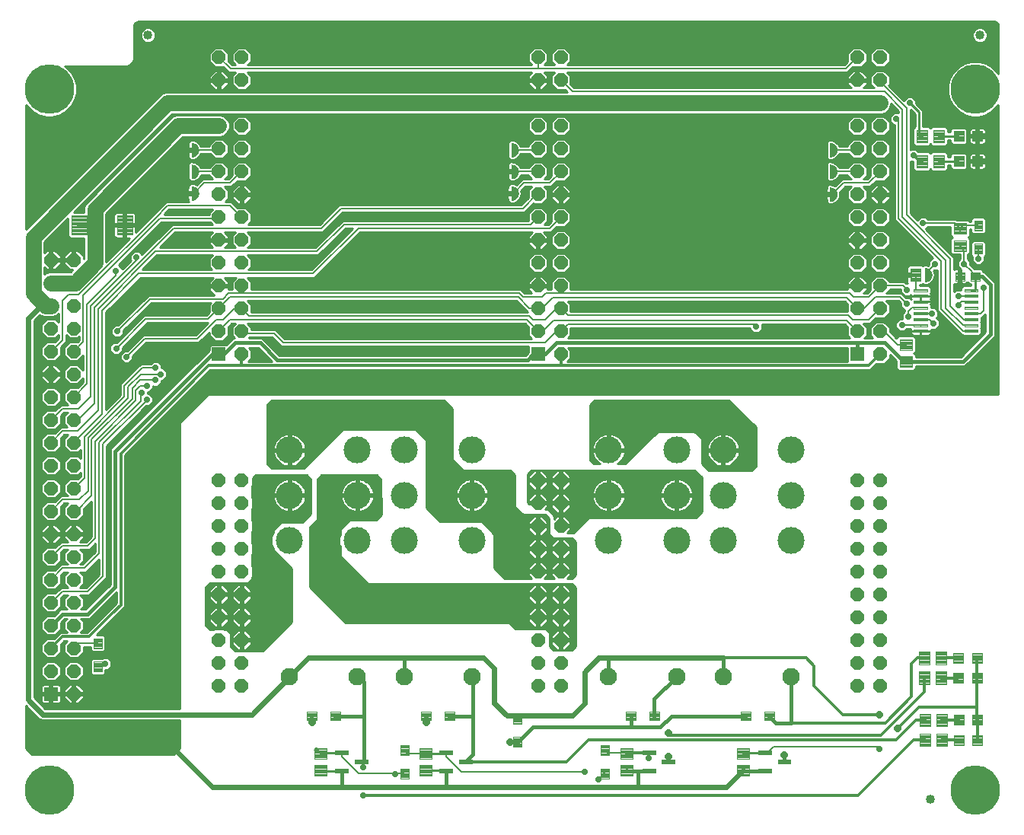
<source format=gtl>
G75*
%MOIN*%
%OFA0B0*%
%FSLAX25Y25*%
%IPPOS*%
%LPD*%
%AMOC8*
5,1,8,0,0,1.08239X$1,22.5*
%
%ADD10C,0.11811*%
%ADD11C,0.07677*%
%ADD12C,0.00394*%
%ADD13C,0.00396*%
%ADD14C,0.00409*%
%ADD15C,0.00378*%
%ADD16OC8,0.05906*%
%ADD17R,0.05906X0.05906*%
%ADD18C,0.00100*%
%ADD19C,0.00400*%
%ADD20C,0.00400*%
%ADD21C,0.00425*%
%ADD22C,0.04000*%
%ADD23C,0.21654*%
%ADD24C,0.01000*%
%ADD25C,0.01600*%
%ADD26C,0.01200*%
%ADD27OC8,0.02781*%
%ADD28R,0.02781X0.02781*%
%ADD29C,0.02400*%
%ADD30C,0.07000*%
%ADD31OC8,0.03175*%
%ADD32C,0.00800*%
D10*
X0210312Y0145902D03*
X0210312Y0165744D03*
X0210312Y0185587D03*
X0240075Y0185587D03*
X0260509Y0185587D03*
X0260509Y0165744D03*
X0260509Y0145902D03*
X0240075Y0145902D03*
X0240075Y0165744D03*
X0290272Y0165744D03*
X0290272Y0145902D03*
X0290272Y0185587D03*
X0350075Y0185587D03*
X0350075Y0165744D03*
X0350075Y0145902D03*
X0379839Y0145902D03*
X0379839Y0165744D03*
X0400272Y0165744D03*
X0400272Y0145902D03*
X0430036Y0145902D03*
X0430036Y0165744D03*
X0430036Y0185587D03*
X0400272Y0185587D03*
X0379839Y0185587D03*
D11*
X0379839Y0086374D03*
X0400272Y0086374D03*
X0430036Y0086374D03*
X0350075Y0086374D03*
X0290272Y0086374D03*
X0260509Y0086374D03*
X0240075Y0086374D03*
X0210312Y0086374D03*
D12*
X0217922Y0067257D02*
X0222252Y0067257D01*
X0217922Y0067257D02*
X0217922Y0070799D01*
X0222252Y0070799D01*
X0222252Y0067257D01*
X0222252Y0067650D02*
X0217922Y0067650D01*
X0217922Y0068043D02*
X0222252Y0068043D01*
X0222252Y0068436D02*
X0217922Y0068436D01*
X0217922Y0068829D02*
X0222252Y0068829D01*
X0222252Y0069222D02*
X0217922Y0069222D01*
X0217922Y0069615D02*
X0222252Y0069615D01*
X0222252Y0070008D02*
X0217922Y0070008D01*
X0217922Y0070401D02*
X0222252Y0070401D01*
X0222252Y0070794D02*
X0217922Y0070794D01*
X0228158Y0067257D02*
X0232488Y0067257D01*
X0228158Y0067257D02*
X0228158Y0070799D01*
X0232488Y0070799D01*
X0232488Y0067257D01*
X0232488Y0067650D02*
X0228158Y0067650D01*
X0228158Y0068043D02*
X0232488Y0068043D01*
X0232488Y0068436D02*
X0228158Y0068436D01*
X0228158Y0068829D02*
X0232488Y0068829D01*
X0232488Y0069222D02*
X0228158Y0069222D01*
X0228158Y0069615D02*
X0232488Y0069615D01*
X0232488Y0070008D02*
X0228158Y0070008D01*
X0228158Y0070401D02*
X0232488Y0070401D01*
X0232488Y0070794D02*
X0228158Y0070794D01*
X0262476Y0056311D02*
X0262476Y0051981D01*
X0258934Y0051981D01*
X0258934Y0056311D01*
X0262476Y0056311D01*
X0262476Y0052374D02*
X0258934Y0052374D01*
X0258934Y0052767D02*
X0262476Y0052767D01*
X0262476Y0053160D02*
X0258934Y0053160D01*
X0258934Y0053553D02*
X0262476Y0053553D01*
X0262476Y0053946D02*
X0258934Y0053946D01*
X0258934Y0054339D02*
X0262476Y0054339D01*
X0262476Y0054732D02*
X0258934Y0054732D01*
X0258934Y0055125D02*
X0262476Y0055125D01*
X0262476Y0055518D02*
X0258934Y0055518D01*
X0258934Y0055911D02*
X0262476Y0055911D01*
X0262476Y0056304D02*
X0258934Y0056304D01*
X0262476Y0046074D02*
X0262476Y0041744D01*
X0258934Y0041744D01*
X0258934Y0046074D01*
X0262476Y0046074D01*
X0262476Y0042137D02*
X0258934Y0042137D01*
X0258934Y0042530D02*
X0262476Y0042530D01*
X0262476Y0042923D02*
X0258934Y0042923D01*
X0258934Y0043316D02*
X0262476Y0043316D01*
X0262476Y0043709D02*
X0258934Y0043709D01*
X0258934Y0044102D02*
X0262476Y0044102D01*
X0262476Y0044495D02*
X0258934Y0044495D01*
X0258934Y0044888D02*
X0262476Y0044888D01*
X0262476Y0045281D02*
X0258934Y0045281D01*
X0258934Y0045674D02*
X0262476Y0045674D01*
X0262476Y0046067D02*
X0258934Y0046067D01*
X0267922Y0067257D02*
X0272252Y0067257D01*
X0267922Y0067257D02*
X0267922Y0070799D01*
X0272252Y0070799D01*
X0272252Y0067257D01*
X0272252Y0067650D02*
X0267922Y0067650D01*
X0267922Y0068043D02*
X0272252Y0068043D01*
X0272252Y0068436D02*
X0267922Y0068436D01*
X0267922Y0068829D02*
X0272252Y0068829D01*
X0272252Y0069222D02*
X0267922Y0069222D01*
X0267922Y0069615D02*
X0272252Y0069615D01*
X0272252Y0070008D02*
X0267922Y0070008D01*
X0267922Y0070401D02*
X0272252Y0070401D01*
X0272252Y0070794D02*
X0267922Y0070794D01*
X0278158Y0067257D02*
X0282488Y0067257D01*
X0278158Y0067257D02*
X0278158Y0070799D01*
X0282488Y0070799D01*
X0282488Y0067257D01*
X0282488Y0067650D02*
X0278158Y0067650D01*
X0278158Y0068043D02*
X0282488Y0068043D01*
X0282488Y0068436D02*
X0278158Y0068436D01*
X0278158Y0068829D02*
X0282488Y0068829D01*
X0282488Y0069222D02*
X0278158Y0069222D01*
X0278158Y0069615D02*
X0282488Y0069615D01*
X0282488Y0070008D02*
X0278158Y0070008D01*
X0278158Y0070401D02*
X0282488Y0070401D01*
X0282488Y0070794D02*
X0278158Y0070794D01*
X0311976Y0070061D02*
X0311976Y0065731D01*
X0308434Y0065731D01*
X0308434Y0070061D01*
X0311976Y0070061D01*
X0311976Y0066124D02*
X0308434Y0066124D01*
X0308434Y0066517D02*
X0311976Y0066517D01*
X0311976Y0066910D02*
X0308434Y0066910D01*
X0308434Y0067303D02*
X0311976Y0067303D01*
X0311976Y0067696D02*
X0308434Y0067696D01*
X0308434Y0068089D02*
X0311976Y0068089D01*
X0311976Y0068482D02*
X0308434Y0068482D01*
X0308434Y0068875D02*
X0311976Y0068875D01*
X0311976Y0069268D02*
X0308434Y0069268D01*
X0308434Y0069661D02*
X0311976Y0069661D01*
X0311976Y0070054D02*
X0308434Y0070054D01*
X0311976Y0059824D02*
X0311976Y0055494D01*
X0308434Y0055494D01*
X0308434Y0059824D01*
X0311976Y0059824D01*
X0311976Y0055887D02*
X0308434Y0055887D01*
X0308434Y0056280D02*
X0311976Y0056280D01*
X0311976Y0056673D02*
X0308434Y0056673D01*
X0308434Y0057066D02*
X0311976Y0057066D01*
X0311976Y0057459D02*
X0308434Y0057459D01*
X0308434Y0057852D02*
X0311976Y0057852D01*
X0311976Y0058245D02*
X0308434Y0058245D01*
X0308434Y0058638D02*
X0311976Y0058638D01*
X0311976Y0059031D02*
X0308434Y0059031D01*
X0308434Y0059424D02*
X0311976Y0059424D01*
X0311976Y0059817D02*
X0308434Y0059817D01*
X0346684Y0056311D02*
X0346684Y0051981D01*
X0346684Y0056311D02*
X0350226Y0056311D01*
X0350226Y0051981D01*
X0346684Y0051981D01*
X0346684Y0052374D02*
X0350226Y0052374D01*
X0350226Y0052767D02*
X0346684Y0052767D01*
X0346684Y0053160D02*
X0350226Y0053160D01*
X0350226Y0053553D02*
X0346684Y0053553D01*
X0346684Y0053946D02*
X0350226Y0053946D01*
X0350226Y0054339D02*
X0346684Y0054339D01*
X0346684Y0054732D02*
X0350226Y0054732D01*
X0350226Y0055125D02*
X0346684Y0055125D01*
X0346684Y0055518D02*
X0350226Y0055518D01*
X0350226Y0055911D02*
X0346684Y0055911D01*
X0346684Y0056304D02*
X0350226Y0056304D01*
X0346684Y0046074D02*
X0346684Y0041744D01*
X0346684Y0046074D02*
X0350226Y0046074D01*
X0350226Y0041744D01*
X0346684Y0041744D01*
X0346684Y0042137D02*
X0350226Y0042137D01*
X0350226Y0042530D02*
X0346684Y0042530D01*
X0346684Y0042923D02*
X0350226Y0042923D01*
X0350226Y0043316D02*
X0346684Y0043316D01*
X0346684Y0043709D02*
X0350226Y0043709D01*
X0350226Y0044102D02*
X0346684Y0044102D01*
X0346684Y0044495D02*
X0350226Y0044495D01*
X0350226Y0044888D02*
X0346684Y0044888D01*
X0346684Y0045281D02*
X0350226Y0045281D01*
X0350226Y0045674D02*
X0346684Y0045674D01*
X0346684Y0046067D02*
X0350226Y0046067D01*
X0357672Y0067257D02*
X0362002Y0067257D01*
X0357672Y0067257D02*
X0357672Y0070799D01*
X0362002Y0070799D01*
X0362002Y0067257D01*
X0362002Y0067650D02*
X0357672Y0067650D01*
X0357672Y0068043D02*
X0362002Y0068043D01*
X0362002Y0068436D02*
X0357672Y0068436D01*
X0357672Y0068829D02*
X0362002Y0068829D01*
X0362002Y0069222D02*
X0357672Y0069222D01*
X0357672Y0069615D02*
X0362002Y0069615D01*
X0362002Y0070008D02*
X0357672Y0070008D01*
X0357672Y0070401D02*
X0362002Y0070401D01*
X0362002Y0070794D02*
X0357672Y0070794D01*
X0367908Y0067257D02*
X0372238Y0067257D01*
X0367908Y0067257D02*
X0367908Y0070799D01*
X0372238Y0070799D01*
X0372238Y0067257D01*
X0372238Y0067650D02*
X0367908Y0067650D01*
X0367908Y0068043D02*
X0372238Y0068043D01*
X0372238Y0068436D02*
X0367908Y0068436D01*
X0367908Y0068829D02*
X0372238Y0068829D01*
X0372238Y0069222D02*
X0367908Y0069222D01*
X0367908Y0069615D02*
X0372238Y0069615D01*
X0372238Y0070008D02*
X0367908Y0070008D01*
X0367908Y0070401D02*
X0372238Y0070401D01*
X0372238Y0070794D02*
X0367908Y0070794D01*
X0407922Y0067257D02*
X0412252Y0067257D01*
X0407922Y0067257D02*
X0407922Y0070799D01*
X0412252Y0070799D01*
X0412252Y0067257D01*
X0412252Y0067650D02*
X0407922Y0067650D01*
X0407922Y0068043D02*
X0412252Y0068043D01*
X0412252Y0068436D02*
X0407922Y0068436D01*
X0407922Y0068829D02*
X0412252Y0068829D01*
X0412252Y0069222D02*
X0407922Y0069222D01*
X0407922Y0069615D02*
X0412252Y0069615D01*
X0412252Y0070008D02*
X0407922Y0070008D01*
X0407922Y0070401D02*
X0412252Y0070401D01*
X0412252Y0070794D02*
X0407922Y0070794D01*
X0418158Y0067257D02*
X0422488Y0067257D01*
X0418158Y0067257D02*
X0418158Y0070799D01*
X0422488Y0070799D01*
X0422488Y0067257D01*
X0422488Y0067650D02*
X0418158Y0067650D01*
X0418158Y0068043D02*
X0422488Y0068043D01*
X0422488Y0068436D02*
X0418158Y0068436D01*
X0418158Y0068829D02*
X0422488Y0068829D01*
X0422488Y0069222D02*
X0418158Y0069222D01*
X0418158Y0069615D02*
X0422488Y0069615D01*
X0422488Y0070008D02*
X0418158Y0070008D01*
X0418158Y0070401D02*
X0422488Y0070401D01*
X0422488Y0070794D02*
X0418158Y0070794D01*
X0501891Y0263299D02*
X0505827Y0263299D01*
X0505827Y0259757D01*
X0501891Y0259757D01*
X0501891Y0263299D01*
X0501891Y0260150D02*
X0505827Y0260150D01*
X0505827Y0260543D02*
X0501891Y0260543D01*
X0501891Y0260936D02*
X0505827Y0260936D01*
X0505827Y0261329D02*
X0501891Y0261329D01*
X0501891Y0261722D02*
X0505827Y0261722D01*
X0505827Y0262115D02*
X0501891Y0262115D01*
X0501891Y0262508D02*
X0505827Y0262508D01*
X0505827Y0262901D02*
X0501891Y0262901D01*
X0501891Y0263294D02*
X0505827Y0263294D01*
X0508584Y0263299D02*
X0512520Y0263299D01*
X0512520Y0259757D01*
X0508584Y0259757D01*
X0508584Y0263299D01*
X0508584Y0260150D02*
X0512520Y0260150D01*
X0512520Y0260543D02*
X0508584Y0260543D01*
X0508584Y0260936D02*
X0512520Y0260936D01*
X0512520Y0261329D02*
X0508584Y0261329D01*
X0508584Y0261722D02*
X0512520Y0261722D01*
X0512520Y0262115D02*
X0508584Y0262115D01*
X0508584Y0262508D02*
X0512520Y0262508D01*
X0512520Y0262901D02*
X0508584Y0262901D01*
X0508584Y0263294D02*
X0512520Y0263294D01*
X0513726Y0271494D02*
X0513726Y0275824D01*
X0513726Y0271494D02*
X0510184Y0271494D01*
X0510184Y0275824D01*
X0513726Y0275824D01*
X0513726Y0271887D02*
X0510184Y0271887D01*
X0510184Y0272280D02*
X0513726Y0272280D01*
X0513726Y0272673D02*
X0510184Y0272673D01*
X0510184Y0273066D02*
X0513726Y0273066D01*
X0513726Y0273459D02*
X0510184Y0273459D01*
X0510184Y0273852D02*
X0513726Y0273852D01*
X0513726Y0274245D02*
X0510184Y0274245D01*
X0510184Y0274638D02*
X0513726Y0274638D01*
X0513726Y0275031D02*
X0510184Y0275031D01*
X0510184Y0275424D02*
X0513726Y0275424D01*
X0513726Y0275817D02*
X0510184Y0275817D01*
X0513726Y0281731D02*
X0513726Y0286061D01*
X0513726Y0281731D02*
X0510184Y0281731D01*
X0510184Y0286061D01*
X0513726Y0286061D01*
X0513726Y0282124D02*
X0510184Y0282124D01*
X0510184Y0282517D02*
X0513726Y0282517D01*
X0513726Y0282910D02*
X0510184Y0282910D01*
X0510184Y0283303D02*
X0513726Y0283303D01*
X0513726Y0283696D02*
X0510184Y0283696D01*
X0510184Y0284089D02*
X0513726Y0284089D01*
X0513726Y0284482D02*
X0510184Y0284482D01*
X0510184Y0284875D02*
X0513726Y0284875D01*
X0513726Y0285268D02*
X0510184Y0285268D01*
X0510184Y0285661D02*
X0513726Y0285661D01*
X0513726Y0286054D02*
X0510184Y0286054D01*
X0124684Y0103061D02*
X0124684Y0098731D01*
X0124684Y0103061D02*
X0128226Y0103061D01*
X0128226Y0098731D01*
X0124684Y0098731D01*
X0124684Y0099124D02*
X0128226Y0099124D01*
X0128226Y0099517D02*
X0124684Y0099517D01*
X0124684Y0099910D02*
X0128226Y0099910D01*
X0128226Y0100303D02*
X0124684Y0100303D01*
X0124684Y0100696D02*
X0128226Y0100696D01*
X0128226Y0101089D02*
X0124684Y0101089D01*
X0124684Y0101482D02*
X0128226Y0101482D01*
X0128226Y0101875D02*
X0124684Y0101875D01*
X0124684Y0102268D02*
X0128226Y0102268D01*
X0128226Y0102661D02*
X0124684Y0102661D01*
X0124684Y0103054D02*
X0128226Y0103054D01*
X0124684Y0092824D02*
X0124684Y0088494D01*
X0124684Y0092824D02*
X0128226Y0092824D01*
X0128226Y0088494D01*
X0124684Y0088494D01*
X0124684Y0088887D02*
X0128226Y0088887D01*
X0128226Y0089280D02*
X0124684Y0089280D01*
X0124684Y0089673D02*
X0128226Y0089673D01*
X0128226Y0090066D02*
X0124684Y0090066D01*
X0124684Y0090459D02*
X0128226Y0090459D01*
X0128226Y0090852D02*
X0124684Y0090852D01*
X0124684Y0091245D02*
X0128226Y0091245D01*
X0128226Y0091638D02*
X0124684Y0091638D01*
X0124684Y0092031D02*
X0128226Y0092031D01*
X0128226Y0092424D02*
X0124684Y0092424D01*
X0124684Y0092817D02*
X0128226Y0092817D01*
D13*
X0230403Y0052126D02*
X0236007Y0052126D01*
X0230403Y0052126D02*
X0230403Y0053930D01*
X0236007Y0053930D01*
X0236007Y0052126D01*
X0236007Y0052521D02*
X0230403Y0052521D01*
X0230403Y0052916D02*
X0236007Y0052916D01*
X0236007Y0053311D02*
X0230403Y0053311D01*
X0230403Y0053706D02*
X0236007Y0053706D01*
X0238903Y0048126D02*
X0244507Y0048126D01*
X0238903Y0048126D02*
X0238903Y0049930D01*
X0244507Y0049930D01*
X0244507Y0048126D01*
X0244507Y0048521D02*
X0238903Y0048521D01*
X0238903Y0048916D02*
X0244507Y0048916D01*
X0244507Y0049311D02*
X0238903Y0049311D01*
X0238903Y0049706D02*
X0244507Y0049706D01*
X0236007Y0044126D02*
X0230403Y0044126D01*
X0230403Y0045930D01*
X0236007Y0045930D01*
X0236007Y0044126D01*
X0236007Y0044521D02*
X0230403Y0044521D01*
X0230403Y0044916D02*
X0236007Y0044916D01*
X0236007Y0045311D02*
X0230403Y0045311D01*
X0230403Y0045706D02*
X0236007Y0045706D01*
X0276103Y0044126D02*
X0281707Y0044126D01*
X0276103Y0044126D02*
X0276103Y0045930D01*
X0281707Y0045930D01*
X0281707Y0044126D01*
X0281707Y0044521D02*
X0276103Y0044521D01*
X0276103Y0044916D02*
X0281707Y0044916D01*
X0281707Y0045311D02*
X0276103Y0045311D01*
X0276103Y0045706D02*
X0281707Y0045706D01*
X0284603Y0048126D02*
X0290207Y0048126D01*
X0284603Y0048126D02*
X0284603Y0049930D01*
X0290207Y0049930D01*
X0290207Y0048126D01*
X0290207Y0048521D02*
X0284603Y0048521D01*
X0284603Y0048916D02*
X0290207Y0048916D01*
X0290207Y0049311D02*
X0284603Y0049311D01*
X0284603Y0049706D02*
X0290207Y0049706D01*
X0281707Y0052126D02*
X0276103Y0052126D01*
X0276103Y0053930D01*
X0281707Y0053930D01*
X0281707Y0052126D01*
X0281707Y0052521D02*
X0276103Y0052521D01*
X0276103Y0052916D02*
X0281707Y0052916D01*
X0281707Y0053311D02*
X0276103Y0053311D01*
X0276103Y0053706D02*
X0281707Y0053706D01*
X0364903Y0052126D02*
X0370507Y0052126D01*
X0364903Y0052126D02*
X0364903Y0053930D01*
X0370507Y0053930D01*
X0370507Y0052126D01*
X0370507Y0052521D02*
X0364903Y0052521D01*
X0364903Y0052916D02*
X0370507Y0052916D01*
X0370507Y0053311D02*
X0364903Y0053311D01*
X0364903Y0053706D02*
X0370507Y0053706D01*
X0373403Y0048126D02*
X0379007Y0048126D01*
X0373403Y0048126D02*
X0373403Y0049930D01*
X0379007Y0049930D01*
X0379007Y0048126D01*
X0379007Y0048521D02*
X0373403Y0048521D01*
X0373403Y0048916D02*
X0379007Y0048916D01*
X0379007Y0049311D02*
X0373403Y0049311D01*
X0373403Y0049706D02*
X0379007Y0049706D01*
X0370507Y0044126D02*
X0364903Y0044126D01*
X0364903Y0045930D01*
X0370507Y0045930D01*
X0370507Y0044126D01*
X0370507Y0044521D02*
X0364903Y0044521D01*
X0364903Y0044916D02*
X0370507Y0044916D01*
X0370507Y0045311D02*
X0364903Y0045311D01*
X0364903Y0045706D02*
X0370507Y0045706D01*
X0415653Y0044126D02*
X0421257Y0044126D01*
X0415653Y0044126D02*
X0415653Y0045930D01*
X0421257Y0045930D01*
X0421257Y0044126D01*
X0421257Y0044521D02*
X0415653Y0044521D01*
X0415653Y0044916D02*
X0421257Y0044916D01*
X0421257Y0045311D02*
X0415653Y0045311D01*
X0415653Y0045706D02*
X0421257Y0045706D01*
X0424153Y0048126D02*
X0429757Y0048126D01*
X0424153Y0048126D02*
X0424153Y0049930D01*
X0429757Y0049930D01*
X0429757Y0048126D01*
X0429757Y0048521D02*
X0424153Y0048521D01*
X0424153Y0048916D02*
X0429757Y0048916D01*
X0429757Y0049311D02*
X0424153Y0049311D01*
X0424153Y0049706D02*
X0429757Y0049706D01*
X0421257Y0052126D02*
X0415653Y0052126D01*
X0415653Y0053930D01*
X0421257Y0053930D01*
X0421257Y0052126D01*
X0421257Y0052521D02*
X0415653Y0052521D01*
X0415653Y0052916D02*
X0421257Y0052916D01*
X0421257Y0053311D02*
X0415653Y0053311D01*
X0415653Y0053706D02*
X0421257Y0053706D01*
D14*
X0411704Y0055123D02*
X0411704Y0050413D01*
X0406206Y0050413D01*
X0406206Y0055123D01*
X0411704Y0055123D01*
X0411704Y0050821D02*
X0406206Y0050821D01*
X0406206Y0051229D02*
X0411704Y0051229D01*
X0411704Y0051637D02*
X0406206Y0051637D01*
X0406206Y0052045D02*
X0411704Y0052045D01*
X0411704Y0052453D02*
X0406206Y0052453D01*
X0406206Y0052861D02*
X0411704Y0052861D01*
X0411704Y0053269D02*
X0406206Y0053269D01*
X0406206Y0053677D02*
X0411704Y0053677D01*
X0411704Y0054085D02*
X0406206Y0054085D01*
X0406206Y0054493D02*
X0411704Y0054493D01*
X0411704Y0054901D02*
X0406206Y0054901D01*
X0411704Y0047642D02*
X0411704Y0042932D01*
X0406206Y0042932D01*
X0406206Y0047642D01*
X0411704Y0047642D01*
X0411704Y0043340D02*
X0406206Y0043340D01*
X0406206Y0043748D02*
X0411704Y0043748D01*
X0411704Y0044156D02*
X0406206Y0044156D01*
X0406206Y0044564D02*
X0411704Y0044564D01*
X0411704Y0044972D02*
X0406206Y0044972D01*
X0406206Y0045380D02*
X0411704Y0045380D01*
X0411704Y0045788D02*
X0406206Y0045788D01*
X0406206Y0046196D02*
X0411704Y0046196D01*
X0411704Y0046604D02*
X0406206Y0046604D01*
X0406206Y0047012D02*
X0411704Y0047012D01*
X0411704Y0047420D02*
X0406206Y0047420D01*
X0360704Y0047642D02*
X0360704Y0042932D01*
X0355206Y0042932D01*
X0355206Y0047642D01*
X0360704Y0047642D01*
X0360704Y0043340D02*
X0355206Y0043340D01*
X0355206Y0043748D02*
X0360704Y0043748D01*
X0360704Y0044156D02*
X0355206Y0044156D01*
X0355206Y0044564D02*
X0360704Y0044564D01*
X0360704Y0044972D02*
X0355206Y0044972D01*
X0355206Y0045380D02*
X0360704Y0045380D01*
X0360704Y0045788D02*
X0355206Y0045788D01*
X0355206Y0046196D02*
X0360704Y0046196D01*
X0360704Y0046604D02*
X0355206Y0046604D01*
X0355206Y0047012D02*
X0360704Y0047012D01*
X0360704Y0047420D02*
X0355206Y0047420D01*
X0360704Y0050413D02*
X0360704Y0055123D01*
X0360704Y0050413D02*
X0355206Y0050413D01*
X0355206Y0055123D01*
X0360704Y0055123D01*
X0360704Y0050821D02*
X0355206Y0050821D01*
X0355206Y0051229D02*
X0360704Y0051229D01*
X0360704Y0051637D02*
X0355206Y0051637D01*
X0355206Y0052045D02*
X0360704Y0052045D01*
X0360704Y0052453D02*
X0355206Y0052453D01*
X0355206Y0052861D02*
X0360704Y0052861D01*
X0360704Y0053269D02*
X0355206Y0053269D01*
X0355206Y0053677D02*
X0360704Y0053677D01*
X0360704Y0054085D02*
X0355206Y0054085D01*
X0355206Y0054493D02*
X0360704Y0054493D01*
X0360704Y0054901D02*
X0355206Y0054901D01*
X0272704Y0055123D02*
X0272704Y0050413D01*
X0267206Y0050413D01*
X0267206Y0055123D01*
X0272704Y0055123D01*
X0272704Y0050821D02*
X0267206Y0050821D01*
X0267206Y0051229D02*
X0272704Y0051229D01*
X0272704Y0051637D02*
X0267206Y0051637D01*
X0267206Y0052045D02*
X0272704Y0052045D01*
X0272704Y0052453D02*
X0267206Y0052453D01*
X0267206Y0052861D02*
X0272704Y0052861D01*
X0272704Y0053269D02*
X0267206Y0053269D01*
X0267206Y0053677D02*
X0272704Y0053677D01*
X0272704Y0054085D02*
X0267206Y0054085D01*
X0267206Y0054493D02*
X0272704Y0054493D01*
X0272704Y0054901D02*
X0267206Y0054901D01*
X0272704Y0047642D02*
X0272704Y0042932D01*
X0267206Y0042932D01*
X0267206Y0047642D01*
X0272704Y0047642D01*
X0272704Y0043340D02*
X0267206Y0043340D01*
X0267206Y0043748D02*
X0272704Y0043748D01*
X0272704Y0044156D02*
X0267206Y0044156D01*
X0267206Y0044564D02*
X0272704Y0044564D01*
X0272704Y0044972D02*
X0267206Y0044972D01*
X0267206Y0045380D02*
X0272704Y0045380D01*
X0272704Y0045788D02*
X0267206Y0045788D01*
X0267206Y0046196D02*
X0272704Y0046196D01*
X0272704Y0046604D02*
X0267206Y0046604D01*
X0267206Y0047012D02*
X0272704Y0047012D01*
X0272704Y0047420D02*
X0267206Y0047420D01*
X0226704Y0047642D02*
X0226704Y0042932D01*
X0221206Y0042932D01*
X0221206Y0047642D01*
X0226704Y0047642D01*
X0226704Y0043340D02*
X0221206Y0043340D01*
X0221206Y0043748D02*
X0226704Y0043748D01*
X0226704Y0044156D02*
X0221206Y0044156D01*
X0221206Y0044564D02*
X0226704Y0044564D01*
X0226704Y0044972D02*
X0221206Y0044972D01*
X0221206Y0045380D02*
X0226704Y0045380D01*
X0226704Y0045788D02*
X0221206Y0045788D01*
X0221206Y0046196D02*
X0226704Y0046196D01*
X0226704Y0046604D02*
X0221206Y0046604D01*
X0221206Y0047012D02*
X0226704Y0047012D01*
X0226704Y0047420D02*
X0221206Y0047420D01*
X0226704Y0050413D02*
X0226704Y0055123D01*
X0226704Y0050413D02*
X0221206Y0050413D01*
X0221206Y0055123D01*
X0226704Y0055123D01*
X0226704Y0050821D02*
X0221206Y0050821D01*
X0221206Y0051229D02*
X0226704Y0051229D01*
X0226704Y0051637D02*
X0221206Y0051637D01*
X0221206Y0052045D02*
X0226704Y0052045D01*
X0226704Y0052453D02*
X0221206Y0052453D01*
X0221206Y0052861D02*
X0226704Y0052861D01*
X0226704Y0053269D02*
X0221206Y0053269D01*
X0221206Y0053677D02*
X0226704Y0053677D01*
X0226704Y0054085D02*
X0221206Y0054085D01*
X0221206Y0054493D02*
X0226704Y0054493D01*
X0226704Y0054901D02*
X0221206Y0054901D01*
X0477456Y0221932D02*
X0477456Y0226642D01*
X0482954Y0226642D01*
X0482954Y0221932D01*
X0477456Y0221932D01*
X0477456Y0222340D02*
X0482954Y0222340D01*
X0482954Y0222748D02*
X0477456Y0222748D01*
X0477456Y0223156D02*
X0482954Y0223156D01*
X0482954Y0223564D02*
X0477456Y0223564D01*
X0477456Y0223972D02*
X0482954Y0223972D01*
X0482954Y0224380D02*
X0477456Y0224380D01*
X0477456Y0224788D02*
X0482954Y0224788D01*
X0482954Y0225196D02*
X0477456Y0225196D01*
X0477456Y0225604D02*
X0482954Y0225604D01*
X0482954Y0226012D02*
X0477456Y0226012D01*
X0477456Y0226420D02*
X0482954Y0226420D01*
X0477456Y0229413D02*
X0477456Y0234123D01*
X0482954Y0234123D01*
X0482954Y0229413D01*
X0477456Y0229413D01*
X0477456Y0229821D02*
X0482954Y0229821D01*
X0482954Y0230229D02*
X0477456Y0230229D01*
X0477456Y0230637D02*
X0482954Y0230637D01*
X0482954Y0231045D02*
X0477456Y0231045D01*
X0477456Y0231453D02*
X0482954Y0231453D01*
X0482954Y0231861D02*
X0477456Y0231861D01*
X0477456Y0232269D02*
X0482954Y0232269D01*
X0482954Y0232677D02*
X0477456Y0232677D01*
X0477456Y0233085D02*
X0482954Y0233085D01*
X0482954Y0233493D02*
X0477456Y0233493D01*
X0477456Y0233901D02*
X0482954Y0233901D01*
X0506704Y0272682D02*
X0506704Y0277392D01*
X0506704Y0272682D02*
X0501206Y0272682D01*
X0501206Y0277392D01*
X0506704Y0277392D01*
X0506704Y0273090D02*
X0501206Y0273090D01*
X0501206Y0273498D02*
X0506704Y0273498D01*
X0506704Y0273906D02*
X0501206Y0273906D01*
X0501206Y0274314D02*
X0506704Y0274314D01*
X0506704Y0274722D02*
X0501206Y0274722D01*
X0501206Y0275130D02*
X0506704Y0275130D01*
X0506704Y0275538D02*
X0501206Y0275538D01*
X0501206Y0275946D02*
X0506704Y0275946D01*
X0506704Y0276354D02*
X0501206Y0276354D01*
X0501206Y0276762D02*
X0506704Y0276762D01*
X0506704Y0277170D02*
X0501206Y0277170D01*
X0506704Y0280163D02*
X0506704Y0284873D01*
X0506704Y0280163D02*
X0501206Y0280163D01*
X0501206Y0284873D01*
X0506704Y0284873D01*
X0506704Y0280571D02*
X0501206Y0280571D01*
X0501206Y0280979D02*
X0506704Y0280979D01*
X0506704Y0281387D02*
X0501206Y0281387D01*
X0501206Y0281795D02*
X0506704Y0281795D01*
X0506704Y0282203D02*
X0501206Y0282203D01*
X0501206Y0282611D02*
X0506704Y0282611D01*
X0506704Y0283019D02*
X0501206Y0283019D01*
X0501206Y0283427D02*
X0506704Y0283427D01*
X0506704Y0283835D02*
X0501206Y0283835D01*
X0501206Y0284243D02*
X0506704Y0284243D01*
X0506704Y0284651D02*
X0501206Y0284651D01*
X0497051Y0309279D02*
X0492341Y0309279D01*
X0492341Y0314777D01*
X0497051Y0314777D01*
X0497051Y0309279D01*
X0497051Y0309687D02*
X0492341Y0309687D01*
X0492341Y0310095D02*
X0497051Y0310095D01*
X0497051Y0310503D02*
X0492341Y0310503D01*
X0492341Y0310911D02*
X0497051Y0310911D01*
X0497051Y0311319D02*
X0492341Y0311319D01*
X0492341Y0311727D02*
X0497051Y0311727D01*
X0497051Y0312135D02*
X0492341Y0312135D01*
X0492341Y0312543D02*
X0497051Y0312543D01*
X0497051Y0312951D02*
X0492341Y0312951D01*
X0492341Y0313359D02*
X0497051Y0313359D01*
X0497051Y0313767D02*
X0492341Y0313767D01*
X0492341Y0314175D02*
X0497051Y0314175D01*
X0497051Y0314583D02*
X0492341Y0314583D01*
X0489570Y0309279D02*
X0484860Y0309279D01*
X0484860Y0314777D01*
X0489570Y0314777D01*
X0489570Y0309279D01*
X0489570Y0309687D02*
X0484860Y0309687D01*
X0484860Y0310095D02*
X0489570Y0310095D01*
X0489570Y0310503D02*
X0484860Y0310503D01*
X0484860Y0310911D02*
X0489570Y0310911D01*
X0489570Y0311319D02*
X0484860Y0311319D01*
X0484860Y0311727D02*
X0489570Y0311727D01*
X0489570Y0312135D02*
X0484860Y0312135D01*
X0484860Y0312543D02*
X0489570Y0312543D01*
X0489570Y0312951D02*
X0484860Y0312951D01*
X0484860Y0313359D02*
X0489570Y0313359D01*
X0489570Y0313767D02*
X0484860Y0313767D01*
X0484860Y0314175D02*
X0489570Y0314175D01*
X0489570Y0314583D02*
X0484860Y0314583D01*
X0484860Y0320279D02*
X0489570Y0320279D01*
X0484860Y0320279D02*
X0484860Y0325777D01*
X0489570Y0325777D01*
X0489570Y0320279D01*
X0489570Y0320687D02*
X0484860Y0320687D01*
X0484860Y0321095D02*
X0489570Y0321095D01*
X0489570Y0321503D02*
X0484860Y0321503D01*
X0484860Y0321911D02*
X0489570Y0321911D01*
X0489570Y0322319D02*
X0484860Y0322319D01*
X0484860Y0322727D02*
X0489570Y0322727D01*
X0489570Y0323135D02*
X0484860Y0323135D01*
X0484860Y0323543D02*
X0489570Y0323543D01*
X0489570Y0323951D02*
X0484860Y0323951D01*
X0484860Y0324359D02*
X0489570Y0324359D01*
X0489570Y0324767D02*
X0484860Y0324767D01*
X0484860Y0325175D02*
X0489570Y0325175D01*
X0489570Y0325583D02*
X0484860Y0325583D01*
X0492341Y0320279D02*
X0497051Y0320279D01*
X0492341Y0320279D02*
X0492341Y0325777D01*
X0497051Y0325777D01*
X0497051Y0320279D01*
X0497051Y0320687D02*
X0492341Y0320687D01*
X0492341Y0321095D02*
X0497051Y0321095D01*
X0497051Y0321503D02*
X0492341Y0321503D01*
X0492341Y0321911D02*
X0497051Y0321911D01*
X0497051Y0322319D02*
X0492341Y0322319D01*
X0492341Y0322727D02*
X0497051Y0322727D01*
X0497051Y0323135D02*
X0492341Y0323135D01*
X0492341Y0323543D02*
X0497051Y0323543D01*
X0497051Y0323951D02*
X0492341Y0323951D01*
X0492341Y0324359D02*
X0497051Y0324359D01*
X0497051Y0324767D02*
X0492341Y0324767D01*
X0492341Y0325175D02*
X0497051Y0325175D01*
X0497051Y0325583D02*
X0492341Y0325583D01*
X0493341Y0097277D02*
X0498051Y0097277D01*
X0498051Y0091779D01*
X0493341Y0091779D01*
X0493341Y0097277D01*
X0493341Y0092187D02*
X0498051Y0092187D01*
X0498051Y0092595D02*
X0493341Y0092595D01*
X0493341Y0093003D02*
X0498051Y0093003D01*
X0498051Y0093411D02*
X0493341Y0093411D01*
X0493341Y0093819D02*
X0498051Y0093819D01*
X0498051Y0094227D02*
X0493341Y0094227D01*
X0493341Y0094635D02*
X0498051Y0094635D01*
X0498051Y0095043D02*
X0493341Y0095043D01*
X0493341Y0095451D02*
X0498051Y0095451D01*
X0498051Y0095859D02*
X0493341Y0095859D01*
X0493341Y0096267D02*
X0498051Y0096267D01*
X0498051Y0096675D02*
X0493341Y0096675D01*
X0493341Y0097083D02*
X0498051Y0097083D01*
X0490570Y0097277D02*
X0485860Y0097277D01*
X0490570Y0097277D02*
X0490570Y0091779D01*
X0485860Y0091779D01*
X0485860Y0097277D01*
X0485860Y0092187D02*
X0490570Y0092187D01*
X0490570Y0092595D02*
X0485860Y0092595D01*
X0485860Y0093003D02*
X0490570Y0093003D01*
X0490570Y0093411D02*
X0485860Y0093411D01*
X0485860Y0093819D02*
X0490570Y0093819D01*
X0490570Y0094227D02*
X0485860Y0094227D01*
X0485860Y0094635D02*
X0490570Y0094635D01*
X0490570Y0095043D02*
X0485860Y0095043D01*
X0485860Y0095451D02*
X0490570Y0095451D01*
X0490570Y0095859D02*
X0485860Y0095859D01*
X0485860Y0096267D02*
X0490570Y0096267D01*
X0490570Y0096675D02*
X0485860Y0096675D01*
X0485860Y0097083D02*
X0490570Y0097083D01*
X0490570Y0088527D02*
X0485860Y0088527D01*
X0490570Y0088527D02*
X0490570Y0083029D01*
X0485860Y0083029D01*
X0485860Y0088527D01*
X0485860Y0083437D02*
X0490570Y0083437D01*
X0490570Y0083845D02*
X0485860Y0083845D01*
X0485860Y0084253D02*
X0490570Y0084253D01*
X0490570Y0084661D02*
X0485860Y0084661D01*
X0485860Y0085069D02*
X0490570Y0085069D01*
X0490570Y0085477D02*
X0485860Y0085477D01*
X0485860Y0085885D02*
X0490570Y0085885D01*
X0490570Y0086293D02*
X0485860Y0086293D01*
X0485860Y0086701D02*
X0490570Y0086701D01*
X0490570Y0087109D02*
X0485860Y0087109D01*
X0485860Y0087517D02*
X0490570Y0087517D01*
X0490570Y0087925D02*
X0485860Y0087925D01*
X0485860Y0088333D02*
X0490570Y0088333D01*
X0493341Y0088527D02*
X0498051Y0088527D01*
X0498051Y0083029D01*
X0493341Y0083029D01*
X0493341Y0088527D01*
X0493341Y0083437D02*
X0498051Y0083437D01*
X0498051Y0083845D02*
X0493341Y0083845D01*
X0493341Y0084253D02*
X0498051Y0084253D01*
X0498051Y0084661D02*
X0493341Y0084661D01*
X0493341Y0085069D02*
X0498051Y0085069D01*
X0498051Y0085477D02*
X0493341Y0085477D01*
X0493341Y0085885D02*
X0498051Y0085885D01*
X0498051Y0086293D02*
X0493341Y0086293D01*
X0493341Y0086701D02*
X0498051Y0086701D01*
X0498051Y0087109D02*
X0493341Y0087109D01*
X0493341Y0087517D02*
X0498051Y0087517D01*
X0498051Y0087925D02*
X0493341Y0087925D01*
X0493341Y0088333D02*
X0498051Y0088333D01*
X0498351Y0070077D02*
X0493641Y0070077D01*
X0498351Y0070077D02*
X0498351Y0064579D01*
X0493641Y0064579D01*
X0493641Y0070077D01*
X0493641Y0064987D02*
X0498351Y0064987D01*
X0498351Y0065395D02*
X0493641Y0065395D01*
X0493641Y0065803D02*
X0498351Y0065803D01*
X0498351Y0066211D02*
X0493641Y0066211D01*
X0493641Y0066619D02*
X0498351Y0066619D01*
X0498351Y0067027D02*
X0493641Y0067027D01*
X0493641Y0067435D02*
X0498351Y0067435D01*
X0498351Y0067843D02*
X0493641Y0067843D01*
X0493641Y0068251D02*
X0498351Y0068251D01*
X0498351Y0068659D02*
X0493641Y0068659D01*
X0493641Y0069067D02*
X0498351Y0069067D01*
X0498351Y0069475D02*
X0493641Y0069475D01*
X0493641Y0069883D02*
X0498351Y0069883D01*
X0490870Y0070077D02*
X0486160Y0070077D01*
X0490870Y0070077D02*
X0490870Y0064579D01*
X0486160Y0064579D01*
X0486160Y0070077D01*
X0486160Y0064987D02*
X0490870Y0064987D01*
X0490870Y0065395D02*
X0486160Y0065395D01*
X0486160Y0065803D02*
X0490870Y0065803D01*
X0490870Y0066211D02*
X0486160Y0066211D01*
X0486160Y0066619D02*
X0490870Y0066619D01*
X0490870Y0067027D02*
X0486160Y0067027D01*
X0486160Y0067435D02*
X0490870Y0067435D01*
X0490870Y0067843D02*
X0486160Y0067843D01*
X0486160Y0068251D02*
X0490870Y0068251D01*
X0490870Y0068659D02*
X0486160Y0068659D01*
X0486160Y0069067D02*
X0490870Y0069067D01*
X0490870Y0069475D02*
X0486160Y0069475D01*
X0486160Y0069883D02*
X0490870Y0069883D01*
X0490870Y0061327D02*
X0486160Y0061327D01*
X0490870Y0061327D02*
X0490870Y0055829D01*
X0486160Y0055829D01*
X0486160Y0061327D01*
X0486160Y0056237D02*
X0490870Y0056237D01*
X0490870Y0056645D02*
X0486160Y0056645D01*
X0486160Y0057053D02*
X0490870Y0057053D01*
X0490870Y0057461D02*
X0486160Y0057461D01*
X0486160Y0057869D02*
X0490870Y0057869D01*
X0490870Y0058277D02*
X0486160Y0058277D01*
X0486160Y0058685D02*
X0490870Y0058685D01*
X0490870Y0059093D02*
X0486160Y0059093D01*
X0486160Y0059501D02*
X0490870Y0059501D01*
X0490870Y0059909D02*
X0486160Y0059909D01*
X0486160Y0060317D02*
X0490870Y0060317D01*
X0490870Y0060725D02*
X0486160Y0060725D01*
X0486160Y0061133D02*
X0490870Y0061133D01*
X0493641Y0061327D02*
X0498351Y0061327D01*
X0498351Y0055829D01*
X0493641Y0055829D01*
X0493641Y0061327D01*
X0493641Y0056237D02*
X0498351Y0056237D01*
X0498351Y0056645D02*
X0493641Y0056645D01*
X0493641Y0057053D02*
X0498351Y0057053D01*
X0498351Y0057461D02*
X0493641Y0057461D01*
X0493641Y0057869D02*
X0498351Y0057869D01*
X0498351Y0058277D02*
X0493641Y0058277D01*
X0493641Y0058685D02*
X0498351Y0058685D01*
X0498351Y0059093D02*
X0493641Y0059093D01*
X0493641Y0059501D02*
X0498351Y0059501D01*
X0498351Y0059909D02*
X0493641Y0059909D01*
X0493641Y0060317D02*
X0498351Y0060317D01*
X0498351Y0060725D02*
X0493641Y0060725D01*
X0493641Y0061133D02*
X0498351Y0061133D01*
D15*
X0505495Y0060751D02*
X0505495Y0056405D01*
X0501149Y0056405D01*
X0501149Y0060751D01*
X0505495Y0060751D01*
X0505495Y0056782D02*
X0501149Y0056782D01*
X0501149Y0057159D02*
X0505495Y0057159D01*
X0505495Y0057536D02*
X0501149Y0057536D01*
X0501149Y0057913D02*
X0505495Y0057913D01*
X0505495Y0058290D02*
X0501149Y0058290D01*
X0501149Y0058667D02*
X0505495Y0058667D01*
X0505495Y0059044D02*
X0501149Y0059044D01*
X0501149Y0059421D02*
X0505495Y0059421D01*
X0505495Y0059798D02*
X0501149Y0059798D01*
X0501149Y0060175D02*
X0505495Y0060175D01*
X0505495Y0060552D02*
X0501149Y0060552D01*
X0505495Y0065155D02*
X0505495Y0069501D01*
X0505495Y0065155D02*
X0501149Y0065155D01*
X0501149Y0069501D01*
X0505495Y0069501D01*
X0505495Y0065532D02*
X0501149Y0065532D01*
X0501149Y0065909D02*
X0505495Y0065909D01*
X0505495Y0066286D02*
X0501149Y0066286D01*
X0501149Y0066663D02*
X0505495Y0066663D01*
X0505495Y0067040D02*
X0501149Y0067040D01*
X0501149Y0067417D02*
X0505495Y0067417D01*
X0505495Y0067794D02*
X0501149Y0067794D01*
X0501149Y0068171D02*
X0505495Y0068171D01*
X0505495Y0068548D02*
X0501149Y0068548D01*
X0501149Y0068925D02*
X0505495Y0068925D01*
X0505495Y0069302D02*
X0501149Y0069302D01*
X0513762Y0069501D02*
X0513762Y0065155D01*
X0509416Y0065155D01*
X0509416Y0069501D01*
X0513762Y0069501D01*
X0513762Y0065532D02*
X0509416Y0065532D01*
X0509416Y0065909D02*
X0513762Y0065909D01*
X0513762Y0066286D02*
X0509416Y0066286D01*
X0509416Y0066663D02*
X0513762Y0066663D01*
X0513762Y0067040D02*
X0509416Y0067040D01*
X0509416Y0067417D02*
X0513762Y0067417D01*
X0513762Y0067794D02*
X0509416Y0067794D01*
X0509416Y0068171D02*
X0513762Y0068171D01*
X0513762Y0068548D02*
X0509416Y0068548D01*
X0509416Y0068925D02*
X0513762Y0068925D01*
X0513762Y0069302D02*
X0509416Y0069302D01*
X0513762Y0060751D02*
X0513762Y0056405D01*
X0509416Y0056405D01*
X0509416Y0060751D01*
X0513762Y0060751D01*
X0513762Y0056782D02*
X0509416Y0056782D01*
X0509416Y0057159D02*
X0513762Y0057159D01*
X0513762Y0057536D02*
X0509416Y0057536D01*
X0509416Y0057913D02*
X0513762Y0057913D01*
X0513762Y0058290D02*
X0509416Y0058290D01*
X0509416Y0058667D02*
X0513762Y0058667D01*
X0513762Y0059044D02*
X0509416Y0059044D01*
X0509416Y0059421D02*
X0513762Y0059421D01*
X0513762Y0059798D02*
X0509416Y0059798D01*
X0509416Y0060175D02*
X0513762Y0060175D01*
X0513762Y0060552D02*
X0509416Y0060552D01*
X0513512Y0083605D02*
X0513512Y0087951D01*
X0513512Y0083605D02*
X0509166Y0083605D01*
X0509166Y0087951D01*
X0513512Y0087951D01*
X0513512Y0083982D02*
X0509166Y0083982D01*
X0509166Y0084359D02*
X0513512Y0084359D01*
X0513512Y0084736D02*
X0509166Y0084736D01*
X0509166Y0085113D02*
X0513512Y0085113D01*
X0513512Y0085490D02*
X0509166Y0085490D01*
X0509166Y0085867D02*
X0513512Y0085867D01*
X0513512Y0086244D02*
X0509166Y0086244D01*
X0509166Y0086621D02*
X0513512Y0086621D01*
X0513512Y0086998D02*
X0509166Y0086998D01*
X0509166Y0087375D02*
X0513512Y0087375D01*
X0513512Y0087752D02*
X0509166Y0087752D01*
X0513512Y0092355D02*
X0513512Y0096701D01*
X0513512Y0092355D02*
X0509166Y0092355D01*
X0509166Y0096701D01*
X0513512Y0096701D01*
X0513512Y0092732D02*
X0509166Y0092732D01*
X0509166Y0093109D02*
X0513512Y0093109D01*
X0513512Y0093486D02*
X0509166Y0093486D01*
X0509166Y0093863D02*
X0513512Y0093863D01*
X0513512Y0094240D02*
X0509166Y0094240D01*
X0509166Y0094617D02*
X0513512Y0094617D01*
X0513512Y0094994D02*
X0509166Y0094994D01*
X0509166Y0095371D02*
X0513512Y0095371D01*
X0513512Y0095748D02*
X0509166Y0095748D01*
X0509166Y0096125D02*
X0513512Y0096125D01*
X0513512Y0096502D02*
X0509166Y0096502D01*
X0505245Y0096701D02*
X0505245Y0092355D01*
X0500899Y0092355D01*
X0500899Y0096701D01*
X0505245Y0096701D01*
X0505245Y0092732D02*
X0500899Y0092732D01*
X0500899Y0093109D02*
X0505245Y0093109D01*
X0505245Y0093486D02*
X0500899Y0093486D01*
X0500899Y0093863D02*
X0505245Y0093863D01*
X0505245Y0094240D02*
X0500899Y0094240D01*
X0500899Y0094617D02*
X0505245Y0094617D01*
X0505245Y0094994D02*
X0500899Y0094994D01*
X0500899Y0095371D02*
X0505245Y0095371D01*
X0505245Y0095748D02*
X0500899Y0095748D01*
X0500899Y0096125D02*
X0505245Y0096125D01*
X0505245Y0096502D02*
X0500899Y0096502D01*
X0505245Y0087951D02*
X0505245Y0083605D01*
X0500899Y0083605D01*
X0500899Y0087951D01*
X0505245Y0087951D01*
X0505245Y0083982D02*
X0500899Y0083982D01*
X0500899Y0084359D02*
X0505245Y0084359D01*
X0505245Y0084736D02*
X0500899Y0084736D01*
X0500899Y0085113D02*
X0505245Y0085113D01*
X0505245Y0085490D02*
X0500899Y0085490D01*
X0500899Y0085867D02*
X0505245Y0085867D01*
X0505245Y0086244D02*
X0500899Y0086244D01*
X0500899Y0086621D02*
X0505245Y0086621D01*
X0505245Y0086998D02*
X0500899Y0086998D01*
X0500899Y0087375D02*
X0505245Y0087375D01*
X0505245Y0087752D02*
X0500899Y0087752D01*
X0501149Y0309855D02*
X0501149Y0314201D01*
X0505495Y0314201D01*
X0505495Y0309855D01*
X0501149Y0309855D01*
X0501149Y0310232D02*
X0505495Y0310232D01*
X0505495Y0310609D02*
X0501149Y0310609D01*
X0501149Y0310986D02*
X0505495Y0310986D01*
X0505495Y0311363D02*
X0501149Y0311363D01*
X0501149Y0311740D02*
X0505495Y0311740D01*
X0505495Y0312117D02*
X0501149Y0312117D01*
X0501149Y0312494D02*
X0505495Y0312494D01*
X0505495Y0312871D02*
X0501149Y0312871D01*
X0501149Y0313248D02*
X0505495Y0313248D01*
X0505495Y0313625D02*
X0501149Y0313625D01*
X0501149Y0314002D02*
X0505495Y0314002D01*
X0509416Y0314201D02*
X0509416Y0309855D01*
X0509416Y0314201D02*
X0513762Y0314201D01*
X0513762Y0309855D01*
X0509416Y0309855D01*
X0509416Y0310232D02*
X0513762Y0310232D01*
X0513762Y0310609D02*
X0509416Y0310609D01*
X0509416Y0310986D02*
X0513762Y0310986D01*
X0513762Y0311363D02*
X0509416Y0311363D01*
X0509416Y0311740D02*
X0513762Y0311740D01*
X0513762Y0312117D02*
X0509416Y0312117D01*
X0509416Y0312494D02*
X0513762Y0312494D01*
X0513762Y0312871D02*
X0509416Y0312871D01*
X0509416Y0313248D02*
X0513762Y0313248D01*
X0513762Y0313625D02*
X0509416Y0313625D01*
X0509416Y0314002D02*
X0513762Y0314002D01*
X0509416Y0320855D02*
X0509416Y0325201D01*
X0513762Y0325201D01*
X0513762Y0320855D01*
X0509416Y0320855D01*
X0509416Y0321232D02*
X0513762Y0321232D01*
X0513762Y0321609D02*
X0509416Y0321609D01*
X0509416Y0321986D02*
X0513762Y0321986D01*
X0513762Y0322363D02*
X0509416Y0322363D01*
X0509416Y0322740D02*
X0513762Y0322740D01*
X0513762Y0323117D02*
X0509416Y0323117D01*
X0509416Y0323494D02*
X0513762Y0323494D01*
X0513762Y0323871D02*
X0509416Y0323871D01*
X0509416Y0324248D02*
X0513762Y0324248D01*
X0513762Y0324625D02*
X0509416Y0324625D01*
X0509416Y0325002D02*
X0513762Y0325002D01*
X0501149Y0325201D02*
X0501149Y0320855D01*
X0501149Y0325201D02*
X0505495Y0325201D01*
X0505495Y0320855D01*
X0501149Y0320855D01*
X0501149Y0321232D02*
X0505495Y0321232D01*
X0505495Y0321609D02*
X0501149Y0321609D01*
X0501149Y0321986D02*
X0505495Y0321986D01*
X0505495Y0322363D02*
X0501149Y0322363D01*
X0501149Y0322740D02*
X0505495Y0322740D01*
X0505495Y0323117D02*
X0501149Y0323117D01*
X0501149Y0323494D02*
X0505495Y0323494D01*
X0505495Y0323871D02*
X0501149Y0323871D01*
X0501149Y0324248D02*
X0505495Y0324248D01*
X0505495Y0324625D02*
X0501149Y0324625D01*
X0501149Y0325002D02*
X0505495Y0325002D01*
D16*
X0468894Y0327516D03*
X0458894Y0327516D03*
X0458894Y0317516D03*
X0458894Y0307516D03*
X0468894Y0307516D03*
X0468894Y0317516D03*
X0468894Y0337516D03*
X0458894Y0337516D03*
X0458894Y0347516D03*
X0468894Y0347516D03*
X0468894Y0357516D03*
X0458894Y0357516D03*
X0458894Y0297516D03*
X0458894Y0287516D03*
X0468894Y0287516D03*
X0468894Y0297516D03*
X0468894Y0277516D03*
X0458894Y0277516D03*
X0458894Y0267516D03*
X0458894Y0257516D03*
X0468894Y0257516D03*
X0468894Y0267516D03*
X0468894Y0247516D03*
X0458894Y0247516D03*
X0458894Y0237516D03*
X0468894Y0237516D03*
X0468894Y0227516D03*
X0468894Y0172319D03*
X0458894Y0172319D03*
X0458894Y0162319D03*
X0468894Y0162319D03*
X0468894Y0152319D03*
X0458894Y0152319D03*
X0458894Y0142319D03*
X0468894Y0142319D03*
X0468894Y0132319D03*
X0458894Y0132319D03*
X0458894Y0122319D03*
X0458894Y0112319D03*
X0468894Y0112319D03*
X0468894Y0122319D03*
X0468894Y0102319D03*
X0458894Y0102319D03*
X0458894Y0092319D03*
X0468894Y0092319D03*
X0468894Y0082319D03*
X0458894Y0082319D03*
X0329131Y0082319D03*
X0319131Y0082319D03*
X0319131Y0092319D03*
X0329131Y0092319D03*
X0329131Y0102319D03*
X0319131Y0102319D03*
X0319131Y0112319D03*
X0329131Y0112319D03*
X0329131Y0122319D03*
X0329131Y0132319D03*
X0319131Y0132319D03*
X0319131Y0122319D03*
X0319131Y0142319D03*
X0329131Y0142319D03*
X0329131Y0152319D03*
X0319131Y0152319D03*
X0319131Y0162319D03*
X0329131Y0162319D03*
X0329131Y0172319D03*
X0319131Y0172319D03*
X0329131Y0227516D03*
X0329131Y0237516D03*
X0329131Y0247516D03*
X0319131Y0247516D03*
X0319131Y0237516D03*
X0319131Y0257516D03*
X0329131Y0257516D03*
X0329131Y0267516D03*
X0329131Y0277516D03*
X0319131Y0277516D03*
X0319131Y0267516D03*
X0319131Y0287516D03*
X0329131Y0287516D03*
X0329131Y0297516D03*
X0319131Y0297516D03*
X0319131Y0307516D03*
X0329131Y0307516D03*
X0329131Y0317516D03*
X0329131Y0327516D03*
X0319131Y0327516D03*
X0319131Y0317516D03*
X0319131Y0337516D03*
X0329131Y0337516D03*
X0329131Y0347516D03*
X0319131Y0347516D03*
X0319131Y0357516D03*
X0329131Y0357516D03*
X0189367Y0357516D03*
X0179367Y0357516D03*
X0179367Y0347516D03*
X0189367Y0347516D03*
X0189367Y0337516D03*
X0179367Y0337516D03*
X0179367Y0327516D03*
X0189367Y0327516D03*
X0189367Y0317516D03*
X0179367Y0317516D03*
X0179367Y0307516D03*
X0189367Y0307516D03*
X0189367Y0297516D03*
X0179367Y0297516D03*
X0179367Y0287516D03*
X0189367Y0287516D03*
X0189367Y0277516D03*
X0179367Y0277516D03*
X0179367Y0267516D03*
X0189367Y0267516D03*
X0189367Y0257516D03*
X0179367Y0257516D03*
X0179367Y0247516D03*
X0189367Y0247516D03*
X0189367Y0237516D03*
X0179367Y0237516D03*
X0189367Y0227516D03*
X0189367Y0172319D03*
X0189367Y0162319D03*
X0179367Y0162319D03*
X0179367Y0172319D03*
X0179367Y0152319D03*
X0189367Y0152319D03*
X0189367Y0142319D03*
X0179367Y0142319D03*
X0179367Y0132319D03*
X0189367Y0132319D03*
X0189367Y0122319D03*
X0189367Y0112319D03*
X0179367Y0112319D03*
X0179367Y0122319D03*
X0179367Y0102319D03*
X0189367Y0102319D03*
X0189367Y0092319D03*
X0179367Y0092319D03*
X0179367Y0082319D03*
X0189367Y0082319D03*
X0115902Y0078776D03*
X0115902Y0088776D03*
X0105902Y0088776D03*
X0105902Y0098776D03*
X0115902Y0098776D03*
X0115902Y0108776D03*
X0105902Y0108776D03*
X0105902Y0118776D03*
X0115902Y0118776D03*
X0115902Y0128776D03*
X0105902Y0128776D03*
X0105902Y0138776D03*
X0115902Y0138776D03*
X0115902Y0148776D03*
X0105902Y0148776D03*
X0105902Y0158776D03*
X0115902Y0158776D03*
X0115902Y0168776D03*
X0105902Y0168776D03*
X0105902Y0178776D03*
X0115902Y0178776D03*
X0115902Y0188776D03*
X0105902Y0188776D03*
X0105902Y0198776D03*
X0115902Y0198776D03*
X0115902Y0208776D03*
X0105902Y0208776D03*
X0105902Y0218776D03*
X0115902Y0218776D03*
X0115902Y0228776D03*
X0105902Y0228776D03*
X0105902Y0238776D03*
X0115902Y0238776D03*
X0115902Y0248776D03*
X0105902Y0248776D03*
X0105902Y0258776D03*
X0115902Y0258776D03*
X0115902Y0268776D03*
X0105902Y0268776D03*
D17*
X0179367Y0227516D03*
X0319131Y0227516D03*
X0458894Y0227516D03*
X0105902Y0078776D03*
D18*
X0165370Y0295054D02*
X0164807Y0295224D01*
X0164289Y0295502D01*
X0163834Y0295875D01*
X0163461Y0296329D01*
X0163184Y0296848D01*
X0163013Y0297411D01*
X0162955Y0297996D01*
X0163013Y0298581D01*
X0163184Y0299144D01*
X0163461Y0299663D01*
X0163834Y0300117D01*
X0164289Y0300490D01*
X0164807Y0300768D01*
X0165370Y0300938D01*
X0165955Y0300996D01*
X0165955Y0294996D01*
X0165370Y0295054D01*
X0165173Y0295114D02*
X0165955Y0295114D01*
X0165955Y0295212D02*
X0164848Y0295212D01*
X0164646Y0295311D02*
X0165955Y0295311D01*
X0165955Y0295409D02*
X0164462Y0295409D01*
X0164281Y0295508D02*
X0165955Y0295508D01*
X0165955Y0295606D02*
X0164161Y0295606D01*
X0164041Y0295705D02*
X0165955Y0295705D01*
X0165955Y0295803D02*
X0163921Y0295803D01*
X0163812Y0295902D02*
X0165955Y0295902D01*
X0165955Y0296000D02*
X0163731Y0296000D01*
X0163650Y0296099D02*
X0165955Y0296099D01*
X0165955Y0296197D02*
X0163569Y0296197D01*
X0163489Y0296296D02*
X0165955Y0296296D01*
X0165955Y0296394D02*
X0163426Y0296394D01*
X0163374Y0296493D02*
X0165955Y0296493D01*
X0165955Y0296591D02*
X0163321Y0296591D01*
X0163268Y0296690D02*
X0165955Y0296690D01*
X0165955Y0296788D02*
X0163216Y0296788D01*
X0163172Y0296887D02*
X0165955Y0296887D01*
X0165955Y0296985D02*
X0163142Y0296985D01*
X0163112Y0297084D02*
X0165955Y0297084D01*
X0165955Y0297182D02*
X0163082Y0297182D01*
X0163052Y0297281D02*
X0165955Y0297281D01*
X0165955Y0297379D02*
X0163023Y0297379D01*
X0163006Y0297478D02*
X0165955Y0297478D01*
X0165955Y0297576D02*
X0162997Y0297576D01*
X0162987Y0297675D02*
X0165955Y0297675D01*
X0165955Y0297773D02*
X0162977Y0297773D01*
X0162968Y0297872D02*
X0165955Y0297872D01*
X0165955Y0297970D02*
X0162958Y0297970D01*
X0162963Y0298069D02*
X0165955Y0298069D01*
X0165955Y0298167D02*
X0162972Y0298167D01*
X0162982Y0298266D02*
X0165955Y0298266D01*
X0165955Y0298364D02*
X0162992Y0298364D01*
X0163001Y0298463D02*
X0165955Y0298463D01*
X0165955Y0298562D02*
X0163011Y0298562D01*
X0163037Y0298660D02*
X0165955Y0298660D01*
X0165955Y0298759D02*
X0163067Y0298759D01*
X0163097Y0298857D02*
X0165955Y0298857D01*
X0165955Y0298956D02*
X0163127Y0298956D01*
X0163156Y0299054D02*
X0165955Y0299054D01*
X0165955Y0299153D02*
X0163188Y0299153D01*
X0163241Y0299251D02*
X0165955Y0299251D01*
X0165955Y0299350D02*
X0163294Y0299350D01*
X0163346Y0299448D02*
X0165955Y0299448D01*
X0165955Y0299547D02*
X0163399Y0299547D01*
X0163452Y0299645D02*
X0165955Y0299645D01*
X0165955Y0299744D02*
X0163527Y0299744D01*
X0163608Y0299842D02*
X0165955Y0299842D01*
X0165955Y0299941D02*
X0163689Y0299941D01*
X0163770Y0300039D02*
X0165955Y0300039D01*
X0165955Y0300138D02*
X0163859Y0300138D01*
X0163979Y0300236D02*
X0165955Y0300236D01*
X0165955Y0300335D02*
X0164099Y0300335D01*
X0164219Y0300433D02*
X0165955Y0300433D01*
X0165955Y0300532D02*
X0164366Y0300532D01*
X0164550Y0300630D02*
X0165955Y0300630D01*
X0165955Y0300729D02*
X0164734Y0300729D01*
X0165004Y0300827D02*
X0165955Y0300827D01*
X0165955Y0300926D02*
X0165328Y0300926D01*
X0165455Y0298996D02*
X0167455Y0298996D01*
X0167455Y0300996D01*
X0168041Y0300938D01*
X0168603Y0300768D01*
X0169122Y0300490D01*
X0169577Y0300117D01*
X0169950Y0299663D01*
X0170227Y0299144D01*
X0170398Y0298581D01*
X0170455Y0297996D01*
X0170398Y0297411D01*
X0170227Y0296848D01*
X0169950Y0296329D01*
X0169577Y0295875D01*
X0169122Y0295502D01*
X0168603Y0295224D01*
X0168041Y0295054D01*
X0167455Y0294996D01*
X0167455Y0296996D01*
X0165455Y0296996D01*
X0165455Y0298996D01*
X0165455Y0298956D02*
X0170284Y0298956D01*
X0170254Y0299054D02*
X0167455Y0299054D01*
X0167455Y0299153D02*
X0170222Y0299153D01*
X0170170Y0299251D02*
X0167455Y0299251D01*
X0167455Y0299350D02*
X0170117Y0299350D01*
X0170065Y0299448D02*
X0167455Y0299448D01*
X0167455Y0299547D02*
X0170012Y0299547D01*
X0169959Y0299645D02*
X0167455Y0299645D01*
X0167455Y0299744D02*
X0169883Y0299744D01*
X0169803Y0299842D02*
X0167455Y0299842D01*
X0167455Y0299941D02*
X0169722Y0299941D01*
X0169641Y0300039D02*
X0167455Y0300039D01*
X0167455Y0300138D02*
X0169552Y0300138D01*
X0169432Y0300236D02*
X0167455Y0300236D01*
X0167455Y0300335D02*
X0169312Y0300335D01*
X0169192Y0300433D02*
X0167455Y0300433D01*
X0167455Y0300532D02*
X0169045Y0300532D01*
X0168861Y0300630D02*
X0167455Y0300630D01*
X0167455Y0300729D02*
X0168676Y0300729D01*
X0168407Y0300827D02*
X0167455Y0300827D01*
X0167455Y0300926D02*
X0168082Y0300926D01*
X0170314Y0298857D02*
X0165455Y0298857D01*
X0165455Y0298759D02*
X0170344Y0298759D01*
X0170374Y0298660D02*
X0165455Y0298660D01*
X0165455Y0298562D02*
X0170400Y0298562D01*
X0170409Y0298463D02*
X0165455Y0298463D01*
X0165455Y0298364D02*
X0170419Y0298364D01*
X0170429Y0298266D02*
X0165455Y0298266D01*
X0165455Y0298167D02*
X0170438Y0298167D01*
X0170448Y0298069D02*
X0165455Y0298069D01*
X0165455Y0297970D02*
X0170453Y0297970D01*
X0170443Y0297872D02*
X0165455Y0297872D01*
X0165455Y0297773D02*
X0170433Y0297773D01*
X0170424Y0297675D02*
X0165455Y0297675D01*
X0165455Y0297576D02*
X0170414Y0297576D01*
X0170404Y0297478D02*
X0165455Y0297478D01*
X0165455Y0297379D02*
X0170388Y0297379D01*
X0170358Y0297281D02*
X0165455Y0297281D01*
X0165455Y0297182D02*
X0170328Y0297182D01*
X0170299Y0297084D02*
X0165455Y0297084D01*
X0167455Y0296985D02*
X0170269Y0296985D01*
X0170239Y0296887D02*
X0167455Y0296887D01*
X0167455Y0296788D02*
X0170195Y0296788D01*
X0170142Y0296690D02*
X0167455Y0296690D01*
X0167455Y0296591D02*
X0170090Y0296591D01*
X0170037Y0296493D02*
X0167455Y0296493D01*
X0167455Y0296394D02*
X0169984Y0296394D01*
X0169922Y0296296D02*
X0167455Y0296296D01*
X0167455Y0296197D02*
X0169841Y0296197D01*
X0169761Y0296099D02*
X0167455Y0296099D01*
X0167455Y0296000D02*
X0169680Y0296000D01*
X0169599Y0295902D02*
X0167455Y0295902D01*
X0167455Y0295803D02*
X0169490Y0295803D01*
X0169369Y0295705D02*
X0167455Y0295705D01*
X0167455Y0295606D02*
X0169249Y0295606D01*
X0169129Y0295508D02*
X0167455Y0295508D01*
X0167455Y0295409D02*
X0168949Y0295409D01*
X0168765Y0295311D02*
X0167455Y0295311D01*
X0167455Y0295212D02*
X0168563Y0295212D01*
X0168238Y0295114D02*
X0167455Y0295114D01*
X0167455Y0295015D02*
X0167649Y0295015D01*
X0165955Y0295015D02*
X0165762Y0295015D01*
X0165955Y0304496D02*
X0165370Y0304554D01*
X0164807Y0304724D01*
X0164289Y0305002D01*
X0163834Y0305375D01*
X0163461Y0305829D01*
X0163184Y0306348D01*
X0163013Y0306911D01*
X0162955Y0307496D01*
X0163013Y0308081D01*
X0163184Y0308644D01*
X0163461Y0309163D01*
X0163834Y0309617D01*
X0164289Y0309990D01*
X0164807Y0310268D01*
X0165370Y0310438D01*
X0165955Y0310496D01*
X0165955Y0304496D01*
X0165955Y0304571D02*
X0165314Y0304571D01*
X0164989Y0304669D02*
X0165955Y0304669D01*
X0165955Y0304768D02*
X0164726Y0304768D01*
X0164542Y0304866D02*
X0165955Y0304866D01*
X0165955Y0304965D02*
X0164358Y0304965D01*
X0164214Y0305063D02*
X0165955Y0305063D01*
X0165955Y0305162D02*
X0164094Y0305162D01*
X0163974Y0305260D02*
X0165955Y0305260D01*
X0165955Y0305359D02*
X0163853Y0305359D01*
X0163766Y0305457D02*
X0165955Y0305457D01*
X0165955Y0305556D02*
X0163685Y0305556D01*
X0163605Y0305654D02*
X0165955Y0305654D01*
X0165955Y0305753D02*
X0163524Y0305753D01*
X0163449Y0305851D02*
X0165955Y0305851D01*
X0165955Y0305950D02*
X0163397Y0305950D01*
X0163344Y0306048D02*
X0165955Y0306048D01*
X0165955Y0306147D02*
X0163291Y0306147D01*
X0163239Y0306245D02*
X0165955Y0306245D01*
X0165955Y0306344D02*
X0163186Y0306344D01*
X0163155Y0306442D02*
X0165955Y0306442D01*
X0165955Y0306541D02*
X0163125Y0306541D01*
X0163095Y0306639D02*
X0165955Y0306639D01*
X0165955Y0306738D02*
X0163065Y0306738D01*
X0163036Y0306836D02*
X0165955Y0306836D01*
X0165955Y0306935D02*
X0163011Y0306935D01*
X0163001Y0307033D02*
X0165955Y0307033D01*
X0165955Y0307132D02*
X0162991Y0307132D01*
X0162982Y0307231D02*
X0165955Y0307231D01*
X0165955Y0307329D02*
X0162972Y0307329D01*
X0162962Y0307428D02*
X0165955Y0307428D01*
X0165955Y0307526D02*
X0162958Y0307526D01*
X0162968Y0307625D02*
X0165955Y0307625D01*
X0165955Y0307723D02*
X0162978Y0307723D01*
X0162987Y0307822D02*
X0165955Y0307822D01*
X0165955Y0307920D02*
X0162997Y0307920D01*
X0163007Y0308019D02*
X0165955Y0308019D01*
X0165955Y0308117D02*
X0163024Y0308117D01*
X0163054Y0308216D02*
X0165955Y0308216D01*
X0165955Y0308314D02*
X0163084Y0308314D01*
X0163114Y0308413D02*
X0165955Y0308413D01*
X0165955Y0308511D02*
X0163143Y0308511D01*
X0163173Y0308610D02*
X0165955Y0308610D01*
X0165955Y0308708D02*
X0163218Y0308708D01*
X0163271Y0308807D02*
X0165955Y0308807D01*
X0165955Y0308905D02*
X0163323Y0308905D01*
X0163376Y0309004D02*
X0165955Y0309004D01*
X0165955Y0309102D02*
X0163429Y0309102D01*
X0163492Y0309201D02*
X0165955Y0309201D01*
X0165955Y0309299D02*
X0163573Y0309299D01*
X0163654Y0309398D02*
X0165955Y0309398D01*
X0165955Y0309496D02*
X0163735Y0309496D01*
X0163816Y0309595D02*
X0165955Y0309595D01*
X0165955Y0309693D02*
X0163927Y0309693D01*
X0164047Y0309792D02*
X0165955Y0309792D01*
X0165955Y0309890D02*
X0164167Y0309890D01*
X0164287Y0309989D02*
X0165955Y0309989D01*
X0165955Y0310087D02*
X0164470Y0310087D01*
X0164654Y0310186D02*
X0165955Y0310186D01*
X0165955Y0310284D02*
X0164862Y0310284D01*
X0165187Y0310383D02*
X0165955Y0310383D01*
X0165955Y0310481D02*
X0165806Y0310481D01*
X0167455Y0310481D02*
X0167604Y0310481D01*
X0167455Y0310496D02*
X0168041Y0310438D01*
X0168603Y0310268D01*
X0169122Y0309990D01*
X0169577Y0309617D01*
X0169950Y0309163D01*
X0170227Y0308644D01*
X0170398Y0308081D01*
X0170455Y0307496D01*
X0170398Y0306911D01*
X0170227Y0306348D01*
X0169950Y0305829D01*
X0169577Y0305375D01*
X0169122Y0305002D01*
X0168603Y0304724D01*
X0168041Y0304554D01*
X0167455Y0304496D01*
X0167455Y0310496D01*
X0167455Y0310383D02*
X0168224Y0310383D01*
X0168549Y0310284D02*
X0167455Y0310284D01*
X0167455Y0310186D02*
X0168757Y0310186D01*
X0168941Y0310087D02*
X0167455Y0310087D01*
X0167455Y0309989D02*
X0169124Y0309989D01*
X0169244Y0309890D02*
X0167455Y0309890D01*
X0167455Y0309792D02*
X0169364Y0309792D01*
X0169484Y0309693D02*
X0167455Y0309693D01*
X0167455Y0309595D02*
X0169595Y0309595D01*
X0169676Y0309496D02*
X0167455Y0309496D01*
X0167455Y0309398D02*
X0169757Y0309398D01*
X0169838Y0309299D02*
X0167455Y0309299D01*
X0167455Y0309201D02*
X0169919Y0309201D01*
X0169982Y0309102D02*
X0167455Y0309102D01*
X0167455Y0309004D02*
X0170035Y0309004D01*
X0170087Y0308905D02*
X0167455Y0308905D01*
X0167455Y0308807D02*
X0170140Y0308807D01*
X0170193Y0308708D02*
X0167455Y0308708D01*
X0167455Y0308610D02*
X0170237Y0308610D01*
X0170267Y0308511D02*
X0167455Y0308511D01*
X0167455Y0308413D02*
X0170297Y0308413D01*
X0170327Y0308314D02*
X0167455Y0308314D01*
X0167455Y0308216D02*
X0170357Y0308216D01*
X0170387Y0308117D02*
X0167455Y0308117D01*
X0167455Y0308019D02*
X0170404Y0308019D01*
X0170414Y0307920D02*
X0167455Y0307920D01*
X0167455Y0307822D02*
X0170423Y0307822D01*
X0170433Y0307723D02*
X0167455Y0307723D01*
X0167455Y0307625D02*
X0170443Y0307625D01*
X0170452Y0307526D02*
X0167455Y0307526D01*
X0167455Y0307428D02*
X0170449Y0307428D01*
X0170439Y0307329D02*
X0167455Y0307329D01*
X0167455Y0307231D02*
X0170429Y0307231D01*
X0170420Y0307132D02*
X0167455Y0307132D01*
X0167455Y0307033D02*
X0170410Y0307033D01*
X0170400Y0306935D02*
X0167455Y0306935D01*
X0167455Y0306836D02*
X0170375Y0306836D01*
X0170345Y0306738D02*
X0167455Y0306738D01*
X0167455Y0306639D02*
X0170315Y0306639D01*
X0170286Y0306541D02*
X0167455Y0306541D01*
X0167455Y0306442D02*
X0170256Y0306442D01*
X0170225Y0306344D02*
X0167455Y0306344D01*
X0167455Y0306245D02*
X0170172Y0306245D01*
X0170120Y0306147D02*
X0167455Y0306147D01*
X0167455Y0306048D02*
X0170067Y0306048D01*
X0170014Y0305950D02*
X0167455Y0305950D01*
X0167455Y0305851D02*
X0169962Y0305851D01*
X0169887Y0305753D02*
X0167455Y0305753D01*
X0167455Y0305654D02*
X0169806Y0305654D01*
X0169725Y0305556D02*
X0167455Y0305556D01*
X0167455Y0305457D02*
X0169644Y0305457D01*
X0169557Y0305359D02*
X0167455Y0305359D01*
X0167455Y0305260D02*
X0169437Y0305260D01*
X0169317Y0305162D02*
X0167455Y0305162D01*
X0167455Y0305063D02*
X0169197Y0305063D01*
X0169053Y0304965D02*
X0167455Y0304965D01*
X0167455Y0304866D02*
X0168869Y0304866D01*
X0168684Y0304768D02*
X0167455Y0304768D01*
X0167455Y0304669D02*
X0168421Y0304669D01*
X0168097Y0304571D02*
X0167455Y0304571D01*
X0167455Y0313996D02*
X0168041Y0314054D01*
X0168603Y0314224D01*
X0169122Y0314502D01*
X0169577Y0314875D01*
X0169950Y0315329D01*
X0170227Y0315848D01*
X0170398Y0316411D01*
X0170455Y0316996D01*
X0170398Y0317581D01*
X0170227Y0318144D01*
X0169950Y0318663D01*
X0169577Y0319117D01*
X0169122Y0319490D01*
X0168603Y0319768D01*
X0168041Y0319938D01*
X0167455Y0319996D01*
X0167455Y0313996D01*
X0167455Y0314028D02*
X0167778Y0314028D01*
X0167455Y0314126D02*
X0168280Y0314126D01*
X0168604Y0314225D02*
X0167455Y0314225D01*
X0167455Y0314323D02*
X0168788Y0314323D01*
X0168973Y0314422D02*
X0167455Y0314422D01*
X0167455Y0314520D02*
X0169145Y0314520D01*
X0169265Y0314619D02*
X0167455Y0314619D01*
X0167455Y0314717D02*
X0169385Y0314717D01*
X0169505Y0314816D02*
X0167455Y0314816D01*
X0167455Y0314914D02*
X0169609Y0314914D01*
X0169690Y0315013D02*
X0167455Y0315013D01*
X0167455Y0315111D02*
X0169771Y0315111D01*
X0169852Y0315210D02*
X0167455Y0315210D01*
X0167455Y0315308D02*
X0169933Y0315308D01*
X0169991Y0315407D02*
X0167455Y0315407D01*
X0167455Y0315505D02*
X0170044Y0315505D01*
X0170097Y0315604D02*
X0167455Y0315604D01*
X0167455Y0315702D02*
X0170149Y0315702D01*
X0170202Y0315801D02*
X0167455Y0315801D01*
X0167455Y0315900D02*
X0170243Y0315900D01*
X0170273Y0315998D02*
X0167455Y0315998D01*
X0167455Y0316097D02*
X0170302Y0316097D01*
X0170332Y0316195D02*
X0167455Y0316195D01*
X0167455Y0316294D02*
X0170362Y0316294D01*
X0170392Y0316392D02*
X0167455Y0316392D01*
X0167455Y0316491D02*
X0170406Y0316491D01*
X0170415Y0316589D02*
X0167455Y0316589D01*
X0167455Y0316688D02*
X0170425Y0316688D01*
X0170435Y0316786D02*
X0167455Y0316786D01*
X0167455Y0316885D02*
X0170444Y0316885D01*
X0170454Y0316983D02*
X0167455Y0316983D01*
X0167455Y0317082D02*
X0170447Y0317082D01*
X0170437Y0317180D02*
X0167455Y0317180D01*
X0167455Y0317279D02*
X0170428Y0317279D01*
X0170418Y0317377D02*
X0167455Y0317377D01*
X0167455Y0317476D02*
X0170408Y0317476D01*
X0170398Y0317574D02*
X0167455Y0317574D01*
X0167455Y0317673D02*
X0170370Y0317673D01*
X0170340Y0317771D02*
X0167455Y0317771D01*
X0167455Y0317870D02*
X0170310Y0317870D01*
X0170280Y0317968D02*
X0167455Y0317968D01*
X0167455Y0318067D02*
X0170250Y0318067D01*
X0170216Y0318165D02*
X0167455Y0318165D01*
X0167455Y0318264D02*
X0170163Y0318264D01*
X0170110Y0318362D02*
X0167455Y0318362D01*
X0167455Y0318461D02*
X0170058Y0318461D01*
X0170005Y0318559D02*
X0167455Y0318559D01*
X0167455Y0318658D02*
X0169952Y0318658D01*
X0169873Y0318756D02*
X0167455Y0318756D01*
X0167455Y0318855D02*
X0169792Y0318855D01*
X0169711Y0318953D02*
X0167455Y0318953D01*
X0167455Y0319052D02*
X0169630Y0319052D01*
X0169536Y0319150D02*
X0167455Y0319150D01*
X0167455Y0319249D02*
X0169416Y0319249D01*
X0169296Y0319347D02*
X0167455Y0319347D01*
X0167455Y0319446D02*
X0169176Y0319446D01*
X0169021Y0319544D02*
X0167455Y0319544D01*
X0167455Y0319643D02*
X0168837Y0319643D01*
X0168653Y0319741D02*
X0167455Y0319741D01*
X0167455Y0319840D02*
X0168365Y0319840D01*
X0168040Y0319938D02*
X0167455Y0319938D01*
X0165955Y0319938D02*
X0165371Y0319938D01*
X0165370Y0319938D02*
X0165955Y0319996D01*
X0165955Y0317996D01*
X0167955Y0317996D01*
X0167955Y0315996D01*
X0165955Y0315996D01*
X0165955Y0313996D01*
X0165370Y0314054D01*
X0164807Y0314224D01*
X0164289Y0314502D01*
X0163834Y0314875D01*
X0163461Y0315329D01*
X0163184Y0315848D01*
X0163013Y0316411D01*
X0162955Y0316996D01*
X0163013Y0317581D01*
X0163184Y0318144D01*
X0163461Y0318663D01*
X0163834Y0319117D01*
X0164289Y0319490D01*
X0164807Y0319768D01*
X0165370Y0319938D01*
X0165046Y0319840D02*
X0165955Y0319840D01*
X0165955Y0319741D02*
X0164758Y0319741D01*
X0164574Y0319643D02*
X0165955Y0319643D01*
X0165955Y0319544D02*
X0164390Y0319544D01*
X0164234Y0319446D02*
X0165955Y0319446D01*
X0165955Y0319347D02*
X0164114Y0319347D01*
X0163994Y0319249D02*
X0165955Y0319249D01*
X0165955Y0319150D02*
X0163874Y0319150D01*
X0163780Y0319052D02*
X0165955Y0319052D01*
X0165955Y0318953D02*
X0163699Y0318953D01*
X0163619Y0318855D02*
X0165955Y0318855D01*
X0165955Y0318756D02*
X0163538Y0318756D01*
X0163458Y0318658D02*
X0165955Y0318658D01*
X0165955Y0318559D02*
X0163406Y0318559D01*
X0163353Y0318461D02*
X0165955Y0318461D01*
X0165955Y0318362D02*
X0163300Y0318362D01*
X0163248Y0318264D02*
X0165955Y0318264D01*
X0165955Y0318165D02*
X0163195Y0318165D01*
X0163160Y0318067D02*
X0165955Y0318067D01*
X0167955Y0317968D02*
X0163130Y0317968D01*
X0163100Y0317870D02*
X0167955Y0317870D01*
X0167955Y0317771D02*
X0163071Y0317771D01*
X0163041Y0317673D02*
X0167955Y0317673D01*
X0167955Y0317574D02*
X0163012Y0317574D01*
X0163003Y0317476D02*
X0167955Y0317476D01*
X0167955Y0317377D02*
X0162993Y0317377D01*
X0162983Y0317279D02*
X0167955Y0317279D01*
X0167955Y0317180D02*
X0162973Y0317180D01*
X0162964Y0317082D02*
X0167955Y0317082D01*
X0167955Y0316983D02*
X0162957Y0316983D01*
X0162966Y0316885D02*
X0167955Y0316885D01*
X0167955Y0316786D02*
X0162976Y0316786D01*
X0162986Y0316688D02*
X0167955Y0316688D01*
X0167955Y0316589D02*
X0162995Y0316589D01*
X0163005Y0316491D02*
X0167955Y0316491D01*
X0167955Y0316392D02*
X0163019Y0316392D01*
X0163049Y0316294D02*
X0167955Y0316294D01*
X0167955Y0316195D02*
X0163078Y0316195D01*
X0163108Y0316097D02*
X0167955Y0316097D01*
X0167955Y0315998D02*
X0163138Y0315998D01*
X0163168Y0315900D02*
X0165955Y0315900D01*
X0165955Y0315801D02*
X0163209Y0315801D01*
X0163262Y0315702D02*
X0165955Y0315702D01*
X0165955Y0315604D02*
X0163314Y0315604D01*
X0163367Y0315505D02*
X0165955Y0315505D01*
X0165955Y0315407D02*
X0163419Y0315407D01*
X0163478Y0315308D02*
X0165955Y0315308D01*
X0165955Y0315210D02*
X0163559Y0315210D01*
X0163640Y0315111D02*
X0165955Y0315111D01*
X0165955Y0315013D02*
X0163721Y0315013D01*
X0163802Y0314914D02*
X0165955Y0314914D01*
X0165955Y0314816D02*
X0163906Y0314816D01*
X0164026Y0314717D02*
X0165955Y0314717D01*
X0165955Y0314619D02*
X0164146Y0314619D01*
X0164266Y0314520D02*
X0165955Y0314520D01*
X0165955Y0314422D02*
X0164438Y0314422D01*
X0164622Y0314323D02*
X0165955Y0314323D01*
X0165955Y0314225D02*
X0164807Y0314225D01*
X0165131Y0314126D02*
X0165955Y0314126D01*
X0165955Y0314028D02*
X0165633Y0314028D01*
X0302955Y0316996D02*
X0303013Y0317581D01*
X0303184Y0318144D01*
X0303461Y0318663D01*
X0303834Y0319117D01*
X0304289Y0319490D01*
X0304807Y0319768D01*
X0305370Y0319938D01*
X0305955Y0319996D01*
X0305955Y0313996D01*
X0305370Y0314054D01*
X0304807Y0314224D01*
X0304289Y0314502D01*
X0303834Y0314875D01*
X0303461Y0315329D01*
X0303184Y0315848D01*
X0303013Y0316411D01*
X0302955Y0316996D01*
X0302957Y0316983D02*
X0305955Y0316983D01*
X0305955Y0316885D02*
X0302966Y0316885D01*
X0302976Y0316786D02*
X0305955Y0316786D01*
X0305955Y0316688D02*
X0302986Y0316688D01*
X0302995Y0316589D02*
X0305955Y0316589D01*
X0305955Y0316491D02*
X0303005Y0316491D01*
X0303019Y0316392D02*
X0305955Y0316392D01*
X0305955Y0316294D02*
X0303049Y0316294D01*
X0303078Y0316195D02*
X0305955Y0316195D01*
X0305955Y0316097D02*
X0303108Y0316097D01*
X0303138Y0315998D02*
X0305955Y0315998D01*
X0305955Y0315900D02*
X0303168Y0315900D01*
X0303209Y0315801D02*
X0305955Y0315801D01*
X0305955Y0315702D02*
X0303262Y0315702D01*
X0303314Y0315604D02*
X0305955Y0315604D01*
X0305955Y0315505D02*
X0303367Y0315505D01*
X0303419Y0315407D02*
X0305955Y0315407D01*
X0305955Y0315308D02*
X0303478Y0315308D01*
X0303559Y0315210D02*
X0305955Y0315210D01*
X0305955Y0315111D02*
X0303640Y0315111D01*
X0303721Y0315013D02*
X0305955Y0315013D01*
X0305955Y0314914D02*
X0303802Y0314914D01*
X0303906Y0314816D02*
X0305955Y0314816D01*
X0305955Y0314717D02*
X0304026Y0314717D01*
X0304146Y0314619D02*
X0305955Y0314619D01*
X0305955Y0314520D02*
X0304266Y0314520D01*
X0304438Y0314422D02*
X0305955Y0314422D01*
X0305955Y0314323D02*
X0304622Y0314323D01*
X0304807Y0314225D02*
X0305955Y0314225D01*
X0305955Y0314126D02*
X0305131Y0314126D01*
X0305633Y0314028D02*
X0305955Y0314028D01*
X0307455Y0314028D02*
X0307778Y0314028D01*
X0308041Y0314054D02*
X0307455Y0313996D01*
X0307455Y0319996D01*
X0308041Y0319938D01*
X0308603Y0319768D01*
X0309122Y0319490D01*
X0309577Y0319117D01*
X0309950Y0318663D01*
X0310227Y0318144D01*
X0310398Y0317581D01*
X0310455Y0316996D01*
X0310398Y0316411D01*
X0310227Y0315848D01*
X0309950Y0315329D01*
X0309577Y0314875D01*
X0309122Y0314502D01*
X0308603Y0314224D01*
X0308041Y0314054D01*
X0308280Y0314126D02*
X0307455Y0314126D01*
X0307455Y0314225D02*
X0308604Y0314225D01*
X0308788Y0314323D02*
X0307455Y0314323D01*
X0307455Y0314422D02*
X0308973Y0314422D01*
X0309145Y0314520D02*
X0307455Y0314520D01*
X0307455Y0314619D02*
X0309265Y0314619D01*
X0309385Y0314717D02*
X0307455Y0314717D01*
X0307455Y0314816D02*
X0309505Y0314816D01*
X0309609Y0314914D02*
X0307455Y0314914D01*
X0307455Y0315013D02*
X0309690Y0315013D01*
X0309771Y0315111D02*
X0307455Y0315111D01*
X0307455Y0315210D02*
X0309852Y0315210D01*
X0309933Y0315308D02*
X0307455Y0315308D01*
X0307455Y0315407D02*
X0309991Y0315407D01*
X0310044Y0315505D02*
X0307455Y0315505D01*
X0307455Y0315604D02*
X0310097Y0315604D01*
X0310149Y0315702D02*
X0307455Y0315702D01*
X0307455Y0315801D02*
X0310202Y0315801D01*
X0310243Y0315900D02*
X0307455Y0315900D01*
X0307455Y0315998D02*
X0310273Y0315998D01*
X0310302Y0316097D02*
X0307455Y0316097D01*
X0307455Y0316195D02*
X0310332Y0316195D01*
X0310362Y0316294D02*
X0307455Y0316294D01*
X0307455Y0316392D02*
X0310392Y0316392D01*
X0310406Y0316491D02*
X0307455Y0316491D01*
X0307455Y0316589D02*
X0310415Y0316589D01*
X0310425Y0316688D02*
X0307455Y0316688D01*
X0307455Y0316786D02*
X0310435Y0316786D01*
X0310444Y0316885D02*
X0307455Y0316885D01*
X0307455Y0316983D02*
X0310454Y0316983D01*
X0310447Y0317082D02*
X0307455Y0317082D01*
X0307455Y0317180D02*
X0310437Y0317180D01*
X0310428Y0317279D02*
X0307455Y0317279D01*
X0307455Y0317377D02*
X0310418Y0317377D01*
X0310408Y0317476D02*
X0307455Y0317476D01*
X0307455Y0317574D02*
X0310398Y0317574D01*
X0310370Y0317673D02*
X0307455Y0317673D01*
X0307455Y0317771D02*
X0310340Y0317771D01*
X0310310Y0317870D02*
X0307455Y0317870D01*
X0307455Y0317968D02*
X0310280Y0317968D01*
X0310250Y0318067D02*
X0307455Y0318067D01*
X0307455Y0318165D02*
X0310216Y0318165D01*
X0310163Y0318264D02*
X0307455Y0318264D01*
X0307455Y0318362D02*
X0310110Y0318362D01*
X0310058Y0318461D02*
X0307455Y0318461D01*
X0307455Y0318559D02*
X0310005Y0318559D01*
X0309952Y0318658D02*
X0307455Y0318658D01*
X0307455Y0318756D02*
X0309873Y0318756D01*
X0309792Y0318855D02*
X0307455Y0318855D01*
X0307455Y0318953D02*
X0309711Y0318953D01*
X0309630Y0319052D02*
X0307455Y0319052D01*
X0307455Y0319150D02*
X0309536Y0319150D01*
X0309416Y0319249D02*
X0307455Y0319249D01*
X0307455Y0319347D02*
X0309296Y0319347D01*
X0309176Y0319446D02*
X0307455Y0319446D01*
X0307455Y0319544D02*
X0309021Y0319544D01*
X0308837Y0319643D02*
X0307455Y0319643D01*
X0307455Y0319741D02*
X0308653Y0319741D01*
X0308365Y0319840D02*
X0307455Y0319840D01*
X0307455Y0319938D02*
X0308040Y0319938D01*
X0305955Y0319938D02*
X0305371Y0319938D01*
X0305046Y0319840D02*
X0305955Y0319840D01*
X0305955Y0319741D02*
X0304758Y0319741D01*
X0304574Y0319643D02*
X0305955Y0319643D01*
X0305955Y0319544D02*
X0304390Y0319544D01*
X0304234Y0319446D02*
X0305955Y0319446D01*
X0305955Y0319347D02*
X0304114Y0319347D01*
X0303994Y0319249D02*
X0305955Y0319249D01*
X0305955Y0319150D02*
X0303874Y0319150D01*
X0303780Y0319052D02*
X0305955Y0319052D01*
X0305955Y0318953D02*
X0303699Y0318953D01*
X0303619Y0318855D02*
X0305955Y0318855D01*
X0305955Y0318756D02*
X0303538Y0318756D01*
X0303458Y0318658D02*
X0305955Y0318658D01*
X0305955Y0318559D02*
X0303406Y0318559D01*
X0303353Y0318461D02*
X0305955Y0318461D01*
X0305955Y0318362D02*
X0303300Y0318362D01*
X0303248Y0318264D02*
X0305955Y0318264D01*
X0305955Y0318165D02*
X0303195Y0318165D01*
X0303160Y0318067D02*
X0305955Y0318067D01*
X0305955Y0317968D02*
X0303130Y0317968D01*
X0303100Y0317870D02*
X0305955Y0317870D01*
X0305955Y0317771D02*
X0303071Y0317771D01*
X0303041Y0317673D02*
X0305955Y0317673D01*
X0305955Y0317574D02*
X0303012Y0317574D01*
X0303003Y0317476D02*
X0305955Y0317476D01*
X0305955Y0317377D02*
X0302993Y0317377D01*
X0302983Y0317279D02*
X0305955Y0317279D01*
X0305955Y0317180D02*
X0302973Y0317180D01*
X0302964Y0317082D02*
X0305955Y0317082D01*
X0305955Y0310496D02*
X0305370Y0310438D01*
X0304807Y0310268D01*
X0304289Y0309990D01*
X0303834Y0309617D01*
X0303461Y0309163D01*
X0303184Y0308644D01*
X0303013Y0308081D01*
X0302955Y0307496D01*
X0303013Y0306911D01*
X0303184Y0306348D01*
X0303461Y0305829D01*
X0303834Y0305375D01*
X0304289Y0305002D01*
X0304807Y0304724D01*
X0305370Y0304554D01*
X0305955Y0304496D01*
X0305955Y0306496D01*
X0307955Y0306496D01*
X0307955Y0308496D01*
X0305955Y0308496D01*
X0305955Y0310496D01*
X0305955Y0310481D02*
X0305806Y0310481D01*
X0305955Y0310383D02*
X0305187Y0310383D01*
X0304862Y0310284D02*
X0305955Y0310284D01*
X0305955Y0310186D02*
X0304654Y0310186D01*
X0304470Y0310087D02*
X0305955Y0310087D01*
X0305955Y0309989D02*
X0304287Y0309989D01*
X0304167Y0309890D02*
X0305955Y0309890D01*
X0305955Y0309792D02*
X0304047Y0309792D01*
X0303927Y0309693D02*
X0305955Y0309693D01*
X0305955Y0309595D02*
X0303816Y0309595D01*
X0303735Y0309496D02*
X0305955Y0309496D01*
X0305955Y0309398D02*
X0303654Y0309398D01*
X0303573Y0309299D02*
X0305955Y0309299D01*
X0305955Y0309201D02*
X0303492Y0309201D01*
X0303429Y0309102D02*
X0305955Y0309102D01*
X0305955Y0309004D02*
X0303376Y0309004D01*
X0303323Y0308905D02*
X0305955Y0308905D01*
X0305955Y0308807D02*
X0303271Y0308807D01*
X0303218Y0308708D02*
X0305955Y0308708D01*
X0305955Y0308610D02*
X0303173Y0308610D01*
X0303143Y0308511D02*
X0305955Y0308511D01*
X0307455Y0308511D02*
X0310267Y0308511D01*
X0310297Y0308413D02*
X0307455Y0308413D01*
X0307455Y0308314D02*
X0310327Y0308314D01*
X0310357Y0308216D02*
X0307455Y0308216D01*
X0307455Y0308117D02*
X0310387Y0308117D01*
X0310398Y0308081D02*
X0310455Y0307496D01*
X0310398Y0306911D01*
X0310227Y0306348D01*
X0309950Y0305829D01*
X0309577Y0305375D01*
X0309122Y0305002D01*
X0308603Y0304724D01*
X0308041Y0304554D01*
X0307455Y0304496D01*
X0307455Y0310496D01*
X0308041Y0310438D01*
X0308603Y0310268D01*
X0309122Y0309990D01*
X0309577Y0309617D01*
X0309950Y0309163D01*
X0310227Y0308644D01*
X0310398Y0308081D01*
X0310404Y0308019D02*
X0307455Y0308019D01*
X0307455Y0307920D02*
X0310414Y0307920D01*
X0310423Y0307822D02*
X0307455Y0307822D01*
X0307455Y0307723D02*
X0310433Y0307723D01*
X0310443Y0307625D02*
X0307455Y0307625D01*
X0307455Y0307526D02*
X0310452Y0307526D01*
X0310449Y0307428D02*
X0307455Y0307428D01*
X0307455Y0307329D02*
X0310439Y0307329D01*
X0310429Y0307231D02*
X0307455Y0307231D01*
X0307455Y0307132D02*
X0310420Y0307132D01*
X0310410Y0307033D02*
X0307455Y0307033D01*
X0307455Y0306935D02*
X0310400Y0306935D01*
X0310375Y0306836D02*
X0307455Y0306836D01*
X0307455Y0306738D02*
X0310345Y0306738D01*
X0310315Y0306639D02*
X0307455Y0306639D01*
X0307455Y0306541D02*
X0310286Y0306541D01*
X0310256Y0306442D02*
X0307455Y0306442D01*
X0307455Y0306344D02*
X0310225Y0306344D01*
X0310172Y0306245D02*
X0307455Y0306245D01*
X0307455Y0306147D02*
X0310120Y0306147D01*
X0310067Y0306048D02*
X0307455Y0306048D01*
X0307455Y0305950D02*
X0310014Y0305950D01*
X0309962Y0305851D02*
X0307455Y0305851D01*
X0307455Y0305753D02*
X0309887Y0305753D01*
X0309806Y0305654D02*
X0307455Y0305654D01*
X0307455Y0305556D02*
X0309725Y0305556D01*
X0309644Y0305457D02*
X0307455Y0305457D01*
X0307455Y0305359D02*
X0309557Y0305359D01*
X0309437Y0305260D02*
X0307455Y0305260D01*
X0307455Y0305162D02*
X0309317Y0305162D01*
X0309197Y0305063D02*
X0307455Y0305063D01*
X0307455Y0304965D02*
X0309053Y0304965D01*
X0308869Y0304866D02*
X0307455Y0304866D01*
X0307455Y0304768D02*
X0308684Y0304768D01*
X0308421Y0304669D02*
X0307455Y0304669D01*
X0307455Y0304571D02*
X0308097Y0304571D01*
X0307955Y0306541D02*
X0303125Y0306541D01*
X0303095Y0306639D02*
X0307955Y0306639D01*
X0307955Y0306738D02*
X0303065Y0306738D01*
X0303036Y0306836D02*
X0307955Y0306836D01*
X0307955Y0306935D02*
X0303011Y0306935D01*
X0303001Y0307033D02*
X0307955Y0307033D01*
X0307955Y0307132D02*
X0302991Y0307132D01*
X0302982Y0307231D02*
X0307955Y0307231D01*
X0307955Y0307329D02*
X0302972Y0307329D01*
X0302962Y0307428D02*
X0307955Y0307428D01*
X0307955Y0307526D02*
X0302958Y0307526D01*
X0302968Y0307625D02*
X0307955Y0307625D01*
X0307955Y0307723D02*
X0302978Y0307723D01*
X0302987Y0307822D02*
X0307955Y0307822D01*
X0307955Y0307920D02*
X0302997Y0307920D01*
X0303007Y0308019D02*
X0307955Y0308019D01*
X0307955Y0308117D02*
X0303024Y0308117D01*
X0303054Y0308216D02*
X0307955Y0308216D01*
X0307955Y0308314D02*
X0303084Y0308314D01*
X0303114Y0308413D02*
X0307955Y0308413D01*
X0307455Y0308610D02*
X0310237Y0308610D01*
X0310193Y0308708D02*
X0307455Y0308708D01*
X0307455Y0308807D02*
X0310140Y0308807D01*
X0310087Y0308905D02*
X0307455Y0308905D01*
X0307455Y0309004D02*
X0310035Y0309004D01*
X0309982Y0309102D02*
X0307455Y0309102D01*
X0307455Y0309201D02*
X0309919Y0309201D01*
X0309838Y0309299D02*
X0307455Y0309299D01*
X0307455Y0309398D02*
X0309757Y0309398D01*
X0309676Y0309496D02*
X0307455Y0309496D01*
X0307455Y0309595D02*
X0309595Y0309595D01*
X0309484Y0309693D02*
X0307455Y0309693D01*
X0307455Y0309792D02*
X0309364Y0309792D01*
X0309244Y0309890D02*
X0307455Y0309890D01*
X0307455Y0309989D02*
X0309124Y0309989D01*
X0308941Y0310087D02*
X0307455Y0310087D01*
X0307455Y0310186D02*
X0308757Y0310186D01*
X0308549Y0310284D02*
X0307455Y0310284D01*
X0307455Y0310383D02*
X0308224Y0310383D01*
X0307604Y0310481D02*
X0307455Y0310481D01*
X0305955Y0306442D02*
X0303155Y0306442D01*
X0303186Y0306344D02*
X0305955Y0306344D01*
X0305955Y0306245D02*
X0303239Y0306245D01*
X0303291Y0306147D02*
X0305955Y0306147D01*
X0305955Y0306048D02*
X0303344Y0306048D01*
X0303397Y0305950D02*
X0305955Y0305950D01*
X0305955Y0305851D02*
X0303449Y0305851D01*
X0303524Y0305753D02*
X0305955Y0305753D01*
X0305955Y0305654D02*
X0303605Y0305654D01*
X0303685Y0305556D02*
X0305955Y0305556D01*
X0305955Y0305457D02*
X0303766Y0305457D01*
X0303853Y0305359D02*
X0305955Y0305359D01*
X0305955Y0305260D02*
X0303974Y0305260D01*
X0304094Y0305162D02*
X0305955Y0305162D01*
X0305955Y0305063D02*
X0304214Y0305063D01*
X0304358Y0304965D02*
X0305955Y0304965D01*
X0305955Y0304866D02*
X0304542Y0304866D01*
X0304726Y0304768D02*
X0305955Y0304768D01*
X0305955Y0304669D02*
X0304989Y0304669D01*
X0305314Y0304571D02*
X0305955Y0304571D01*
X0305955Y0300996D02*
X0305370Y0300938D01*
X0304807Y0300768D01*
X0304289Y0300490D01*
X0303834Y0300117D01*
X0303461Y0299663D01*
X0303184Y0299144D01*
X0303013Y0298581D01*
X0302955Y0297996D01*
X0303013Y0297411D01*
X0303184Y0296848D01*
X0303461Y0296329D01*
X0303834Y0295875D01*
X0304289Y0295502D01*
X0304807Y0295224D01*
X0305370Y0295054D01*
X0305955Y0294996D01*
X0305955Y0300996D01*
X0305955Y0300926D02*
X0305328Y0300926D01*
X0305004Y0300827D02*
X0305955Y0300827D01*
X0305955Y0300729D02*
X0304734Y0300729D01*
X0304550Y0300630D02*
X0305955Y0300630D01*
X0305955Y0300532D02*
X0304366Y0300532D01*
X0304219Y0300433D02*
X0305955Y0300433D01*
X0305955Y0300335D02*
X0304099Y0300335D01*
X0303979Y0300236D02*
X0305955Y0300236D01*
X0305955Y0300138D02*
X0303859Y0300138D01*
X0303770Y0300039D02*
X0305955Y0300039D01*
X0305955Y0299941D02*
X0303689Y0299941D01*
X0303608Y0299842D02*
X0305955Y0299842D01*
X0305955Y0299744D02*
X0303527Y0299744D01*
X0303452Y0299645D02*
X0305955Y0299645D01*
X0305955Y0299547D02*
X0303399Y0299547D01*
X0303346Y0299448D02*
X0305955Y0299448D01*
X0305955Y0299350D02*
X0303294Y0299350D01*
X0303241Y0299251D02*
X0305955Y0299251D01*
X0305955Y0299153D02*
X0303188Y0299153D01*
X0303156Y0299054D02*
X0305955Y0299054D01*
X0305955Y0298956D02*
X0303127Y0298956D01*
X0303097Y0298857D02*
X0305955Y0298857D01*
X0305955Y0298759D02*
X0303067Y0298759D01*
X0303037Y0298660D02*
X0305955Y0298660D01*
X0305955Y0298562D02*
X0303011Y0298562D01*
X0303001Y0298463D02*
X0305955Y0298463D01*
X0305955Y0298364D02*
X0302992Y0298364D01*
X0302982Y0298266D02*
X0305955Y0298266D01*
X0305955Y0298167D02*
X0302972Y0298167D01*
X0302963Y0298069D02*
X0305955Y0298069D01*
X0305955Y0297970D02*
X0302958Y0297970D01*
X0302968Y0297872D02*
X0305955Y0297872D01*
X0305955Y0297773D02*
X0302977Y0297773D01*
X0302987Y0297675D02*
X0305955Y0297675D01*
X0305955Y0297576D02*
X0302997Y0297576D01*
X0303006Y0297478D02*
X0305955Y0297478D01*
X0305955Y0297379D02*
X0303023Y0297379D01*
X0303052Y0297281D02*
X0305955Y0297281D01*
X0305955Y0297182D02*
X0303082Y0297182D01*
X0303112Y0297084D02*
X0305955Y0297084D01*
X0305955Y0296985D02*
X0303142Y0296985D01*
X0303172Y0296887D02*
X0305955Y0296887D01*
X0305955Y0296788D02*
X0303216Y0296788D01*
X0303268Y0296690D02*
X0305955Y0296690D01*
X0305955Y0296591D02*
X0303321Y0296591D01*
X0303374Y0296493D02*
X0305955Y0296493D01*
X0305955Y0296394D02*
X0303426Y0296394D01*
X0303489Y0296296D02*
X0305955Y0296296D01*
X0305955Y0296197D02*
X0303569Y0296197D01*
X0303650Y0296099D02*
X0305955Y0296099D01*
X0305955Y0296000D02*
X0303731Y0296000D01*
X0303812Y0295902D02*
X0305955Y0295902D01*
X0305955Y0295803D02*
X0303921Y0295803D01*
X0304041Y0295705D02*
X0305955Y0295705D01*
X0305955Y0295606D02*
X0304161Y0295606D01*
X0304281Y0295508D02*
X0305955Y0295508D01*
X0305955Y0295409D02*
X0304462Y0295409D01*
X0304646Y0295311D02*
X0305955Y0295311D01*
X0305955Y0295212D02*
X0304848Y0295212D01*
X0305173Y0295114D02*
X0305955Y0295114D01*
X0305955Y0295015D02*
X0305762Y0295015D01*
X0307455Y0295015D02*
X0307649Y0295015D01*
X0307455Y0294996D02*
X0308041Y0295054D01*
X0308603Y0295224D01*
X0309122Y0295502D01*
X0309577Y0295875D01*
X0309950Y0296329D01*
X0310227Y0296848D01*
X0310398Y0297411D01*
X0310455Y0297996D01*
X0310398Y0298581D01*
X0310227Y0299144D01*
X0309950Y0299663D01*
X0309577Y0300117D01*
X0309122Y0300490D01*
X0308603Y0300768D01*
X0308041Y0300938D01*
X0307455Y0300996D01*
X0307455Y0298996D01*
X0305455Y0298996D01*
X0305455Y0296996D01*
X0307455Y0296996D01*
X0307455Y0294996D01*
X0307455Y0295114D02*
X0308238Y0295114D01*
X0308563Y0295212D02*
X0307455Y0295212D01*
X0307455Y0295311D02*
X0308765Y0295311D01*
X0308949Y0295409D02*
X0307455Y0295409D01*
X0307455Y0295508D02*
X0309129Y0295508D01*
X0309249Y0295606D02*
X0307455Y0295606D01*
X0307455Y0295705D02*
X0309369Y0295705D01*
X0309490Y0295803D02*
X0307455Y0295803D01*
X0307455Y0295902D02*
X0309599Y0295902D01*
X0309680Y0296000D02*
X0307455Y0296000D01*
X0307455Y0296099D02*
X0309761Y0296099D01*
X0309841Y0296197D02*
X0307455Y0296197D01*
X0307455Y0296296D02*
X0309922Y0296296D01*
X0309984Y0296394D02*
X0307455Y0296394D01*
X0307455Y0296493D02*
X0310037Y0296493D01*
X0310090Y0296591D02*
X0307455Y0296591D01*
X0307455Y0296690D02*
X0310142Y0296690D01*
X0310195Y0296788D02*
X0307455Y0296788D01*
X0307455Y0296887D02*
X0310239Y0296887D01*
X0310269Y0296985D02*
X0307455Y0296985D01*
X0305455Y0297084D02*
X0310299Y0297084D01*
X0310328Y0297182D02*
X0305455Y0297182D01*
X0305455Y0297281D02*
X0310358Y0297281D01*
X0310388Y0297379D02*
X0305455Y0297379D01*
X0305455Y0297478D02*
X0310404Y0297478D01*
X0310414Y0297576D02*
X0305455Y0297576D01*
X0305455Y0297675D02*
X0310424Y0297675D01*
X0310433Y0297773D02*
X0305455Y0297773D01*
X0305455Y0297872D02*
X0310443Y0297872D01*
X0310453Y0297970D02*
X0305455Y0297970D01*
X0305455Y0298069D02*
X0310448Y0298069D01*
X0310438Y0298167D02*
X0305455Y0298167D01*
X0305455Y0298266D02*
X0310429Y0298266D01*
X0310419Y0298364D02*
X0305455Y0298364D01*
X0305455Y0298463D02*
X0310409Y0298463D01*
X0310400Y0298562D02*
X0305455Y0298562D01*
X0305455Y0298660D02*
X0310374Y0298660D01*
X0310344Y0298759D02*
X0305455Y0298759D01*
X0305455Y0298857D02*
X0310314Y0298857D01*
X0310284Y0298956D02*
X0305455Y0298956D01*
X0307455Y0299054D02*
X0310254Y0299054D01*
X0310222Y0299153D02*
X0307455Y0299153D01*
X0307455Y0299251D02*
X0310170Y0299251D01*
X0310117Y0299350D02*
X0307455Y0299350D01*
X0307455Y0299448D02*
X0310065Y0299448D01*
X0310012Y0299547D02*
X0307455Y0299547D01*
X0307455Y0299645D02*
X0309959Y0299645D01*
X0309883Y0299744D02*
X0307455Y0299744D01*
X0307455Y0299842D02*
X0309803Y0299842D01*
X0309722Y0299941D02*
X0307455Y0299941D01*
X0307455Y0300039D02*
X0309641Y0300039D01*
X0309552Y0300138D02*
X0307455Y0300138D01*
X0307455Y0300236D02*
X0309432Y0300236D01*
X0309312Y0300335D02*
X0307455Y0300335D01*
X0307455Y0300433D02*
X0309192Y0300433D01*
X0309045Y0300532D02*
X0307455Y0300532D01*
X0307455Y0300630D02*
X0308861Y0300630D01*
X0308676Y0300729D02*
X0307455Y0300729D01*
X0307455Y0300827D02*
X0308407Y0300827D01*
X0308082Y0300926D02*
X0307455Y0300926D01*
X0442455Y0297496D02*
X0442513Y0298081D01*
X0442684Y0298644D01*
X0442961Y0299163D01*
X0443334Y0299617D01*
X0443789Y0299990D01*
X0444307Y0300268D01*
X0444870Y0300438D01*
X0445455Y0300496D01*
X0445455Y0294496D01*
X0444870Y0294554D01*
X0444307Y0294724D01*
X0443789Y0295002D01*
X0443334Y0295375D01*
X0442961Y0295829D01*
X0442684Y0296348D01*
X0442513Y0296911D01*
X0442455Y0297496D01*
X0442457Y0297478D02*
X0445455Y0297478D01*
X0445455Y0297576D02*
X0442463Y0297576D01*
X0442473Y0297675D02*
X0445455Y0297675D01*
X0445455Y0297773D02*
X0442483Y0297773D01*
X0442492Y0297872D02*
X0445455Y0297872D01*
X0445455Y0297970D02*
X0442502Y0297970D01*
X0442512Y0298069D02*
X0445455Y0298069D01*
X0445455Y0298167D02*
X0442539Y0298167D01*
X0442569Y0298266D02*
X0445455Y0298266D01*
X0445455Y0298364D02*
X0442599Y0298364D01*
X0442629Y0298463D02*
X0445455Y0298463D01*
X0445455Y0298562D02*
X0442659Y0298562D01*
X0442692Y0298660D02*
X0445455Y0298660D01*
X0445455Y0298759D02*
X0442745Y0298759D01*
X0442798Y0298857D02*
X0445455Y0298857D01*
X0445455Y0298956D02*
X0442850Y0298956D01*
X0442903Y0299054D02*
X0445455Y0299054D01*
X0445455Y0299153D02*
X0442956Y0299153D01*
X0443033Y0299251D02*
X0445455Y0299251D01*
X0445455Y0299350D02*
X0443114Y0299350D01*
X0443195Y0299448D02*
X0445455Y0299448D01*
X0445455Y0299547D02*
X0443276Y0299547D01*
X0443368Y0299645D02*
X0445455Y0299645D01*
X0445455Y0299744D02*
X0443488Y0299744D01*
X0443608Y0299842D02*
X0445455Y0299842D01*
X0445455Y0299941D02*
X0443728Y0299941D01*
X0443880Y0300039D02*
X0445455Y0300039D01*
X0445455Y0300138D02*
X0444064Y0300138D01*
X0444248Y0300236D02*
X0445455Y0300236D01*
X0445455Y0300335D02*
X0444528Y0300335D01*
X0444853Y0300433D02*
X0445455Y0300433D01*
X0446955Y0300433D02*
X0447558Y0300433D01*
X0447541Y0300438D02*
X0448103Y0300268D01*
X0448622Y0299990D01*
X0449077Y0299617D01*
X0449450Y0299163D01*
X0449727Y0298644D01*
X0449898Y0298081D01*
X0449955Y0297496D01*
X0449898Y0296911D01*
X0449727Y0296348D01*
X0449450Y0295829D01*
X0449077Y0295375D01*
X0448622Y0295002D01*
X0448103Y0294724D01*
X0447541Y0294554D01*
X0446955Y0294496D01*
X0446955Y0296496D01*
X0444955Y0296496D01*
X0444955Y0298496D01*
X0446955Y0298496D01*
X0446955Y0300496D01*
X0447541Y0300438D01*
X0447883Y0300335D02*
X0446955Y0300335D01*
X0446955Y0300236D02*
X0448162Y0300236D01*
X0448347Y0300138D02*
X0446955Y0300138D01*
X0446955Y0300039D02*
X0448531Y0300039D01*
X0448683Y0299941D02*
X0446955Y0299941D01*
X0446955Y0299842D02*
X0448803Y0299842D01*
X0448923Y0299744D02*
X0446955Y0299744D01*
X0446955Y0299645D02*
X0449043Y0299645D01*
X0449135Y0299547D02*
X0446955Y0299547D01*
X0446955Y0299448D02*
X0449216Y0299448D01*
X0449296Y0299350D02*
X0446955Y0299350D01*
X0446955Y0299251D02*
X0449377Y0299251D01*
X0449455Y0299153D02*
X0446955Y0299153D01*
X0446955Y0299054D02*
X0449508Y0299054D01*
X0449561Y0298956D02*
X0446955Y0298956D01*
X0446955Y0298857D02*
X0449613Y0298857D01*
X0449666Y0298759D02*
X0446955Y0298759D01*
X0446955Y0298660D02*
X0449719Y0298660D01*
X0449752Y0298562D02*
X0446955Y0298562D01*
X0445455Y0297379D02*
X0442467Y0297379D01*
X0442477Y0297281D02*
X0445455Y0297281D01*
X0445455Y0297182D02*
X0442486Y0297182D01*
X0442496Y0297084D02*
X0445455Y0297084D01*
X0445455Y0296985D02*
X0442506Y0296985D01*
X0442520Y0296887D02*
X0445455Y0296887D01*
X0445455Y0296788D02*
X0442550Y0296788D01*
X0442580Y0296690D02*
X0445455Y0296690D01*
X0445455Y0296591D02*
X0442610Y0296591D01*
X0442640Y0296493D02*
X0445455Y0296493D01*
X0445455Y0296394D02*
X0442670Y0296394D01*
X0442712Y0296296D02*
X0445455Y0296296D01*
X0445455Y0296197D02*
X0442764Y0296197D01*
X0442817Y0296099D02*
X0445455Y0296099D01*
X0445455Y0296000D02*
X0442870Y0296000D01*
X0442922Y0295902D02*
X0445455Y0295902D01*
X0445455Y0295803D02*
X0442982Y0295803D01*
X0443063Y0295705D02*
X0445455Y0295705D01*
X0445455Y0295606D02*
X0443144Y0295606D01*
X0443225Y0295508D02*
X0445455Y0295508D01*
X0445455Y0295409D02*
X0443306Y0295409D01*
X0443412Y0295311D02*
X0445455Y0295311D01*
X0445455Y0295212D02*
X0443532Y0295212D01*
X0443652Y0295114D02*
X0445455Y0295114D01*
X0445455Y0295015D02*
X0443772Y0295015D01*
X0443948Y0294917D02*
X0445455Y0294917D01*
X0445455Y0294818D02*
X0444132Y0294818D01*
X0444323Y0294720D02*
X0445455Y0294720D01*
X0445455Y0294621D02*
X0444648Y0294621D01*
X0445186Y0294523D02*
X0445455Y0294523D01*
X0446955Y0294523D02*
X0447224Y0294523D01*
X0446955Y0294621D02*
X0447763Y0294621D01*
X0448087Y0294720D02*
X0446955Y0294720D01*
X0446955Y0294818D02*
X0448279Y0294818D01*
X0448463Y0294917D02*
X0446955Y0294917D01*
X0446955Y0295015D02*
X0448638Y0295015D01*
X0448759Y0295114D02*
X0446955Y0295114D01*
X0446955Y0295212D02*
X0448879Y0295212D01*
X0448999Y0295311D02*
X0446955Y0295311D01*
X0446955Y0295409D02*
X0449105Y0295409D01*
X0449186Y0295508D02*
X0446955Y0295508D01*
X0446955Y0295606D02*
X0449267Y0295606D01*
X0449347Y0295705D02*
X0446955Y0295705D01*
X0446955Y0295803D02*
X0449428Y0295803D01*
X0449488Y0295902D02*
X0446955Y0295902D01*
X0446955Y0296000D02*
X0449541Y0296000D01*
X0449594Y0296099D02*
X0446955Y0296099D01*
X0446955Y0296197D02*
X0449646Y0296197D01*
X0449699Y0296296D02*
X0446955Y0296296D01*
X0446955Y0296394D02*
X0449741Y0296394D01*
X0449771Y0296493D02*
X0446955Y0296493D01*
X0444955Y0296591D02*
X0449801Y0296591D01*
X0449831Y0296690D02*
X0444955Y0296690D01*
X0444955Y0296788D02*
X0449861Y0296788D01*
X0449890Y0296887D02*
X0444955Y0296887D01*
X0444955Y0296985D02*
X0449905Y0296985D01*
X0449915Y0297084D02*
X0444955Y0297084D01*
X0444955Y0297182D02*
X0449924Y0297182D01*
X0449934Y0297281D02*
X0444955Y0297281D01*
X0444955Y0297379D02*
X0449944Y0297379D01*
X0449954Y0297478D02*
X0444955Y0297478D01*
X0444955Y0297576D02*
X0449947Y0297576D01*
X0449938Y0297675D02*
X0444955Y0297675D01*
X0444955Y0297773D02*
X0449928Y0297773D01*
X0449918Y0297872D02*
X0444955Y0297872D01*
X0444955Y0297970D02*
X0449909Y0297970D01*
X0449899Y0298069D02*
X0444955Y0298069D01*
X0444955Y0298167D02*
X0449872Y0298167D01*
X0449842Y0298266D02*
X0444955Y0298266D01*
X0444955Y0298364D02*
X0449812Y0298364D01*
X0449782Y0298463D02*
X0444955Y0298463D01*
X0445455Y0304496D02*
X0444870Y0304554D01*
X0444307Y0304724D01*
X0443789Y0305002D01*
X0443334Y0305375D01*
X0442961Y0305829D01*
X0442684Y0306348D01*
X0442513Y0306911D01*
X0442455Y0307496D01*
X0442513Y0308081D01*
X0442684Y0308644D01*
X0442961Y0309163D01*
X0443334Y0309617D01*
X0443789Y0309990D01*
X0444307Y0310268D01*
X0444870Y0310438D01*
X0445455Y0310496D01*
X0445455Y0304496D01*
X0445455Y0304571D02*
X0444814Y0304571D01*
X0444489Y0304669D02*
X0445455Y0304669D01*
X0445455Y0304768D02*
X0444226Y0304768D01*
X0444042Y0304866D02*
X0445455Y0304866D01*
X0445455Y0304965D02*
X0443858Y0304965D01*
X0443714Y0305063D02*
X0445455Y0305063D01*
X0445455Y0305162D02*
X0443594Y0305162D01*
X0443474Y0305260D02*
X0445455Y0305260D01*
X0445455Y0305359D02*
X0443353Y0305359D01*
X0443266Y0305457D02*
X0445455Y0305457D01*
X0445455Y0305556D02*
X0443185Y0305556D01*
X0443105Y0305654D02*
X0445455Y0305654D01*
X0445455Y0305753D02*
X0443024Y0305753D01*
X0442949Y0305851D02*
X0445455Y0305851D01*
X0445455Y0305950D02*
X0442897Y0305950D01*
X0442844Y0306048D02*
X0445455Y0306048D01*
X0445455Y0306147D02*
X0442791Y0306147D01*
X0442739Y0306245D02*
X0445455Y0306245D01*
X0445455Y0306344D02*
X0442686Y0306344D01*
X0442655Y0306442D02*
X0445455Y0306442D01*
X0445455Y0306541D02*
X0442625Y0306541D01*
X0442595Y0306639D02*
X0445455Y0306639D01*
X0445455Y0306738D02*
X0442565Y0306738D01*
X0442536Y0306836D02*
X0445455Y0306836D01*
X0445455Y0306935D02*
X0442511Y0306935D01*
X0442501Y0307033D02*
X0445455Y0307033D01*
X0445455Y0307132D02*
X0442491Y0307132D01*
X0442482Y0307231D02*
X0445455Y0307231D01*
X0445455Y0307329D02*
X0442472Y0307329D01*
X0442462Y0307428D02*
X0445455Y0307428D01*
X0445455Y0307526D02*
X0442458Y0307526D01*
X0442468Y0307625D02*
X0445455Y0307625D01*
X0445455Y0307723D02*
X0442478Y0307723D01*
X0442487Y0307822D02*
X0445455Y0307822D01*
X0445455Y0307920D02*
X0442497Y0307920D01*
X0442507Y0308019D02*
X0445455Y0308019D01*
X0445455Y0308117D02*
X0442524Y0308117D01*
X0442554Y0308216D02*
X0445455Y0308216D01*
X0445455Y0308314D02*
X0442584Y0308314D01*
X0442614Y0308413D02*
X0445455Y0308413D01*
X0445455Y0308511D02*
X0442643Y0308511D01*
X0442673Y0308610D02*
X0445455Y0308610D01*
X0445455Y0308708D02*
X0442718Y0308708D01*
X0442771Y0308807D02*
X0445455Y0308807D01*
X0445455Y0308905D02*
X0442823Y0308905D01*
X0442876Y0309004D02*
X0445455Y0309004D01*
X0445455Y0309102D02*
X0442929Y0309102D01*
X0442992Y0309201D02*
X0445455Y0309201D01*
X0445455Y0309299D02*
X0443073Y0309299D01*
X0443154Y0309398D02*
X0445455Y0309398D01*
X0445455Y0309496D02*
X0443235Y0309496D01*
X0443316Y0309595D02*
X0445455Y0309595D01*
X0445455Y0309693D02*
X0443427Y0309693D01*
X0443547Y0309792D02*
X0445455Y0309792D01*
X0445455Y0309890D02*
X0443667Y0309890D01*
X0443787Y0309989D02*
X0445455Y0309989D01*
X0445455Y0310087D02*
X0443970Y0310087D01*
X0444154Y0310186D02*
X0445455Y0310186D01*
X0445455Y0310284D02*
X0444362Y0310284D01*
X0444687Y0310383D02*
X0445455Y0310383D01*
X0445455Y0310481D02*
X0445306Y0310481D01*
X0446955Y0310481D02*
X0447104Y0310481D01*
X0446955Y0310496D02*
X0447541Y0310438D01*
X0448103Y0310268D01*
X0448622Y0309990D01*
X0449077Y0309617D01*
X0449450Y0309163D01*
X0449727Y0308644D01*
X0449898Y0308081D01*
X0449955Y0307496D01*
X0449898Y0306911D01*
X0449727Y0306348D01*
X0449450Y0305829D01*
X0449077Y0305375D01*
X0448622Y0305002D01*
X0448103Y0304724D01*
X0447541Y0304554D01*
X0446955Y0304496D01*
X0446955Y0310496D01*
X0446955Y0310383D02*
X0447724Y0310383D01*
X0448049Y0310284D02*
X0446955Y0310284D01*
X0446955Y0310186D02*
X0448257Y0310186D01*
X0448441Y0310087D02*
X0446955Y0310087D01*
X0446955Y0309989D02*
X0448624Y0309989D01*
X0448744Y0309890D02*
X0446955Y0309890D01*
X0446955Y0309792D02*
X0448864Y0309792D01*
X0448984Y0309693D02*
X0446955Y0309693D01*
X0446955Y0309595D02*
X0449095Y0309595D01*
X0449176Y0309496D02*
X0446955Y0309496D01*
X0446955Y0309398D02*
X0449257Y0309398D01*
X0449338Y0309299D02*
X0446955Y0309299D01*
X0446955Y0309201D02*
X0449419Y0309201D01*
X0449482Y0309102D02*
X0446955Y0309102D01*
X0446955Y0309004D02*
X0449535Y0309004D01*
X0449587Y0308905D02*
X0446955Y0308905D01*
X0446955Y0308807D02*
X0449640Y0308807D01*
X0449693Y0308708D02*
X0446955Y0308708D01*
X0446955Y0308610D02*
X0449737Y0308610D01*
X0449767Y0308511D02*
X0446955Y0308511D01*
X0446955Y0308413D02*
X0449797Y0308413D01*
X0449827Y0308314D02*
X0446955Y0308314D01*
X0446955Y0308216D02*
X0449857Y0308216D01*
X0449887Y0308117D02*
X0446955Y0308117D01*
X0446955Y0308019D02*
X0449904Y0308019D01*
X0449914Y0307920D02*
X0446955Y0307920D01*
X0446955Y0307822D02*
X0449923Y0307822D01*
X0449933Y0307723D02*
X0446955Y0307723D01*
X0446955Y0307625D02*
X0449943Y0307625D01*
X0449952Y0307526D02*
X0446955Y0307526D01*
X0446955Y0307428D02*
X0449949Y0307428D01*
X0449939Y0307329D02*
X0446955Y0307329D01*
X0446955Y0307231D02*
X0449929Y0307231D01*
X0449920Y0307132D02*
X0446955Y0307132D01*
X0446955Y0307033D02*
X0449910Y0307033D01*
X0449900Y0306935D02*
X0446955Y0306935D01*
X0446955Y0306836D02*
X0449875Y0306836D01*
X0449845Y0306738D02*
X0446955Y0306738D01*
X0446955Y0306639D02*
X0449815Y0306639D01*
X0449786Y0306541D02*
X0446955Y0306541D01*
X0446955Y0306442D02*
X0449756Y0306442D01*
X0449725Y0306344D02*
X0446955Y0306344D01*
X0446955Y0306245D02*
X0449672Y0306245D01*
X0449620Y0306147D02*
X0446955Y0306147D01*
X0446955Y0306048D02*
X0449567Y0306048D01*
X0449514Y0305950D02*
X0446955Y0305950D01*
X0446955Y0305851D02*
X0449462Y0305851D01*
X0449387Y0305753D02*
X0446955Y0305753D01*
X0446955Y0305654D02*
X0449306Y0305654D01*
X0449225Y0305556D02*
X0446955Y0305556D01*
X0446955Y0305457D02*
X0449144Y0305457D01*
X0449057Y0305359D02*
X0446955Y0305359D01*
X0446955Y0305260D02*
X0448937Y0305260D01*
X0448817Y0305162D02*
X0446955Y0305162D01*
X0446955Y0305063D02*
X0448697Y0305063D01*
X0448553Y0304965D02*
X0446955Y0304965D01*
X0446955Y0304866D02*
X0448369Y0304866D01*
X0448184Y0304768D02*
X0446955Y0304768D01*
X0446955Y0304669D02*
X0447921Y0304669D01*
X0447597Y0304571D02*
X0446955Y0304571D01*
X0446955Y0313996D02*
X0447541Y0314054D01*
X0448103Y0314224D01*
X0448622Y0314502D01*
X0449077Y0314875D01*
X0449450Y0315329D01*
X0449727Y0315848D01*
X0449898Y0316411D01*
X0449955Y0316996D01*
X0449898Y0317581D01*
X0449727Y0318144D01*
X0449450Y0318663D01*
X0449077Y0319117D01*
X0448622Y0319490D01*
X0448103Y0319768D01*
X0447541Y0319938D01*
X0446955Y0319996D01*
X0446955Y0313996D01*
X0446955Y0314028D02*
X0447278Y0314028D01*
X0446955Y0314126D02*
X0447780Y0314126D01*
X0448104Y0314225D02*
X0446955Y0314225D01*
X0446955Y0314323D02*
X0448288Y0314323D01*
X0448473Y0314422D02*
X0446955Y0314422D01*
X0446955Y0314520D02*
X0448645Y0314520D01*
X0448765Y0314619D02*
X0446955Y0314619D01*
X0446955Y0314717D02*
X0448885Y0314717D01*
X0449005Y0314816D02*
X0446955Y0314816D01*
X0446955Y0314914D02*
X0449109Y0314914D01*
X0449190Y0315013D02*
X0446955Y0315013D01*
X0446955Y0315111D02*
X0449271Y0315111D01*
X0449352Y0315210D02*
X0446955Y0315210D01*
X0446955Y0315308D02*
X0449433Y0315308D01*
X0449491Y0315407D02*
X0446955Y0315407D01*
X0446955Y0315505D02*
X0449544Y0315505D01*
X0449597Y0315604D02*
X0446955Y0315604D01*
X0446955Y0315702D02*
X0449649Y0315702D01*
X0449702Y0315801D02*
X0446955Y0315801D01*
X0446955Y0315900D02*
X0449743Y0315900D01*
X0449773Y0315998D02*
X0446955Y0315998D01*
X0446955Y0316097D02*
X0449802Y0316097D01*
X0449832Y0316195D02*
X0446955Y0316195D01*
X0446955Y0316294D02*
X0449862Y0316294D01*
X0449892Y0316392D02*
X0446955Y0316392D01*
X0446955Y0316491D02*
X0449906Y0316491D01*
X0449915Y0316589D02*
X0446955Y0316589D01*
X0446955Y0316688D02*
X0449925Y0316688D01*
X0449935Y0316786D02*
X0446955Y0316786D01*
X0446955Y0316885D02*
X0449944Y0316885D01*
X0449954Y0316983D02*
X0446955Y0316983D01*
X0446955Y0317082D02*
X0449947Y0317082D01*
X0449937Y0317180D02*
X0446955Y0317180D01*
X0446955Y0317279D02*
X0449928Y0317279D01*
X0449918Y0317377D02*
X0446955Y0317377D01*
X0446955Y0317476D02*
X0449908Y0317476D01*
X0449898Y0317574D02*
X0446955Y0317574D01*
X0446955Y0317673D02*
X0449870Y0317673D01*
X0449840Y0317771D02*
X0446955Y0317771D01*
X0446955Y0317870D02*
X0449810Y0317870D01*
X0449780Y0317968D02*
X0446955Y0317968D01*
X0446955Y0318067D02*
X0449750Y0318067D01*
X0449716Y0318165D02*
X0446955Y0318165D01*
X0446955Y0318264D02*
X0449663Y0318264D01*
X0449610Y0318362D02*
X0446955Y0318362D01*
X0446955Y0318461D02*
X0449558Y0318461D01*
X0449505Y0318559D02*
X0446955Y0318559D01*
X0446955Y0318658D02*
X0449452Y0318658D01*
X0449373Y0318756D02*
X0446955Y0318756D01*
X0446955Y0318855D02*
X0449292Y0318855D01*
X0449211Y0318953D02*
X0446955Y0318953D01*
X0446955Y0319052D02*
X0449130Y0319052D01*
X0449036Y0319150D02*
X0446955Y0319150D01*
X0446955Y0319249D02*
X0448916Y0319249D01*
X0448796Y0319347D02*
X0446955Y0319347D01*
X0446955Y0319446D02*
X0448676Y0319446D01*
X0448521Y0319544D02*
X0446955Y0319544D01*
X0446955Y0319643D02*
X0448337Y0319643D01*
X0448153Y0319741D02*
X0446955Y0319741D01*
X0446955Y0319840D02*
X0447865Y0319840D01*
X0447540Y0319938D02*
X0446955Y0319938D01*
X0445455Y0319938D02*
X0444871Y0319938D01*
X0444870Y0319938D02*
X0445455Y0319996D01*
X0445455Y0313996D01*
X0444870Y0314054D01*
X0444307Y0314224D01*
X0443789Y0314502D01*
X0443334Y0314875D01*
X0442961Y0315329D01*
X0442684Y0315848D01*
X0442513Y0316411D01*
X0442455Y0316996D01*
X0442513Y0317581D01*
X0442684Y0318144D01*
X0442961Y0318663D01*
X0443334Y0319117D01*
X0443789Y0319490D01*
X0444307Y0319768D01*
X0444870Y0319938D01*
X0444546Y0319840D02*
X0445455Y0319840D01*
X0445455Y0319741D02*
X0444258Y0319741D01*
X0444074Y0319643D02*
X0445455Y0319643D01*
X0445455Y0319544D02*
X0443890Y0319544D01*
X0443734Y0319446D02*
X0445455Y0319446D01*
X0445455Y0319347D02*
X0443614Y0319347D01*
X0443494Y0319249D02*
X0445455Y0319249D01*
X0445455Y0319150D02*
X0443374Y0319150D01*
X0443280Y0319052D02*
X0445455Y0319052D01*
X0445455Y0318953D02*
X0443199Y0318953D01*
X0443119Y0318855D02*
X0445455Y0318855D01*
X0445455Y0318756D02*
X0443038Y0318756D01*
X0442958Y0318658D02*
X0445455Y0318658D01*
X0445455Y0318559D02*
X0442906Y0318559D01*
X0442853Y0318461D02*
X0445455Y0318461D01*
X0445455Y0318362D02*
X0442800Y0318362D01*
X0442748Y0318264D02*
X0445455Y0318264D01*
X0445455Y0318165D02*
X0442695Y0318165D01*
X0442660Y0318067D02*
X0445455Y0318067D01*
X0445455Y0317968D02*
X0442630Y0317968D01*
X0442600Y0317870D02*
X0445455Y0317870D01*
X0445455Y0317771D02*
X0442571Y0317771D01*
X0442541Y0317673D02*
X0445455Y0317673D01*
X0445455Y0317574D02*
X0442512Y0317574D01*
X0442503Y0317476D02*
X0445455Y0317476D01*
X0445455Y0317377D02*
X0442493Y0317377D01*
X0442483Y0317279D02*
X0445455Y0317279D01*
X0445455Y0317180D02*
X0442473Y0317180D01*
X0442464Y0317082D02*
X0445455Y0317082D01*
X0445455Y0316983D02*
X0442457Y0316983D01*
X0442466Y0316885D02*
X0445455Y0316885D01*
X0445455Y0316786D02*
X0442476Y0316786D01*
X0442486Y0316688D02*
X0445455Y0316688D01*
X0445455Y0316589D02*
X0442495Y0316589D01*
X0442505Y0316491D02*
X0445455Y0316491D01*
X0445455Y0316392D02*
X0442519Y0316392D01*
X0442549Y0316294D02*
X0445455Y0316294D01*
X0445455Y0316195D02*
X0442578Y0316195D01*
X0442608Y0316097D02*
X0445455Y0316097D01*
X0445455Y0315998D02*
X0442638Y0315998D01*
X0442668Y0315900D02*
X0445455Y0315900D01*
X0445455Y0315801D02*
X0442709Y0315801D01*
X0442762Y0315702D02*
X0445455Y0315702D01*
X0445455Y0315604D02*
X0442814Y0315604D01*
X0442867Y0315505D02*
X0445455Y0315505D01*
X0445455Y0315407D02*
X0442919Y0315407D01*
X0442978Y0315308D02*
X0445455Y0315308D01*
X0445455Y0315210D02*
X0443059Y0315210D01*
X0443140Y0315111D02*
X0445455Y0315111D01*
X0445455Y0315013D02*
X0443221Y0315013D01*
X0443302Y0314914D02*
X0445455Y0314914D01*
X0445455Y0314816D02*
X0443406Y0314816D01*
X0443526Y0314717D02*
X0445455Y0314717D01*
X0445455Y0314619D02*
X0443646Y0314619D01*
X0443766Y0314520D02*
X0445455Y0314520D01*
X0445455Y0314422D02*
X0443938Y0314422D01*
X0444122Y0314323D02*
X0445455Y0314323D01*
X0445455Y0314225D02*
X0444307Y0314225D01*
X0444631Y0314126D02*
X0445455Y0314126D01*
X0445455Y0314028D02*
X0445133Y0314028D01*
X0478789Y0264772D02*
X0479307Y0265049D01*
X0479870Y0265220D01*
X0480455Y0265278D01*
X0480455Y0263278D01*
X0482455Y0263278D01*
X0482455Y0261278D01*
X0480455Y0261278D01*
X0480455Y0259278D01*
X0479870Y0259335D01*
X0479307Y0259506D01*
X0478789Y0259783D01*
X0478334Y0260156D01*
X0477961Y0260611D01*
X0477684Y0261130D01*
X0477513Y0261692D01*
X0477455Y0262278D01*
X0477513Y0262863D01*
X0477684Y0263426D01*
X0477961Y0263944D01*
X0478334Y0264399D01*
X0478789Y0264772D01*
X0480455Y0264772D01*
X0480455Y0264674D02*
X0478669Y0264674D01*
X0478549Y0264575D02*
X0480455Y0264575D01*
X0480455Y0264477D02*
X0478429Y0264477D01*
X0478317Y0264378D02*
X0480455Y0264378D01*
X0480455Y0264280D02*
X0478236Y0264280D01*
X0478155Y0264181D02*
X0480455Y0264181D01*
X0480455Y0264083D02*
X0478074Y0264083D01*
X0477994Y0263984D02*
X0480455Y0263984D01*
X0480455Y0263886D02*
X0477930Y0263886D01*
X0477877Y0263787D02*
X0480455Y0263787D01*
X0480455Y0263689D02*
X0477824Y0263689D01*
X0477772Y0263590D02*
X0480455Y0263590D01*
X0480455Y0263491D02*
X0477719Y0263491D01*
X0477674Y0263393D02*
X0480455Y0263393D01*
X0480455Y0263294D02*
X0477644Y0263294D01*
X0477614Y0263196D02*
X0482455Y0263196D01*
X0482455Y0263097D02*
X0477584Y0263097D01*
X0477554Y0262999D02*
X0482455Y0262999D01*
X0482455Y0262900D02*
X0477524Y0262900D01*
X0477507Y0262802D02*
X0482455Y0262802D01*
X0482455Y0262703D02*
X0477497Y0262703D01*
X0477488Y0262605D02*
X0482455Y0262605D01*
X0482455Y0262506D02*
X0477478Y0262506D01*
X0477468Y0262408D02*
X0482455Y0262408D01*
X0482455Y0262309D02*
X0477459Y0262309D01*
X0477462Y0262211D02*
X0482455Y0262211D01*
X0482455Y0262112D02*
X0477472Y0262112D01*
X0477481Y0262014D02*
X0482455Y0262014D01*
X0482455Y0261915D02*
X0477491Y0261915D01*
X0477501Y0261817D02*
X0482455Y0261817D01*
X0482455Y0261718D02*
X0477510Y0261718D01*
X0477535Y0261620D02*
X0482455Y0261620D01*
X0482455Y0261521D02*
X0477565Y0261521D01*
X0477595Y0261423D02*
X0482455Y0261423D01*
X0482455Y0261324D02*
X0477625Y0261324D01*
X0477655Y0261226D02*
X0480455Y0261226D01*
X0480455Y0261127D02*
X0477685Y0261127D01*
X0477738Y0261029D02*
X0480455Y0261029D01*
X0480455Y0260930D02*
X0477790Y0260930D01*
X0477843Y0260832D02*
X0480455Y0260832D01*
X0480455Y0260733D02*
X0477896Y0260733D01*
X0477948Y0260635D02*
X0480455Y0260635D01*
X0480455Y0260536D02*
X0478022Y0260536D01*
X0478103Y0260438D02*
X0480455Y0260438D01*
X0480455Y0260339D02*
X0478184Y0260339D01*
X0478265Y0260241D02*
X0480455Y0260241D01*
X0480455Y0260142D02*
X0478351Y0260142D01*
X0478471Y0260044D02*
X0480455Y0260044D01*
X0480455Y0259945D02*
X0478591Y0259945D01*
X0478711Y0259847D02*
X0480455Y0259847D01*
X0480455Y0259748D02*
X0478854Y0259748D01*
X0479039Y0259650D02*
X0480455Y0259650D01*
X0480455Y0259551D02*
X0479223Y0259551D01*
X0479483Y0259453D02*
X0480455Y0259453D01*
X0480455Y0259354D02*
X0479808Y0259354D01*
X0480455Y0264871D02*
X0478973Y0264871D01*
X0479158Y0264969D02*
X0480455Y0264969D01*
X0480455Y0265068D02*
X0479368Y0265068D01*
X0479693Y0265166D02*
X0480455Y0265166D01*
X0480455Y0265265D02*
X0480325Y0265265D01*
X0488455Y0265278D02*
X0488455Y0259278D01*
X0489041Y0259335D01*
X0489603Y0259506D01*
X0490122Y0259783D01*
X0490577Y0260156D01*
X0490950Y0260611D01*
X0491227Y0261130D01*
X0491398Y0261692D01*
X0491455Y0262278D01*
X0491398Y0262863D01*
X0491227Y0263426D01*
X0490950Y0263944D01*
X0490577Y0264399D01*
X0490122Y0264772D01*
X0489603Y0265049D01*
X0489041Y0265220D01*
X0488455Y0265278D01*
X0488455Y0265265D02*
X0488586Y0265265D01*
X0488455Y0265166D02*
X0489218Y0265166D01*
X0489543Y0265068D02*
X0488455Y0265068D01*
X0488455Y0264969D02*
X0489753Y0264969D01*
X0489937Y0264871D02*
X0488455Y0264871D01*
X0488455Y0264772D02*
X0490122Y0264772D01*
X0490242Y0264674D02*
X0488455Y0264674D01*
X0488455Y0264575D02*
X0490362Y0264575D01*
X0490482Y0264477D02*
X0488455Y0264477D01*
X0488455Y0264378D02*
X0490594Y0264378D01*
X0490675Y0264280D02*
X0488455Y0264280D01*
X0488455Y0264181D02*
X0490755Y0264181D01*
X0490836Y0264083D02*
X0488455Y0264083D01*
X0488455Y0263984D02*
X0490917Y0263984D01*
X0490981Y0263886D02*
X0488455Y0263886D01*
X0488455Y0263787D02*
X0491034Y0263787D01*
X0491086Y0263689D02*
X0488455Y0263689D01*
X0488455Y0263590D02*
X0491139Y0263590D01*
X0491192Y0263491D02*
X0488455Y0263491D01*
X0488455Y0263393D02*
X0491237Y0263393D01*
X0491267Y0263294D02*
X0488455Y0263294D01*
X0488455Y0263196D02*
X0491297Y0263196D01*
X0491327Y0263097D02*
X0488455Y0263097D01*
X0488455Y0262999D02*
X0491356Y0262999D01*
X0491386Y0262900D02*
X0488455Y0262900D01*
X0488455Y0262802D02*
X0491404Y0262802D01*
X0491413Y0262703D02*
X0488455Y0262703D01*
X0488455Y0262605D02*
X0491423Y0262605D01*
X0491433Y0262506D02*
X0488455Y0262506D01*
X0488455Y0262408D02*
X0491443Y0262408D01*
X0491452Y0262309D02*
X0488455Y0262309D01*
X0488455Y0262211D02*
X0491449Y0262211D01*
X0491439Y0262112D02*
X0488455Y0262112D01*
X0488455Y0262014D02*
X0491429Y0262014D01*
X0491420Y0261915D02*
X0488455Y0261915D01*
X0488455Y0261817D02*
X0491410Y0261817D01*
X0491400Y0261718D02*
X0488455Y0261718D01*
X0488455Y0261620D02*
X0491376Y0261620D01*
X0491346Y0261521D02*
X0488455Y0261521D01*
X0488455Y0261423D02*
X0491316Y0261423D01*
X0491286Y0261324D02*
X0488455Y0261324D01*
X0488455Y0261226D02*
X0491256Y0261226D01*
X0491226Y0261127D02*
X0488455Y0261127D01*
X0488455Y0261029D02*
X0491173Y0261029D01*
X0491120Y0260930D02*
X0488455Y0260930D01*
X0488455Y0260832D02*
X0491068Y0260832D01*
X0491015Y0260733D02*
X0488455Y0260733D01*
X0488455Y0260635D02*
X0490963Y0260635D01*
X0490888Y0260536D02*
X0488455Y0260536D01*
X0488455Y0260438D02*
X0490808Y0260438D01*
X0490727Y0260339D02*
X0488455Y0260339D01*
X0488455Y0260241D02*
X0490646Y0260241D01*
X0490559Y0260142D02*
X0488455Y0260142D01*
X0488455Y0260044D02*
X0490439Y0260044D01*
X0490319Y0259945D02*
X0488455Y0259945D01*
X0488455Y0259847D02*
X0490199Y0259847D01*
X0490056Y0259748D02*
X0488455Y0259748D01*
X0488455Y0259650D02*
X0489872Y0259650D01*
X0489688Y0259551D02*
X0488455Y0259551D01*
X0488455Y0259453D02*
X0489427Y0259453D01*
X0489103Y0259354D02*
X0488455Y0259354D01*
D19*
X0489405Y0261978D02*
X0491005Y0261978D01*
X0489405Y0261978D02*
X0489405Y0262578D01*
X0491005Y0262578D01*
X0491005Y0261978D01*
X0491005Y0262377D02*
X0489405Y0262377D01*
X0486755Y0259478D02*
X0482155Y0259478D01*
X0482155Y0265078D01*
X0486755Y0265078D01*
X0486755Y0259478D01*
X0486755Y0259877D02*
X0482155Y0259877D01*
X0482155Y0260276D02*
X0486755Y0260276D01*
X0486755Y0260675D02*
X0482155Y0260675D01*
X0482155Y0261074D02*
X0486755Y0261074D01*
X0486755Y0261473D02*
X0482155Y0261473D01*
X0482155Y0261872D02*
X0486755Y0261872D01*
X0486755Y0262271D02*
X0482155Y0262271D01*
X0482155Y0262670D02*
X0486755Y0262670D01*
X0486755Y0263069D02*
X0482155Y0263069D01*
X0482155Y0263468D02*
X0486755Y0263468D01*
X0486755Y0263867D02*
X0482155Y0263867D01*
X0482155Y0264266D02*
X0486755Y0264266D01*
X0486755Y0264665D02*
X0482155Y0264665D01*
X0482155Y0265064D02*
X0486755Y0265064D01*
X0481005Y0261978D02*
X0477905Y0261978D01*
X0477905Y0262578D01*
X0481005Y0262578D01*
X0481005Y0261978D01*
X0481005Y0262377D02*
X0477905Y0262377D01*
X0449505Y0297796D02*
X0446405Y0297796D01*
X0449505Y0297796D02*
X0449505Y0297196D01*
X0446405Y0297196D01*
X0446405Y0297796D01*
X0446405Y0297595D02*
X0449505Y0297595D01*
X0444505Y0297796D02*
X0442905Y0297796D01*
X0444505Y0297796D02*
X0444505Y0297196D01*
X0442905Y0297196D01*
X0442905Y0297796D01*
X0442905Y0297595D02*
X0444505Y0297595D01*
X0444505Y0307196D02*
X0442905Y0307196D01*
X0442905Y0307796D01*
X0444505Y0307796D01*
X0444505Y0307196D01*
X0444505Y0307595D02*
X0442905Y0307595D01*
X0447905Y0307196D02*
X0449505Y0307196D01*
X0447905Y0307196D02*
X0447905Y0307796D01*
X0449505Y0307796D01*
X0449505Y0307196D01*
X0449505Y0307595D02*
X0447905Y0307595D01*
X0447905Y0316696D02*
X0449505Y0316696D01*
X0447905Y0316696D02*
X0447905Y0317296D01*
X0449505Y0317296D01*
X0449505Y0316696D01*
X0449505Y0317095D02*
X0447905Y0317095D01*
X0444505Y0316696D02*
X0442905Y0316696D01*
X0442905Y0317296D01*
X0444505Y0317296D01*
X0444505Y0316696D01*
X0444505Y0317095D02*
X0442905Y0317095D01*
X0310005Y0316696D02*
X0308405Y0316696D01*
X0308405Y0317296D01*
X0310005Y0317296D01*
X0310005Y0316696D01*
X0310005Y0317095D02*
X0308405Y0317095D01*
X0305005Y0316696D02*
X0303405Y0316696D01*
X0303405Y0317296D01*
X0305005Y0317296D01*
X0305005Y0316696D01*
X0305005Y0317095D02*
X0303405Y0317095D01*
X0303405Y0307196D02*
X0306505Y0307196D01*
X0303405Y0307196D02*
X0303405Y0307796D01*
X0306505Y0307796D01*
X0306505Y0307196D01*
X0306505Y0307595D02*
X0303405Y0307595D01*
X0308405Y0307196D02*
X0310005Y0307196D01*
X0308405Y0307196D02*
X0308405Y0307796D01*
X0310005Y0307796D01*
X0310005Y0307196D01*
X0310005Y0307595D02*
X0308405Y0307595D01*
X0306905Y0298296D02*
X0310005Y0298296D01*
X0310005Y0297696D01*
X0306905Y0297696D01*
X0306905Y0298296D01*
X0306905Y0298095D02*
X0310005Y0298095D01*
X0305005Y0298296D02*
X0303405Y0298296D01*
X0305005Y0298296D02*
X0305005Y0297696D01*
X0303405Y0297696D01*
X0303405Y0298296D01*
X0303405Y0298095D02*
X0305005Y0298095D01*
X0170005Y0307196D02*
X0168405Y0307196D01*
X0168405Y0307796D01*
X0170005Y0307796D01*
X0170005Y0307196D01*
X0170005Y0307595D02*
X0168405Y0307595D01*
X0165005Y0307196D02*
X0163405Y0307196D01*
X0163405Y0307796D01*
X0165005Y0307796D01*
X0165005Y0307196D01*
X0165005Y0307595D02*
X0163405Y0307595D01*
X0163405Y0316696D02*
X0166505Y0316696D01*
X0163405Y0316696D02*
X0163405Y0317296D01*
X0166505Y0317296D01*
X0166505Y0316696D01*
X0166505Y0317095D02*
X0163405Y0317095D01*
X0168405Y0316696D02*
X0170005Y0316696D01*
X0168405Y0316696D02*
X0168405Y0317296D01*
X0170005Y0317296D01*
X0170005Y0316696D01*
X0170005Y0317095D02*
X0168405Y0317095D01*
X0166905Y0298296D02*
X0170005Y0298296D01*
X0170005Y0297696D01*
X0166905Y0297696D01*
X0166905Y0298296D01*
X0166905Y0298095D02*
X0170005Y0298095D01*
X0165005Y0298296D02*
X0163405Y0298296D01*
X0165005Y0298296D02*
X0165005Y0297696D01*
X0163405Y0297696D01*
X0163405Y0298296D01*
X0163405Y0298095D02*
X0165005Y0298095D01*
D20*
X0483733Y0255094D02*
X0489631Y0255094D01*
X0483733Y0255094D02*
X0483733Y0256072D01*
X0489631Y0256072D01*
X0489631Y0255094D01*
X0489631Y0255493D02*
X0483733Y0255493D01*
X0483733Y0255892D02*
X0489631Y0255892D01*
X0489631Y0252535D02*
X0483733Y0252535D01*
X0483733Y0253513D01*
X0489631Y0253513D01*
X0489631Y0252535D01*
X0489631Y0252934D02*
X0483733Y0252934D01*
X0483733Y0253333D02*
X0489631Y0253333D01*
X0489631Y0249976D02*
X0483733Y0249976D01*
X0483733Y0250954D01*
X0489631Y0250954D01*
X0489631Y0249976D01*
X0489631Y0250375D02*
X0483733Y0250375D01*
X0483733Y0250774D02*
X0489631Y0250774D01*
X0489631Y0247417D02*
X0483733Y0247417D01*
X0483733Y0248395D01*
X0489631Y0248395D01*
X0489631Y0247417D01*
X0489631Y0247816D02*
X0483733Y0247816D01*
X0483733Y0248215D02*
X0489631Y0248215D01*
X0489631Y0244857D02*
X0483733Y0244857D01*
X0483733Y0245835D01*
X0489631Y0245835D01*
X0489631Y0244857D01*
X0489631Y0245256D02*
X0483733Y0245256D01*
X0483733Y0245655D02*
X0489631Y0245655D01*
X0489631Y0242298D02*
X0483733Y0242298D01*
X0483733Y0243276D01*
X0489631Y0243276D01*
X0489631Y0242298D01*
X0489631Y0242697D02*
X0483733Y0242697D01*
X0483733Y0243096D02*
X0489631Y0243096D01*
X0489631Y0239739D02*
X0483733Y0239739D01*
X0483733Y0240717D01*
X0489631Y0240717D01*
X0489631Y0239739D01*
X0489631Y0240138D02*
X0483733Y0240138D01*
X0483733Y0240537D02*
X0489631Y0240537D01*
X0489631Y0237180D02*
X0483733Y0237180D01*
X0483733Y0238158D01*
X0489631Y0238158D01*
X0489631Y0237180D01*
X0489631Y0237579D02*
X0483733Y0237579D01*
X0483733Y0237978D02*
X0489631Y0237978D01*
X0505780Y0237180D02*
X0511678Y0237180D01*
X0505780Y0237180D02*
X0505780Y0238158D01*
X0511678Y0238158D01*
X0511678Y0237180D01*
X0511678Y0237579D02*
X0505780Y0237579D01*
X0505780Y0237978D02*
X0511678Y0237978D01*
X0511678Y0239739D02*
X0505780Y0239739D01*
X0505780Y0240717D01*
X0511678Y0240717D01*
X0511678Y0239739D01*
X0511678Y0240138D02*
X0505780Y0240138D01*
X0505780Y0240537D02*
X0511678Y0240537D01*
X0511678Y0242298D02*
X0505780Y0242298D01*
X0505780Y0243276D01*
X0511678Y0243276D01*
X0511678Y0242298D01*
X0511678Y0242697D02*
X0505780Y0242697D01*
X0505780Y0243096D02*
X0511678Y0243096D01*
X0511678Y0244857D02*
X0505780Y0244857D01*
X0505780Y0245835D01*
X0511678Y0245835D01*
X0511678Y0244857D01*
X0511678Y0245256D02*
X0505780Y0245256D01*
X0505780Y0245655D02*
X0511678Y0245655D01*
X0511678Y0247417D02*
X0505780Y0247417D01*
X0505780Y0248395D01*
X0511678Y0248395D01*
X0511678Y0247417D01*
X0511678Y0247816D02*
X0505780Y0247816D01*
X0505780Y0248215D02*
X0511678Y0248215D01*
X0511678Y0249976D02*
X0505780Y0249976D01*
X0505780Y0250954D01*
X0511678Y0250954D01*
X0511678Y0249976D01*
X0511678Y0250375D02*
X0505780Y0250375D01*
X0505780Y0250774D02*
X0511678Y0250774D01*
X0511678Y0252535D02*
X0505780Y0252535D01*
X0505780Y0253513D01*
X0511678Y0253513D01*
X0511678Y0252535D01*
X0511678Y0252934D02*
X0505780Y0252934D01*
X0505780Y0253333D02*
X0511678Y0253333D01*
X0511678Y0255094D02*
X0505780Y0255094D01*
X0505780Y0256072D01*
X0511678Y0256072D01*
X0511678Y0255094D01*
X0511678Y0255493D02*
X0505780Y0255493D01*
X0505780Y0255892D02*
X0511678Y0255892D01*
D21*
X0141576Y0279910D02*
X0134914Y0279910D01*
X0134914Y0288146D01*
X0141576Y0288146D01*
X0141576Y0279910D01*
X0141576Y0280334D02*
X0134914Y0280334D01*
X0134914Y0280758D02*
X0141576Y0280758D01*
X0141576Y0281182D02*
X0134914Y0281182D01*
X0134914Y0281606D02*
X0141576Y0281606D01*
X0141576Y0282030D02*
X0134914Y0282030D01*
X0134914Y0282454D02*
X0141576Y0282454D01*
X0141576Y0282878D02*
X0134914Y0282878D01*
X0134914Y0283302D02*
X0141576Y0283302D01*
X0141576Y0283726D02*
X0134914Y0283726D01*
X0134914Y0284150D02*
X0141576Y0284150D01*
X0141576Y0284574D02*
X0134914Y0284574D01*
X0134914Y0284998D02*
X0141576Y0284998D01*
X0141576Y0285422D02*
X0134914Y0285422D01*
X0134914Y0285846D02*
X0141576Y0285846D01*
X0141576Y0286270D02*
X0134914Y0286270D01*
X0134914Y0286694D02*
X0141576Y0286694D01*
X0141576Y0287118D02*
X0134914Y0287118D01*
X0134914Y0287542D02*
X0141576Y0287542D01*
X0141576Y0287966D02*
X0134914Y0287966D01*
X0121497Y0279910D02*
X0114835Y0279910D01*
X0114835Y0288146D01*
X0121497Y0288146D01*
X0121497Y0279910D01*
X0121497Y0280334D02*
X0114835Y0280334D01*
X0114835Y0280758D02*
X0121497Y0280758D01*
X0121497Y0281182D02*
X0114835Y0281182D01*
X0114835Y0281606D02*
X0121497Y0281606D01*
X0121497Y0282030D02*
X0114835Y0282030D01*
X0114835Y0282454D02*
X0121497Y0282454D01*
X0121497Y0282878D02*
X0114835Y0282878D01*
X0114835Y0283302D02*
X0121497Y0283302D01*
X0121497Y0283726D02*
X0114835Y0283726D01*
X0114835Y0284150D02*
X0121497Y0284150D01*
X0121497Y0284574D02*
X0114835Y0284574D01*
X0114835Y0284998D02*
X0121497Y0284998D01*
X0121497Y0285422D02*
X0114835Y0285422D01*
X0114835Y0285846D02*
X0121497Y0285846D01*
X0121497Y0286270D02*
X0114835Y0286270D01*
X0114835Y0286694D02*
X0121497Y0286694D01*
X0121497Y0287118D02*
X0114835Y0287118D01*
X0114835Y0287542D02*
X0121497Y0287542D01*
X0121497Y0287966D02*
X0114835Y0287966D01*
D22*
X0148422Y0367201D03*
X0512595Y0367201D03*
X0490942Y0032555D03*
D23*
X0510627Y0036492D03*
X0105115Y0036492D03*
X0105115Y0343579D03*
X0510627Y0343579D03*
D24*
X0095032Y0073631D02*
X0095032Y0054951D01*
X0097705Y0052278D01*
X0159455Y0052278D01*
X0162205Y0055028D01*
X0162205Y0067278D01*
X0102677Y0067278D01*
X0102654Y0067268D01*
X0102181Y0067278D01*
X0101708Y0067278D01*
X0101685Y0067287D01*
X0101659Y0067288D01*
X0101226Y0067477D01*
X0100789Y0067658D01*
X0100771Y0067676D01*
X0100748Y0067686D01*
X0100420Y0068027D01*
X0100086Y0068361D01*
X0100076Y0068385D01*
X0095032Y0073631D01*
X0095032Y0072923D02*
X0095712Y0072923D01*
X0095032Y0071925D02*
X0096672Y0071925D01*
X0097633Y0070926D02*
X0095032Y0070926D01*
X0095032Y0069928D02*
X0098593Y0069928D01*
X0099553Y0068929D02*
X0095032Y0068929D01*
X0095032Y0067931D02*
X0100513Y0067931D01*
X0103270Y0072278D02*
X0098455Y0077284D01*
X0098455Y0242242D01*
X0100954Y0244741D01*
X0100988Y0244706D01*
X0102753Y0243976D01*
X0106857Y0243976D01*
X0108621Y0244706D01*
X0109185Y0245270D01*
X0109185Y0241507D01*
X0107664Y0243028D01*
X0104141Y0243028D01*
X0101649Y0240537D01*
X0101649Y0237014D01*
X0104141Y0234523D01*
X0107664Y0234523D01*
X0109185Y0236044D01*
X0109185Y0234463D01*
X0107707Y0232985D01*
X0107664Y0233028D01*
X0104141Y0233028D01*
X0101649Y0230537D01*
X0101649Y0227014D01*
X0104141Y0224523D01*
X0107664Y0224523D01*
X0110155Y0227014D01*
X0110155Y0230537D01*
X0110111Y0230581D01*
X0112585Y0233054D01*
X0112585Y0236078D01*
X0114141Y0234523D01*
X0117664Y0234523D01*
X0118385Y0235244D01*
X0118385Y0233663D01*
X0117707Y0232985D01*
X0117664Y0233028D01*
X0114141Y0233028D01*
X0111649Y0230537D01*
X0111649Y0227014D01*
X0114141Y0224523D01*
X0117664Y0224523D01*
X0119985Y0226844D01*
X0119985Y0220707D01*
X0117664Y0223028D01*
X0114141Y0223028D01*
X0111649Y0220537D01*
X0111649Y0217014D01*
X0114141Y0214523D01*
X0117664Y0214523D01*
X0119985Y0216844D01*
X0119985Y0215263D01*
X0117707Y0212985D01*
X0117664Y0213028D01*
X0114141Y0213028D01*
X0111649Y0210537D01*
X0111649Y0207014D01*
X0113217Y0205446D01*
X0110169Y0205446D01*
X0109173Y0204450D01*
X0107707Y0202985D01*
X0107664Y0203028D01*
X0104141Y0203028D01*
X0101649Y0200537D01*
X0101649Y0197014D01*
X0104141Y0194523D01*
X0107664Y0194523D01*
X0110155Y0197014D01*
X0110155Y0200537D01*
X0110111Y0200581D01*
X0111577Y0202046D01*
X0113158Y0202046D01*
X0111649Y0200537D01*
X0111649Y0197014D01*
X0113067Y0195596D01*
X0110319Y0195596D01*
X0109323Y0194600D01*
X0107707Y0192985D01*
X0107664Y0193028D01*
X0104141Y0193028D01*
X0101649Y0190537D01*
X0101649Y0187014D01*
X0104141Y0184523D01*
X0107664Y0184523D01*
X0110155Y0187014D01*
X0110155Y0190537D01*
X0110111Y0190581D01*
X0111727Y0192196D01*
X0113308Y0192196D01*
X0111649Y0190537D01*
X0111649Y0187014D01*
X0114141Y0184523D01*
X0117664Y0184523D01*
X0118835Y0185694D01*
X0118835Y0181857D01*
X0117664Y0183028D01*
X0114141Y0183028D01*
X0111649Y0180537D01*
X0111649Y0177014D01*
X0114141Y0174523D01*
X0117664Y0174523D01*
X0118835Y0175694D01*
X0118835Y0174113D01*
X0117707Y0172985D01*
X0117664Y0173028D01*
X0114141Y0173028D01*
X0111649Y0170537D01*
X0111649Y0167014D01*
X0113117Y0165546D01*
X0110269Y0165546D01*
X0109273Y0164550D01*
X0107707Y0162985D01*
X0107664Y0163028D01*
X0104141Y0163028D01*
X0101649Y0160537D01*
X0101649Y0157014D01*
X0104141Y0154523D01*
X0107664Y0154523D01*
X0110155Y0157014D01*
X0110155Y0160537D01*
X0110111Y0160581D01*
X0111677Y0162146D01*
X0113258Y0162146D01*
X0111649Y0160537D01*
X0111649Y0157014D01*
X0114141Y0154523D01*
X0117664Y0154523D01*
X0120155Y0157014D01*
X0120155Y0159512D01*
X0123635Y0162992D01*
X0123635Y0147700D01*
X0121381Y0145446D01*
X0118587Y0145446D01*
X0120155Y0147014D01*
X0120155Y0148291D01*
X0116387Y0148291D01*
X0116387Y0149260D01*
X0120155Y0149260D01*
X0120155Y0150537D01*
X0117664Y0153028D01*
X0116386Y0153028D01*
X0116386Y0149260D01*
X0115418Y0149260D01*
X0115418Y0153028D01*
X0114141Y0153028D01*
X0111649Y0150537D01*
X0111649Y0149260D01*
X0115418Y0149260D01*
X0115418Y0148291D01*
X0111649Y0148291D01*
X0111649Y0147014D01*
X0113217Y0145446D01*
X0110169Y0145446D01*
X0109173Y0144450D01*
X0107707Y0142985D01*
X0107664Y0143028D01*
X0104141Y0143028D01*
X0101649Y0140537D01*
X0101649Y0137014D01*
X0104141Y0134523D01*
X0107664Y0134523D01*
X0110155Y0137014D01*
X0110155Y0140537D01*
X0110111Y0140581D01*
X0111577Y0142046D01*
X0113158Y0142046D01*
X0111649Y0140537D01*
X0111649Y0137014D01*
X0113167Y0135496D01*
X0110219Y0135496D01*
X0109223Y0134500D01*
X0107707Y0132985D01*
X0107664Y0133028D01*
X0104141Y0133028D01*
X0101649Y0130537D01*
X0101649Y0127014D01*
X0104141Y0124523D01*
X0107664Y0124523D01*
X0110155Y0127014D01*
X0110155Y0130537D01*
X0110111Y0130581D01*
X0111627Y0132096D01*
X0113208Y0132096D01*
X0111649Y0130537D01*
X0111649Y0127014D01*
X0113217Y0125446D01*
X0110169Y0125446D01*
X0109173Y0124450D01*
X0107707Y0122985D01*
X0107664Y0123028D01*
X0104141Y0123028D01*
X0101649Y0120537D01*
X0101649Y0117014D01*
X0104141Y0114523D01*
X0107664Y0114523D01*
X0110155Y0117014D01*
X0110155Y0120537D01*
X0110111Y0120581D01*
X0111577Y0122046D01*
X0113158Y0122046D01*
X0111649Y0120537D01*
X0111649Y0117014D01*
X0112786Y0115878D01*
X0110034Y0115878D01*
X0108804Y0114647D01*
X0107185Y0113028D01*
X0104141Y0113028D01*
X0101649Y0110537D01*
X0101649Y0107014D01*
X0104141Y0104523D01*
X0107664Y0104523D01*
X0110155Y0107014D01*
X0110155Y0110058D01*
X0111774Y0111678D01*
X0112790Y0111678D01*
X0111649Y0110537D01*
X0111649Y0107014D01*
X0112917Y0105746D01*
X0110098Y0105746D01*
X0108985Y0104633D01*
X0107381Y0103028D01*
X0104141Y0103028D01*
X0101649Y0100537D01*
X0101649Y0097014D01*
X0104141Y0094523D01*
X0107664Y0094523D01*
X0110155Y0097014D01*
X0110155Y0100429D01*
X0111672Y0101946D01*
X0113058Y0101946D01*
X0111649Y0100537D01*
X0111649Y0097014D01*
X0114141Y0094523D01*
X0117664Y0094523D01*
X0120155Y0097014D01*
X0120155Y0099196D01*
X0123187Y0099196D01*
X0123187Y0098110D01*
X0124064Y0097233D01*
X0128847Y0097233D01*
X0129724Y0098110D01*
X0129724Y0103681D01*
X0128847Y0104558D01*
X0125884Y0104558D01*
X0133242Y0111916D01*
X0133281Y0111916D01*
X0137242Y0115878D01*
X0138355Y0116991D01*
X0138355Y0183241D01*
X0175711Y0220596D01*
X0464662Y0220596D01*
X0467329Y0223263D01*
X0470656Y0223263D01*
X0473147Y0225754D01*
X0473147Y0227366D01*
X0475953Y0224560D01*
X0475953Y0221310D01*
X0476834Y0220428D01*
X0483577Y0220428D01*
X0484458Y0221310D01*
X0484458Y0222187D01*
X0506085Y0222187D01*
X0519305Y0235408D01*
X0519305Y0258897D01*
X0514575Y0263628D01*
X0514017Y0263628D01*
X0514017Y0263919D01*
X0513140Y0264796D01*
X0510341Y0264796D01*
X0508396Y0266741D01*
X0508396Y0268142D01*
X0507405Y0269133D01*
X0507405Y0271257D01*
X0508208Y0272060D01*
X0508208Y0278015D01*
X0507446Y0278778D01*
X0508208Y0279540D01*
X0508208Y0282196D01*
X0508687Y0282196D01*
X0508687Y0281110D01*
X0509564Y0280233D01*
X0514347Y0280233D01*
X0515224Y0281110D01*
X0515224Y0286681D01*
X0514347Y0287558D01*
X0509564Y0287558D01*
X0508687Y0286681D01*
X0508687Y0285596D01*
X0508108Y0285596D01*
X0507327Y0286377D01*
X0502500Y0286377D01*
X0502150Y0286728D01*
X0489810Y0286728D01*
X0488820Y0287718D01*
X0486591Y0287718D01*
X0485130Y0286257D01*
X0482155Y0289232D01*
X0482155Y0312023D01*
X0482341Y0311837D01*
X0483356Y0311837D01*
X0483356Y0308656D01*
X0484238Y0307775D01*
X0490193Y0307775D01*
X0490955Y0308537D01*
X0491718Y0307775D01*
X0497673Y0307775D01*
X0498555Y0308656D01*
X0498555Y0310228D01*
X0499659Y0310228D01*
X0499659Y0309238D01*
X0500532Y0308365D01*
X0506111Y0308365D01*
X0506984Y0309238D01*
X0506984Y0314818D01*
X0506111Y0315690D01*
X0500532Y0315690D01*
X0499659Y0314818D01*
X0499659Y0313828D01*
X0498555Y0313828D01*
X0498555Y0315399D01*
X0497673Y0316280D01*
X0491718Y0316280D01*
X0490955Y0315518D01*
X0490193Y0316280D01*
X0485508Y0316280D01*
X0484570Y0317218D01*
X0482341Y0317218D01*
X0482155Y0317033D01*
X0482155Y0334782D01*
X0484155Y0332782D01*
X0484155Y0327198D01*
X0483356Y0326399D01*
X0483356Y0319656D01*
X0484238Y0318775D01*
X0490193Y0318775D01*
X0490955Y0319537D01*
X0491718Y0318775D01*
X0497673Y0318775D01*
X0498555Y0319656D01*
X0498555Y0321228D01*
X0499659Y0321228D01*
X0499659Y0320238D01*
X0500532Y0319365D01*
X0506111Y0319365D01*
X0506984Y0320238D01*
X0506984Y0325818D01*
X0506111Y0326690D01*
X0500532Y0326690D01*
X0499659Y0325818D01*
X0499659Y0324828D01*
X0498555Y0324828D01*
X0498555Y0326399D01*
X0497673Y0327280D01*
X0491718Y0327280D01*
X0490955Y0326518D01*
X0490193Y0327280D01*
X0487755Y0327280D01*
X0487755Y0334273D01*
X0484646Y0337383D01*
X0484646Y0338642D01*
X0483070Y0340218D01*
X0480841Y0340218D01*
X0479380Y0338757D01*
X0472765Y0345372D01*
X0473147Y0345754D01*
X0473147Y0349277D01*
X0470656Y0351768D01*
X0467133Y0351768D01*
X0464642Y0349277D01*
X0464642Y0345754D01*
X0466200Y0344196D01*
X0461589Y0344196D01*
X0463147Y0345754D01*
X0463147Y0347031D01*
X0459379Y0347031D01*
X0459379Y0348000D01*
X0463147Y0348000D01*
X0463147Y0349277D01*
X0460656Y0351768D01*
X0459379Y0351768D01*
X0459379Y0348000D01*
X0458410Y0348000D01*
X0458410Y0347031D01*
X0454642Y0347031D01*
X0454642Y0345754D01*
X0456200Y0344196D01*
X0334854Y0344196D01*
X0333340Y0345711D01*
X0333383Y0345754D01*
X0333383Y0349277D01*
X0331865Y0350796D01*
X0454579Y0350796D01*
X0457089Y0353307D01*
X0457133Y0353263D01*
X0460656Y0353263D01*
X0463147Y0355754D01*
X0463147Y0359277D01*
X0460656Y0361768D01*
X0457133Y0361768D01*
X0454642Y0359277D01*
X0454642Y0355754D01*
X0454685Y0355711D01*
X0453170Y0354196D01*
X0331825Y0354196D01*
X0333383Y0355754D01*
X0333383Y0359277D01*
X0330892Y0361768D01*
X0327369Y0361768D01*
X0324878Y0359277D01*
X0324878Y0355754D01*
X0326436Y0354196D01*
X0321825Y0354196D01*
X0323383Y0355754D01*
X0323383Y0359277D01*
X0320892Y0361768D01*
X0317369Y0361768D01*
X0314878Y0359277D01*
X0314878Y0355754D01*
X0316436Y0354196D01*
X0192061Y0354196D01*
X0193620Y0355754D01*
X0193620Y0359277D01*
X0191128Y0361768D01*
X0187605Y0361768D01*
X0185114Y0359277D01*
X0185114Y0355754D01*
X0186672Y0354196D01*
X0185160Y0354196D01*
X0183610Y0355745D01*
X0183620Y0355754D01*
X0183620Y0359277D01*
X0181128Y0361768D01*
X0177605Y0361768D01*
X0175114Y0359277D01*
X0175114Y0355754D01*
X0177605Y0353263D01*
X0181128Y0353263D01*
X0181206Y0353341D01*
X0182755Y0351792D01*
X0183751Y0350796D01*
X0186633Y0350796D01*
X0185114Y0349277D01*
X0185114Y0345754D01*
X0187605Y0343263D01*
X0191128Y0343263D01*
X0193620Y0345754D01*
X0193620Y0349277D01*
X0192101Y0350796D01*
X0316397Y0350796D01*
X0314878Y0349277D01*
X0314878Y0348000D01*
X0318646Y0348000D01*
X0318646Y0347031D01*
X0319615Y0347031D01*
X0319615Y0343263D01*
X0320892Y0343263D01*
X0323383Y0345754D01*
X0323383Y0347031D01*
X0319615Y0347031D01*
X0319615Y0348000D01*
X0323383Y0348000D01*
X0323383Y0349277D01*
X0321865Y0350796D01*
X0326397Y0350796D01*
X0324878Y0349277D01*
X0324878Y0345754D01*
X0327369Y0343263D01*
X0330892Y0343263D01*
X0330936Y0343307D01*
X0331926Y0342316D01*
X0156150Y0342316D01*
X0154386Y0341585D01*
X0153036Y0340235D01*
X0095032Y0282231D01*
X0095032Y0336789D01*
X0095411Y0336133D01*
X0097669Y0333875D01*
X0100434Y0332278D01*
X0103518Y0331452D01*
X0106711Y0331452D01*
X0109796Y0332278D01*
X0112561Y0333875D01*
X0114819Y0336133D01*
X0116415Y0338898D01*
X0117242Y0341982D01*
X0117242Y0345175D01*
X0116415Y0348259D01*
X0114819Y0351025D01*
X0112561Y0353283D01*
X0111905Y0353661D01*
X0139315Y0353661D01*
X0140673Y0354224D01*
X0141713Y0355264D01*
X0142276Y0356623D01*
X0142276Y0371138D01*
X0142303Y0371483D01*
X0142517Y0372141D01*
X0142923Y0372700D01*
X0143482Y0373106D01*
X0144139Y0373319D01*
X0144485Y0373346D01*
X0518501Y0373346D01*
X0518846Y0373319D01*
X0519503Y0373106D01*
X0520062Y0372700D01*
X0520469Y0372141D01*
X0520682Y0371483D01*
X0520709Y0371138D01*
X0520709Y0350369D01*
X0520330Y0351025D01*
X0518073Y0353283D01*
X0515307Y0354879D01*
X0512223Y0355705D01*
X0509030Y0355705D01*
X0505946Y0354879D01*
X0503181Y0353283D01*
X0500923Y0351025D01*
X0499326Y0348259D01*
X0498500Y0345175D01*
X0498500Y0341982D01*
X0499326Y0338898D01*
X0500923Y0336133D01*
X0503181Y0333875D01*
X0505946Y0332278D01*
X0509030Y0331452D01*
X0512223Y0331452D01*
X0515307Y0332278D01*
X0518073Y0333875D01*
X0520330Y0336133D01*
X0520709Y0336789D01*
X0520709Y0210028D01*
X0174455Y0210028D01*
X0162205Y0197778D01*
X0162205Y0072278D01*
X0103270Y0072278D01*
X0102649Y0072923D02*
X0162205Y0072923D01*
X0162205Y0073922D02*
X0101689Y0073922D01*
X0102151Y0074783D02*
X0102448Y0074611D01*
X0102778Y0074523D01*
X0105418Y0074523D01*
X0105418Y0078291D01*
X0106386Y0078291D01*
X0106386Y0074523D01*
X0109026Y0074523D01*
X0109357Y0074611D01*
X0109653Y0074783D01*
X0109895Y0075025D01*
X0110066Y0075321D01*
X0110155Y0075652D01*
X0110155Y0078291D01*
X0106387Y0078291D01*
X0106387Y0079260D01*
X0110155Y0079260D01*
X0110155Y0081899D01*
X0110066Y0082230D01*
X0109895Y0082527D01*
X0109653Y0082769D01*
X0109357Y0082940D01*
X0109026Y0083028D01*
X0106386Y0083028D01*
X0106386Y0079260D01*
X0105418Y0079260D01*
X0105418Y0083028D01*
X0102778Y0083028D01*
X0102448Y0082940D01*
X0102151Y0082769D01*
X0101909Y0082527D01*
X0101738Y0082230D01*
X0101649Y0081899D01*
X0101649Y0079260D01*
X0105418Y0079260D01*
X0105418Y0078291D01*
X0101649Y0078291D01*
X0101649Y0075652D01*
X0101738Y0075321D01*
X0101909Y0075025D01*
X0102151Y0074783D01*
X0102013Y0074920D02*
X0100729Y0074920D01*
X0101649Y0075919D02*
X0099768Y0075919D01*
X0098808Y0076917D02*
X0101649Y0076917D01*
X0101649Y0077916D02*
X0098455Y0077916D01*
X0098455Y0078914D02*
X0105418Y0078914D01*
X0106387Y0078914D02*
X0115418Y0078914D01*
X0115418Y0079260D02*
X0115418Y0078291D01*
X0116386Y0078291D01*
X0116386Y0074523D01*
X0117664Y0074523D01*
X0120155Y0077014D01*
X0120155Y0078291D01*
X0116387Y0078291D01*
X0116387Y0079260D01*
X0120155Y0079260D01*
X0120155Y0080537D01*
X0117664Y0083028D01*
X0116386Y0083028D01*
X0116386Y0079260D01*
X0115418Y0079260D01*
X0115418Y0083028D01*
X0114141Y0083028D01*
X0111649Y0080537D01*
X0111649Y0079260D01*
X0115418Y0079260D01*
X0115418Y0079913D02*
X0116386Y0079913D01*
X0116386Y0080911D02*
X0115418Y0080911D01*
X0115418Y0081910D02*
X0116386Y0081910D01*
X0116386Y0082908D02*
X0115418Y0082908D01*
X0114021Y0082908D02*
X0109411Y0082908D01*
X0110152Y0081910D02*
X0113022Y0081910D01*
X0112024Y0080911D02*
X0110155Y0080911D01*
X0110155Y0079913D02*
X0111649Y0079913D01*
X0111649Y0078291D02*
X0111649Y0077014D01*
X0114141Y0074523D01*
X0115418Y0074523D01*
X0115418Y0078291D01*
X0111649Y0078291D01*
X0111649Y0077916D02*
X0110155Y0077916D01*
X0110155Y0076917D02*
X0111746Y0076917D01*
X0112745Y0075919D02*
X0110155Y0075919D01*
X0109791Y0074920D02*
X0113743Y0074920D01*
X0115418Y0074920D02*
X0116386Y0074920D01*
X0116386Y0075919D02*
X0115418Y0075919D01*
X0115418Y0076917D02*
X0116386Y0076917D01*
X0116386Y0077916D02*
X0115418Y0077916D01*
X0116387Y0078914D02*
X0162205Y0078914D01*
X0162205Y0077916D02*
X0120155Y0077916D01*
X0120058Y0076917D02*
X0162205Y0076917D01*
X0162205Y0075919D02*
X0119060Y0075919D01*
X0118061Y0074920D02*
X0162205Y0074920D01*
X0162205Y0079913D02*
X0120155Y0079913D01*
X0119781Y0080911D02*
X0162205Y0080911D01*
X0162205Y0081910D02*
X0118782Y0081910D01*
X0117784Y0082908D02*
X0162205Y0082908D01*
X0162205Y0083907D02*
X0098455Y0083907D01*
X0098455Y0084905D02*
X0103758Y0084905D01*
X0104141Y0084523D02*
X0107664Y0084523D01*
X0110155Y0087014D01*
X0110155Y0090537D01*
X0107664Y0093028D01*
X0104141Y0093028D01*
X0101649Y0090537D01*
X0101649Y0087014D01*
X0104141Y0084523D01*
X0102760Y0085904D02*
X0098455Y0085904D01*
X0098455Y0086903D02*
X0101761Y0086903D01*
X0101649Y0087901D02*
X0098455Y0087901D01*
X0098455Y0088900D02*
X0101649Y0088900D01*
X0101649Y0089898D02*
X0098455Y0089898D01*
X0098455Y0090897D02*
X0102009Y0090897D01*
X0103007Y0091895D02*
X0098455Y0091895D01*
X0098455Y0092894D02*
X0104006Y0092894D01*
X0103773Y0094891D02*
X0098455Y0094891D01*
X0098455Y0095889D02*
X0102774Y0095889D01*
X0101776Y0096888D02*
X0098455Y0096888D01*
X0098455Y0097886D02*
X0101649Y0097886D01*
X0101649Y0098885D02*
X0098455Y0098885D01*
X0098455Y0099883D02*
X0101649Y0099883D01*
X0101994Y0100882D02*
X0098455Y0100882D01*
X0098455Y0101880D02*
X0102993Y0101880D01*
X0103991Y0102879D02*
X0098455Y0102879D01*
X0098455Y0103877D02*
X0108229Y0103877D01*
X0108017Y0104876D02*
X0109228Y0104876D01*
X0109015Y0105874D02*
X0112789Y0105874D01*
X0111791Y0106873D02*
X0110014Y0106873D01*
X0110155Y0107871D02*
X0111649Y0107871D01*
X0111649Y0108870D02*
X0110155Y0108870D01*
X0110155Y0109868D02*
X0111649Y0109868D01*
X0111979Y0110867D02*
X0110963Y0110867D01*
X0108019Y0113862D02*
X0098455Y0113862D01*
X0098455Y0112864D02*
X0103976Y0112864D01*
X0102978Y0111865D02*
X0098455Y0111865D01*
X0098455Y0110867D02*
X0101979Y0110867D01*
X0101649Y0109868D02*
X0098455Y0109868D01*
X0098455Y0108870D02*
X0101649Y0108870D01*
X0101649Y0107871D02*
X0098455Y0107871D01*
X0098455Y0106873D02*
X0101791Y0106873D01*
X0102789Y0105874D02*
X0098455Y0105874D01*
X0098455Y0104876D02*
X0103788Y0104876D01*
X0110155Y0099883D02*
X0111649Y0099883D01*
X0111649Y0098885D02*
X0110155Y0098885D01*
X0110155Y0097886D02*
X0111649Y0097886D01*
X0111776Y0096888D02*
X0110029Y0096888D01*
X0109030Y0095889D02*
X0112774Y0095889D01*
X0113773Y0094891D02*
X0108032Y0094891D01*
X0107799Y0092894D02*
X0114006Y0092894D01*
X0114141Y0093028D02*
X0111649Y0090537D01*
X0111649Y0087014D01*
X0114141Y0084523D01*
X0117664Y0084523D01*
X0120155Y0087014D01*
X0120155Y0090537D01*
X0117664Y0093028D01*
X0114141Y0093028D01*
X0113007Y0091895D02*
X0108797Y0091895D01*
X0109796Y0090897D02*
X0112009Y0090897D01*
X0111649Y0089898D02*
X0110155Y0089898D01*
X0110155Y0088900D02*
X0111649Y0088900D01*
X0111649Y0087901D02*
X0110155Y0087901D01*
X0110043Y0086903D02*
X0111761Y0086903D01*
X0112760Y0085904D02*
X0109045Y0085904D01*
X0108046Y0084905D02*
X0113758Y0084905D01*
X0118046Y0084905D02*
X0162205Y0084905D01*
X0162205Y0085904D02*
X0119045Y0085904D01*
X0120043Y0086903D02*
X0162205Y0086903D01*
X0162205Y0087901D02*
X0129724Y0087901D01*
X0129724Y0087874D02*
X0129724Y0089337D01*
X0130820Y0089337D01*
X0132396Y0090913D01*
X0132396Y0093142D01*
X0130820Y0094718D01*
X0128591Y0094718D01*
X0128194Y0094322D01*
X0124064Y0094322D01*
X0123187Y0093445D01*
X0123187Y0087874D01*
X0124064Y0086997D01*
X0128847Y0086997D01*
X0129724Y0087874D01*
X0129724Y0088900D02*
X0162205Y0088900D01*
X0162205Y0089898D02*
X0131381Y0089898D01*
X0132379Y0090897D02*
X0162205Y0090897D01*
X0162205Y0091895D02*
X0132396Y0091895D01*
X0132396Y0092894D02*
X0162205Y0092894D01*
X0162205Y0093892D02*
X0131646Y0093892D01*
X0129500Y0097886D02*
X0162205Y0097886D01*
X0162205Y0096888D02*
X0120029Y0096888D01*
X0120155Y0097886D02*
X0123411Y0097886D01*
X0123187Y0098885D02*
X0120155Y0098885D01*
X0119030Y0095889D02*
X0162205Y0095889D01*
X0162205Y0094891D02*
X0118032Y0094891D01*
X0117799Y0092894D02*
X0123187Y0092894D01*
X0123187Y0091895D02*
X0118797Y0091895D01*
X0119796Y0090897D02*
X0123187Y0090897D01*
X0123187Y0089898D02*
X0120155Y0089898D01*
X0120155Y0088900D02*
X0123187Y0088900D01*
X0123187Y0087901D02*
X0120155Y0087901D01*
X0123634Y0093892D02*
X0098455Y0093892D01*
X0098455Y0082908D02*
X0102394Y0082908D01*
X0101652Y0081910D02*
X0098455Y0081910D01*
X0098455Y0080911D02*
X0101649Y0080911D01*
X0101649Y0079913D02*
X0098455Y0079913D01*
X0105418Y0079913D02*
X0106386Y0079913D01*
X0106386Y0080911D02*
X0105418Y0080911D01*
X0105418Y0081910D02*
X0106386Y0081910D01*
X0106386Y0082908D02*
X0105418Y0082908D01*
X0105418Y0077916D02*
X0106386Y0077916D01*
X0106386Y0076917D02*
X0105418Y0076917D01*
X0105418Y0075919D02*
X0106386Y0075919D01*
X0106386Y0074920D02*
X0105418Y0074920D01*
X0095032Y0066932D02*
X0162205Y0066932D01*
X0162205Y0065934D02*
X0095032Y0065934D01*
X0095032Y0064935D02*
X0162205Y0064935D01*
X0162205Y0063937D02*
X0095032Y0063937D01*
X0095032Y0062938D02*
X0162205Y0062938D01*
X0162205Y0061940D02*
X0095032Y0061940D01*
X0095032Y0060941D02*
X0162205Y0060941D01*
X0162205Y0059943D02*
X0095032Y0059943D01*
X0095032Y0058944D02*
X0162205Y0058944D01*
X0162205Y0057946D02*
X0095032Y0057946D01*
X0095032Y0056947D02*
X0162205Y0056947D01*
X0162205Y0055949D02*
X0095032Y0055949D01*
X0095033Y0054950D02*
X0162128Y0054950D01*
X0161129Y0053952D02*
X0096031Y0053952D01*
X0097030Y0052953D02*
X0160131Y0052953D01*
X0162205Y0098885D02*
X0129724Y0098885D01*
X0129724Y0099883D02*
X0162205Y0099883D01*
X0162205Y0100882D02*
X0129724Y0100882D01*
X0129724Y0101880D02*
X0162205Y0101880D01*
X0162205Y0102879D02*
X0129724Y0102879D01*
X0129528Y0103877D02*
X0162205Y0103877D01*
X0162205Y0104876D02*
X0126202Y0104876D01*
X0127200Y0105874D02*
X0162205Y0105874D01*
X0162205Y0106873D02*
X0128199Y0106873D01*
X0129197Y0107871D02*
X0162205Y0107871D01*
X0162205Y0108870D02*
X0130196Y0108870D01*
X0131194Y0109868D02*
X0162205Y0109868D01*
X0162205Y0110867D02*
X0132193Y0110867D01*
X0133192Y0111865D02*
X0162205Y0111865D01*
X0162205Y0112864D02*
X0134229Y0112864D01*
X0135227Y0113862D02*
X0162205Y0113862D01*
X0162205Y0114861D02*
X0136226Y0114861D01*
X0137224Y0115859D02*
X0162205Y0115859D01*
X0162205Y0116858D02*
X0138223Y0116858D01*
X0138355Y0117856D02*
X0162205Y0117856D01*
X0162205Y0118855D02*
X0138355Y0118855D01*
X0138355Y0119853D02*
X0162205Y0119853D01*
X0162205Y0120852D02*
X0138355Y0120852D01*
X0138355Y0121850D02*
X0162205Y0121850D01*
X0162205Y0122849D02*
X0138355Y0122849D01*
X0138355Y0123847D02*
X0162205Y0123847D01*
X0162205Y0124846D02*
X0138355Y0124846D01*
X0138355Y0125844D02*
X0162205Y0125844D01*
X0162205Y0126843D02*
X0138355Y0126843D01*
X0138355Y0127841D02*
X0162205Y0127841D01*
X0162205Y0128840D02*
X0138355Y0128840D01*
X0138355Y0129838D02*
X0162205Y0129838D01*
X0162205Y0130837D02*
X0138355Y0130837D01*
X0138355Y0131836D02*
X0162205Y0131836D01*
X0162205Y0132834D02*
X0138355Y0132834D01*
X0138355Y0133833D02*
X0162205Y0133833D01*
X0162205Y0134831D02*
X0138355Y0134831D01*
X0138355Y0135830D02*
X0162205Y0135830D01*
X0162205Y0136828D02*
X0138355Y0136828D01*
X0138355Y0137827D02*
X0162205Y0137827D01*
X0162205Y0138825D02*
X0138355Y0138825D01*
X0138355Y0139824D02*
X0162205Y0139824D01*
X0162205Y0140822D02*
X0138355Y0140822D01*
X0138355Y0141821D02*
X0162205Y0141821D01*
X0162205Y0142819D02*
X0138355Y0142819D01*
X0138355Y0143818D02*
X0162205Y0143818D01*
X0162205Y0144816D02*
X0138355Y0144816D01*
X0138355Y0145815D02*
X0162205Y0145815D01*
X0162205Y0146813D02*
X0138355Y0146813D01*
X0138355Y0147812D02*
X0162205Y0147812D01*
X0162205Y0148810D02*
X0138355Y0148810D01*
X0138355Y0149809D02*
X0162205Y0149809D01*
X0162205Y0150807D02*
X0138355Y0150807D01*
X0138355Y0151806D02*
X0162205Y0151806D01*
X0162205Y0152804D02*
X0138355Y0152804D01*
X0138355Y0153803D02*
X0162205Y0153803D01*
X0162205Y0154801D02*
X0138355Y0154801D01*
X0138355Y0155800D02*
X0162205Y0155800D01*
X0162205Y0156798D02*
X0138355Y0156798D01*
X0138355Y0157797D02*
X0162205Y0157797D01*
X0162205Y0158795D02*
X0138355Y0158795D01*
X0138355Y0159794D02*
X0162205Y0159794D01*
X0162205Y0160792D02*
X0138355Y0160792D01*
X0138355Y0161791D02*
X0162205Y0161791D01*
X0162205Y0162789D02*
X0138355Y0162789D01*
X0138355Y0163788D02*
X0162205Y0163788D01*
X0162205Y0164786D02*
X0138355Y0164786D01*
X0138355Y0165785D02*
X0162205Y0165785D01*
X0162205Y0166783D02*
X0138355Y0166783D01*
X0138355Y0167782D02*
X0162205Y0167782D01*
X0162205Y0168780D02*
X0138355Y0168780D01*
X0138355Y0169779D02*
X0162205Y0169779D01*
X0162205Y0170777D02*
X0138355Y0170777D01*
X0138355Y0171776D02*
X0162205Y0171776D01*
X0162205Y0172774D02*
X0138355Y0172774D01*
X0138355Y0173773D02*
X0162205Y0173773D01*
X0162205Y0174772D02*
X0138355Y0174772D01*
X0138355Y0175770D02*
X0162205Y0175770D01*
X0162205Y0176769D02*
X0138355Y0176769D01*
X0138355Y0177767D02*
X0162205Y0177767D01*
X0162205Y0178766D02*
X0138355Y0178766D01*
X0138355Y0179764D02*
X0162205Y0179764D01*
X0162205Y0180763D02*
X0138355Y0180763D01*
X0138355Y0181761D02*
X0162205Y0181761D01*
X0162205Y0182760D02*
X0138355Y0182760D01*
X0138873Y0183758D02*
X0162205Y0183758D01*
X0162205Y0184757D02*
X0139871Y0184757D01*
X0140870Y0185755D02*
X0162205Y0185755D01*
X0162205Y0186754D02*
X0141868Y0186754D01*
X0142867Y0187752D02*
X0162205Y0187752D01*
X0162205Y0188751D02*
X0143865Y0188751D01*
X0144864Y0189749D02*
X0162205Y0189749D01*
X0162205Y0190748D02*
X0145862Y0190748D01*
X0146861Y0191746D02*
X0162205Y0191746D01*
X0162205Y0192745D02*
X0147860Y0192745D01*
X0148858Y0193743D02*
X0162205Y0193743D01*
X0162205Y0194742D02*
X0149857Y0194742D01*
X0150855Y0195740D02*
X0162205Y0195740D01*
X0162205Y0196739D02*
X0151854Y0196739D01*
X0152852Y0197737D02*
X0162205Y0197737D01*
X0163164Y0198736D02*
X0153851Y0198736D01*
X0154849Y0199734D02*
X0164162Y0199734D01*
X0165161Y0200733D02*
X0155848Y0200733D01*
X0156846Y0201731D02*
X0166159Y0201731D01*
X0167158Y0202730D02*
X0157845Y0202730D01*
X0158843Y0203728D02*
X0168156Y0203728D01*
X0169155Y0204727D02*
X0159842Y0204727D01*
X0160840Y0205725D02*
X0170153Y0205725D01*
X0171152Y0206724D02*
X0161839Y0206724D01*
X0162837Y0207722D02*
X0172150Y0207722D01*
X0173149Y0208721D02*
X0163836Y0208721D01*
X0164834Y0209719D02*
X0174147Y0209719D01*
X0169827Y0214712D02*
X0520709Y0214712D01*
X0520709Y0215710D02*
X0170825Y0215710D01*
X0171824Y0216709D02*
X0520709Y0216709D01*
X0520709Y0217707D02*
X0172822Y0217707D01*
X0173821Y0218706D02*
X0520709Y0218706D01*
X0520709Y0219705D02*
X0174819Y0219705D01*
X0169657Y0223699D02*
X0153469Y0223699D01*
X0152750Y0224418D02*
X0154326Y0222842D01*
X0154326Y0221468D01*
X0155050Y0221468D01*
X0156626Y0219892D01*
X0156626Y0217663D01*
X0155050Y0216087D01*
X0154326Y0216087D01*
X0154326Y0215013D01*
X0152750Y0213437D01*
X0150521Y0213437D01*
X0150476Y0213482D01*
X0150476Y0212613D01*
X0148900Y0211037D01*
X0148326Y0211037D01*
X0148326Y0210268D01*
X0148900Y0210268D01*
X0150476Y0208692D01*
X0150476Y0206463D01*
X0148900Y0204887D01*
X0147680Y0204887D01*
X0130235Y0187442D01*
X0130235Y0129542D01*
X0129239Y0128546D01*
X0122739Y0122046D01*
X0118646Y0122046D01*
X0120155Y0120537D01*
X0120155Y0117014D01*
X0119018Y0115878D01*
X0121086Y0115878D01*
X0131855Y0126647D01*
X0131855Y0185897D01*
X0133086Y0187128D01*
X0133086Y0187128D01*
X0174344Y0228386D01*
X0175114Y0229156D01*
X0175114Y0231007D01*
X0175876Y0231768D01*
X0182758Y0231768D01*
X0185586Y0234596D01*
X0186272Y0234596D01*
X0185114Y0235754D01*
X0185114Y0239277D01*
X0186633Y0240796D01*
X0185051Y0240796D01*
X0183576Y0239321D01*
X0183620Y0239277D01*
X0183620Y0235754D01*
X0181128Y0233263D01*
X0177605Y0233263D01*
X0175114Y0235754D01*
X0175114Y0237001D01*
X0171655Y0233542D01*
X0170660Y0232546D01*
X0147628Y0232546D01*
X0141646Y0226564D01*
X0141646Y0225163D01*
X0140070Y0223587D01*
X0137841Y0223587D01*
X0136265Y0225163D01*
X0136265Y0227392D01*
X0137841Y0228968D01*
X0139242Y0228968D01*
X0145224Y0234950D01*
X0146220Y0235946D01*
X0169251Y0235946D01*
X0174601Y0241296D01*
X0148128Y0241296D01*
X0137146Y0230314D01*
X0137146Y0228913D01*
X0135570Y0227337D01*
X0133341Y0227337D01*
X0131765Y0228913D01*
X0131765Y0231142D01*
X0133341Y0232718D01*
X0134742Y0232718D01*
X0145724Y0243700D01*
X0146720Y0244696D01*
X0174001Y0244696D01*
X0175114Y0245809D01*
X0175114Y0249277D01*
X0175883Y0250046D01*
X0149878Y0250046D01*
X0137646Y0237814D01*
X0137646Y0236413D01*
X0136070Y0234837D01*
X0133841Y0234837D01*
X0132265Y0236413D01*
X0132265Y0238642D01*
X0133841Y0240218D01*
X0135242Y0240218D01*
X0147474Y0252450D01*
X0147474Y0252450D01*
X0148470Y0253446D01*
X0177422Y0253446D01*
X0175114Y0255754D01*
X0175114Y0257031D01*
X0178882Y0257031D01*
X0178882Y0258000D01*
X0175114Y0258000D01*
X0175114Y0259277D01*
X0176933Y0261096D01*
X0145108Y0261096D01*
X0129835Y0245823D01*
X0129835Y0203150D01*
X0136255Y0209570D01*
X0136255Y0214482D01*
X0137251Y0215478D01*
X0145201Y0223428D01*
X0149530Y0223428D01*
X0150521Y0224418D01*
X0152750Y0224418D01*
X0154326Y0222700D02*
X0168658Y0222700D01*
X0167660Y0221702D02*
X0154326Y0221702D01*
X0155815Y0220703D02*
X0166661Y0220703D01*
X0165663Y0219705D02*
X0156626Y0219705D01*
X0156626Y0218706D02*
X0164664Y0218706D01*
X0163665Y0217707D02*
X0156626Y0217707D01*
X0155672Y0216709D02*
X0162667Y0216709D01*
X0161668Y0215710D02*
X0154326Y0215710D01*
X0154025Y0214712D02*
X0160670Y0214712D01*
X0159671Y0213713D02*
X0153026Y0213713D01*
X0150476Y0212715D02*
X0158673Y0212715D01*
X0157674Y0211716D02*
X0149579Y0211716D01*
X0148326Y0210718D02*
X0156676Y0210718D01*
X0155677Y0209719D02*
X0149448Y0209719D01*
X0150447Y0208721D02*
X0154679Y0208721D01*
X0153680Y0207722D02*
X0150476Y0207722D01*
X0150476Y0206724D02*
X0152682Y0206724D01*
X0151683Y0205725D02*
X0149738Y0205725D01*
X0150685Y0204727D02*
X0147520Y0204727D01*
X0146522Y0203728D02*
X0149686Y0203728D01*
X0148688Y0202730D02*
X0145523Y0202730D01*
X0144525Y0201731D02*
X0147689Y0201731D01*
X0146691Y0200733D02*
X0143526Y0200733D01*
X0142528Y0199734D02*
X0145692Y0199734D01*
X0144694Y0198736D02*
X0141529Y0198736D01*
X0140531Y0197737D02*
X0143695Y0197737D01*
X0142697Y0196739D02*
X0139532Y0196739D01*
X0138534Y0195740D02*
X0141698Y0195740D01*
X0140700Y0194742D02*
X0137535Y0194742D01*
X0136537Y0193743D02*
X0139701Y0193743D01*
X0138703Y0192745D02*
X0135538Y0192745D01*
X0134540Y0191746D02*
X0137704Y0191746D01*
X0136706Y0190748D02*
X0133541Y0190748D01*
X0132543Y0189749D02*
X0135707Y0189749D01*
X0134709Y0188751D02*
X0131544Y0188751D01*
X0130546Y0187752D02*
X0133710Y0187752D01*
X0132712Y0186754D02*
X0130235Y0186754D01*
X0130235Y0185755D02*
X0131855Y0185755D01*
X0131855Y0184757D02*
X0130235Y0184757D01*
X0130235Y0183758D02*
X0131855Y0183758D01*
X0131855Y0182760D02*
X0130235Y0182760D01*
X0130235Y0181761D02*
X0131855Y0181761D01*
X0131855Y0180763D02*
X0130235Y0180763D01*
X0130235Y0179764D02*
X0131855Y0179764D01*
X0131855Y0178766D02*
X0130235Y0178766D01*
X0130235Y0177767D02*
X0131855Y0177767D01*
X0131855Y0176769D02*
X0130235Y0176769D01*
X0130235Y0175770D02*
X0131855Y0175770D01*
X0131855Y0174772D02*
X0130235Y0174772D01*
X0130235Y0173773D02*
X0131855Y0173773D01*
X0131855Y0172774D02*
X0130235Y0172774D01*
X0130235Y0171776D02*
X0131855Y0171776D01*
X0131855Y0170777D02*
X0130235Y0170777D01*
X0130235Y0169779D02*
X0131855Y0169779D01*
X0131855Y0168780D02*
X0130235Y0168780D01*
X0130235Y0167782D02*
X0131855Y0167782D01*
X0131855Y0166783D02*
X0130235Y0166783D01*
X0130235Y0165785D02*
X0131855Y0165785D01*
X0131855Y0164786D02*
X0130235Y0164786D01*
X0130235Y0163788D02*
X0131855Y0163788D01*
X0131855Y0162789D02*
X0130235Y0162789D01*
X0130235Y0161791D02*
X0131855Y0161791D01*
X0131855Y0160792D02*
X0130235Y0160792D01*
X0130235Y0159794D02*
X0131855Y0159794D01*
X0131855Y0158795D02*
X0130235Y0158795D01*
X0130235Y0157797D02*
X0131855Y0157797D01*
X0131855Y0156798D02*
X0130235Y0156798D01*
X0130235Y0155800D02*
X0131855Y0155800D01*
X0131855Y0154801D02*
X0130235Y0154801D01*
X0130235Y0153803D02*
X0131855Y0153803D01*
X0131855Y0152804D02*
X0130235Y0152804D01*
X0130235Y0151806D02*
X0131855Y0151806D01*
X0131855Y0150807D02*
X0130235Y0150807D01*
X0130235Y0149809D02*
X0131855Y0149809D01*
X0131855Y0148810D02*
X0130235Y0148810D01*
X0130235Y0147812D02*
X0131855Y0147812D01*
X0131855Y0146813D02*
X0130235Y0146813D01*
X0130235Y0145815D02*
X0131855Y0145815D01*
X0131855Y0144816D02*
X0130235Y0144816D01*
X0130235Y0143818D02*
X0131855Y0143818D01*
X0131855Y0142819D02*
X0130235Y0142819D01*
X0130235Y0141821D02*
X0131855Y0141821D01*
X0131855Y0140822D02*
X0130235Y0140822D01*
X0130235Y0139824D02*
X0131855Y0139824D01*
X0131855Y0138825D02*
X0130235Y0138825D01*
X0130235Y0137827D02*
X0131855Y0137827D01*
X0131855Y0136828D02*
X0130235Y0136828D01*
X0130235Y0135830D02*
X0131855Y0135830D01*
X0131855Y0134831D02*
X0130235Y0134831D01*
X0130235Y0133833D02*
X0131855Y0133833D01*
X0131855Y0132834D02*
X0130235Y0132834D01*
X0130235Y0131836D02*
X0131855Y0131836D01*
X0131855Y0130837D02*
X0130235Y0130837D01*
X0130235Y0129838D02*
X0131855Y0129838D01*
X0131855Y0128840D02*
X0129533Y0128840D01*
X0128535Y0127841D02*
X0131855Y0127841D01*
X0131855Y0126843D02*
X0127536Y0126843D01*
X0126538Y0125844D02*
X0131052Y0125844D01*
X0130054Y0124846D02*
X0125539Y0124846D01*
X0124541Y0123847D02*
X0129055Y0123847D01*
X0128057Y0122849D02*
X0123542Y0122849D01*
X0126060Y0120852D02*
X0119840Y0120852D01*
X0120155Y0119853D02*
X0125061Y0119853D01*
X0124063Y0118855D02*
X0120155Y0118855D01*
X0120155Y0117856D02*
X0123064Y0117856D01*
X0122066Y0116858D02*
X0119999Y0116858D01*
X0118842Y0121850D02*
X0127058Y0121850D01*
X0130003Y0118855D02*
X0134555Y0118855D01*
X0134555Y0118565D02*
X0131707Y0115716D01*
X0131668Y0115716D01*
X0130555Y0114603D01*
X0121698Y0105746D01*
X0118887Y0105746D01*
X0120155Y0107014D01*
X0120155Y0110537D01*
X0119015Y0111678D01*
X0122825Y0111678D01*
X0134555Y0123408D01*
X0134555Y0118565D01*
X0133847Y0117856D02*
X0129004Y0117856D01*
X0128005Y0116858D02*
X0132849Y0116858D01*
X0131850Y0115859D02*
X0127007Y0115859D01*
X0126008Y0114861D02*
X0130813Y0114861D01*
X0129815Y0113862D02*
X0125010Y0113862D01*
X0124011Y0112864D02*
X0128816Y0112864D01*
X0127818Y0111865D02*
X0123013Y0111865D01*
X0119825Y0110867D02*
X0126819Y0110867D01*
X0125821Y0109868D02*
X0120155Y0109868D01*
X0120155Y0108870D02*
X0124822Y0108870D01*
X0123823Y0107871D02*
X0120155Y0107871D01*
X0120014Y0106873D02*
X0122825Y0106873D01*
X0121826Y0105874D02*
X0119015Y0105874D01*
X0112993Y0101880D02*
X0111606Y0101880D01*
X0111994Y0100882D02*
X0110608Y0100882D01*
X0109018Y0114861D02*
X0108002Y0114861D01*
X0109000Y0115859D02*
X0110016Y0115859D01*
X0109999Y0116858D02*
X0111806Y0116858D01*
X0111649Y0117856D02*
X0110155Y0117856D01*
X0110155Y0118855D02*
X0111649Y0118855D01*
X0111649Y0119853D02*
X0110155Y0119853D01*
X0110383Y0120852D02*
X0111964Y0120852D01*
X0111381Y0121850D02*
X0112963Y0121850D01*
X0112819Y0125844D02*
X0108985Y0125844D01*
X0109568Y0124846D02*
X0107987Y0124846D01*
X0108570Y0123847D02*
X0098455Y0123847D01*
X0098455Y0122849D02*
X0103961Y0122849D01*
X0102963Y0121850D02*
X0098455Y0121850D01*
X0098455Y0120852D02*
X0101964Y0120852D01*
X0101649Y0119853D02*
X0098455Y0119853D01*
X0098455Y0118855D02*
X0101649Y0118855D01*
X0101649Y0117856D02*
X0098455Y0117856D01*
X0098455Y0116858D02*
X0101806Y0116858D01*
X0102804Y0115859D02*
X0098455Y0115859D01*
X0098455Y0114861D02*
X0103803Y0114861D01*
X0103818Y0124846D02*
X0098455Y0124846D01*
X0098455Y0125844D02*
X0102819Y0125844D01*
X0101821Y0126843D02*
X0098455Y0126843D01*
X0098455Y0127841D02*
X0101649Y0127841D01*
X0101649Y0128840D02*
X0098455Y0128840D01*
X0098455Y0129838D02*
X0101649Y0129838D01*
X0101949Y0130837D02*
X0098455Y0130837D01*
X0098455Y0131836D02*
X0102948Y0131836D01*
X0103946Y0132834D02*
X0098455Y0132834D01*
X0098455Y0133833D02*
X0108555Y0133833D01*
X0109223Y0134500D02*
X0109223Y0134500D01*
X0109554Y0134831D02*
X0107972Y0134831D01*
X0108970Y0135830D02*
X0112834Y0135830D01*
X0111835Y0136828D02*
X0109969Y0136828D01*
X0110155Y0137827D02*
X0111649Y0137827D01*
X0111649Y0138825D02*
X0110155Y0138825D01*
X0110155Y0139824D02*
X0111649Y0139824D01*
X0111934Y0140822D02*
X0110353Y0140822D01*
X0111351Y0141821D02*
X0112933Y0141821D01*
X0112849Y0145815D02*
X0108956Y0145815D01*
X0109539Y0144816D02*
X0107957Y0144816D01*
X0107664Y0144523D02*
X0110155Y0147014D01*
X0110155Y0148291D01*
X0106387Y0148291D01*
X0106387Y0149260D01*
X0110155Y0149260D01*
X0110155Y0150537D01*
X0107664Y0153028D01*
X0106386Y0153028D01*
X0106386Y0149260D01*
X0105418Y0149260D01*
X0105418Y0153028D01*
X0104141Y0153028D01*
X0101649Y0150537D01*
X0101649Y0149260D01*
X0105418Y0149260D01*
X0105418Y0148291D01*
X0106386Y0148291D01*
X0106386Y0144523D01*
X0107664Y0144523D01*
X0108540Y0143818D02*
X0098455Y0143818D01*
X0098455Y0144816D02*
X0103847Y0144816D01*
X0104141Y0144523D02*
X0101649Y0147014D01*
X0101649Y0148291D01*
X0105418Y0148291D01*
X0105418Y0144523D01*
X0104141Y0144523D01*
X0105418Y0144816D02*
X0106386Y0144816D01*
X0106386Y0145815D02*
X0105418Y0145815D01*
X0105418Y0146813D02*
X0106386Y0146813D01*
X0106386Y0147812D02*
X0105418Y0147812D01*
X0105418Y0148810D02*
X0098455Y0148810D01*
X0098455Y0147812D02*
X0101649Y0147812D01*
X0101850Y0146813D02*
X0098455Y0146813D01*
X0098455Y0145815D02*
X0102849Y0145815D01*
X0103931Y0142819D02*
X0098455Y0142819D01*
X0098455Y0141821D02*
X0102933Y0141821D01*
X0101934Y0140822D02*
X0098455Y0140822D01*
X0098455Y0139824D02*
X0101649Y0139824D01*
X0101649Y0138825D02*
X0098455Y0138825D01*
X0098455Y0137827D02*
X0101649Y0137827D01*
X0101835Y0136828D02*
X0098455Y0136828D01*
X0098455Y0135830D02*
X0102834Y0135830D01*
X0103832Y0134831D02*
X0098455Y0134831D01*
X0110368Y0130837D02*
X0111949Y0130837D01*
X0111649Y0129838D02*
X0110155Y0129838D01*
X0110155Y0128840D02*
X0111649Y0128840D01*
X0111649Y0127841D02*
X0110155Y0127841D01*
X0109984Y0126843D02*
X0111821Y0126843D01*
X0111366Y0131836D02*
X0112948Y0131836D01*
X0118596Y0132096D02*
X0121178Y0132096D01*
X0126835Y0137753D01*
X0126835Y0130950D01*
X0121331Y0125446D01*
X0118587Y0125446D01*
X0120155Y0127014D01*
X0120155Y0130537D01*
X0118596Y0132096D01*
X0118857Y0131836D02*
X0126835Y0131836D01*
X0126835Y0132834D02*
X0121916Y0132834D01*
X0122915Y0133833D02*
X0126835Y0133833D01*
X0126835Y0134831D02*
X0123913Y0134831D01*
X0124912Y0135830D02*
X0126835Y0135830D01*
X0126835Y0136828D02*
X0125910Y0136828D01*
X0123099Y0138825D02*
X0120155Y0138825D01*
X0120155Y0137827D02*
X0122100Y0137827D01*
X0121102Y0136828D02*
X0119969Y0136828D01*
X0120155Y0137014D02*
X0118637Y0135496D01*
X0119770Y0135496D01*
X0125235Y0140962D01*
X0125235Y0144492D01*
X0122789Y0142046D01*
X0118646Y0142046D01*
X0120155Y0140537D01*
X0120155Y0137014D01*
X0120103Y0135830D02*
X0118970Y0135830D01*
X0120155Y0139824D02*
X0124097Y0139824D01*
X0125096Y0140822D02*
X0119870Y0140822D01*
X0118871Y0141821D02*
X0125235Y0141821D01*
X0125235Y0142819D02*
X0123563Y0142819D01*
X0124561Y0143818D02*
X0125235Y0143818D01*
X0122748Y0146813D02*
X0119954Y0146813D01*
X0120155Y0147812D02*
X0123635Y0147812D01*
X0123635Y0148810D02*
X0116387Y0148810D01*
X0115418Y0148810D02*
X0106387Y0148810D01*
X0106386Y0149809D02*
X0105418Y0149809D01*
X0105418Y0150807D02*
X0106386Y0150807D01*
X0106386Y0151806D02*
X0105418Y0151806D01*
X0105418Y0152804D02*
X0106386Y0152804D01*
X0107888Y0152804D02*
X0113917Y0152804D01*
X0112918Y0151806D02*
X0108886Y0151806D01*
X0109885Y0150807D02*
X0111920Y0150807D01*
X0111649Y0149809D02*
X0110155Y0149809D01*
X0110155Y0147812D02*
X0111649Y0147812D01*
X0111850Y0146813D02*
X0109954Y0146813D01*
X0115418Y0149809D02*
X0116386Y0149809D01*
X0116386Y0150807D02*
X0115418Y0150807D01*
X0115418Y0151806D02*
X0116386Y0151806D01*
X0116386Y0152804D02*
X0115418Y0152804D01*
X0117888Y0152804D02*
X0123635Y0152804D01*
X0123635Y0151806D02*
X0118886Y0151806D01*
X0119885Y0150807D02*
X0123635Y0150807D01*
X0123635Y0149809D02*
X0120155Y0149809D01*
X0118956Y0145815D02*
X0121750Y0145815D01*
X0123635Y0153803D02*
X0098455Y0153803D01*
X0098455Y0154801D02*
X0103862Y0154801D01*
X0102864Y0155800D02*
X0098455Y0155800D01*
X0098455Y0156798D02*
X0101865Y0156798D01*
X0101649Y0157797D02*
X0098455Y0157797D01*
X0098455Y0158795D02*
X0101649Y0158795D01*
X0101649Y0159794D02*
X0098455Y0159794D01*
X0098455Y0160792D02*
X0101905Y0160792D01*
X0102903Y0161791D02*
X0098455Y0161791D01*
X0098455Y0162789D02*
X0103902Y0162789D01*
X0104141Y0164523D02*
X0107664Y0164523D01*
X0110155Y0167014D01*
X0110155Y0170537D01*
X0107664Y0173028D01*
X0104141Y0173028D01*
X0101649Y0170537D01*
X0101649Y0167014D01*
X0104141Y0164523D01*
X0103877Y0164786D02*
X0098455Y0164786D01*
X0098455Y0163788D02*
X0108510Y0163788D01*
X0107927Y0164786D02*
X0109509Y0164786D01*
X0108926Y0165785D02*
X0112879Y0165785D01*
X0111880Y0166783D02*
X0109924Y0166783D01*
X0110155Y0167782D02*
X0111649Y0167782D01*
X0111649Y0168780D02*
X0110155Y0168780D01*
X0110155Y0169779D02*
X0111649Y0169779D01*
X0111890Y0170777D02*
X0109915Y0170777D01*
X0108916Y0171776D02*
X0112888Y0171776D01*
X0113887Y0172774D02*
X0107918Y0172774D01*
X0107664Y0174523D02*
X0104141Y0174523D01*
X0101649Y0177014D01*
X0101649Y0180537D01*
X0104141Y0183028D01*
X0107664Y0183028D01*
X0110155Y0180537D01*
X0110155Y0177014D01*
X0107664Y0174523D01*
X0107912Y0174772D02*
X0113892Y0174772D01*
X0112893Y0175770D02*
X0108911Y0175770D01*
X0109909Y0176769D02*
X0111895Y0176769D01*
X0111649Y0177767D02*
X0110155Y0177767D01*
X0110155Y0178766D02*
X0111649Y0178766D01*
X0111649Y0179764D02*
X0110155Y0179764D01*
X0109930Y0180763D02*
X0111875Y0180763D01*
X0112873Y0181761D02*
X0108931Y0181761D01*
X0107933Y0182760D02*
X0113872Y0182760D01*
X0113907Y0184757D02*
X0107898Y0184757D01*
X0108896Y0185755D02*
X0112908Y0185755D01*
X0111910Y0186754D02*
X0109895Y0186754D01*
X0110155Y0187752D02*
X0111649Y0187752D01*
X0111649Y0188751D02*
X0110155Y0188751D01*
X0110155Y0189749D02*
X0111649Y0189749D01*
X0111860Y0190748D02*
X0110278Y0190748D01*
X0111277Y0191746D02*
X0112859Y0191746D01*
X0112923Y0195740D02*
X0108881Y0195740D01*
X0109464Y0194742D02*
X0107883Y0194742D01*
X0108466Y0193743D02*
X0098455Y0193743D01*
X0098455Y0192745D02*
X0103857Y0192745D01*
X0102859Y0191746D02*
X0098455Y0191746D01*
X0098455Y0190748D02*
X0101860Y0190748D01*
X0101649Y0189749D02*
X0098455Y0189749D01*
X0098455Y0188751D02*
X0101649Y0188751D01*
X0101649Y0187752D02*
X0098455Y0187752D01*
X0098455Y0186754D02*
X0101910Y0186754D01*
X0102908Y0185755D02*
X0098455Y0185755D01*
X0098455Y0184757D02*
X0103907Y0184757D01*
X0103872Y0182760D02*
X0098455Y0182760D01*
X0098455Y0183758D02*
X0118835Y0183758D01*
X0118835Y0182760D02*
X0117933Y0182760D01*
X0117898Y0184757D02*
X0118835Y0184757D01*
X0118835Y0174772D02*
X0117912Y0174772D01*
X0118495Y0173773D02*
X0098455Y0173773D01*
X0098455Y0172774D02*
X0103887Y0172774D01*
X0102888Y0171776D02*
X0098455Y0171776D01*
X0098455Y0170777D02*
X0101890Y0170777D01*
X0101649Y0169779D02*
X0098455Y0169779D01*
X0098455Y0168780D02*
X0101649Y0168780D01*
X0101649Y0167782D02*
X0098455Y0167782D01*
X0098455Y0166783D02*
X0101880Y0166783D01*
X0102879Y0165785D02*
X0098455Y0165785D01*
X0110323Y0160792D02*
X0111905Y0160792D01*
X0111649Y0159794D02*
X0110155Y0159794D01*
X0110155Y0158795D02*
X0111649Y0158795D01*
X0111649Y0157797D02*
X0110155Y0157797D01*
X0109939Y0156798D02*
X0111865Y0156798D01*
X0112864Y0155800D02*
X0108941Y0155800D01*
X0107942Y0154801D02*
X0113862Y0154801D01*
X0117942Y0154801D02*
X0123635Y0154801D01*
X0123635Y0155800D02*
X0118941Y0155800D01*
X0119939Y0156798D02*
X0123635Y0156798D01*
X0123635Y0157797D02*
X0120155Y0157797D01*
X0120155Y0158795D02*
X0123635Y0158795D01*
X0123635Y0159794D02*
X0120437Y0159794D01*
X0121436Y0160792D02*
X0123635Y0160792D01*
X0123635Y0161791D02*
X0122434Y0161791D01*
X0123433Y0162789D02*
X0123635Y0162789D01*
X0112903Y0161791D02*
X0111322Y0161791D01*
X0103917Y0152804D02*
X0098455Y0152804D01*
X0098455Y0151806D02*
X0102918Y0151806D01*
X0101920Y0150807D02*
X0098455Y0150807D01*
X0098455Y0149809D02*
X0101649Y0149809D01*
X0119855Y0130837D02*
X0126722Y0130837D01*
X0125724Y0129838D02*
X0120155Y0129838D01*
X0120155Y0128840D02*
X0124725Y0128840D01*
X0123727Y0127841D02*
X0120155Y0127841D01*
X0119984Y0126843D02*
X0122728Y0126843D01*
X0121730Y0125844D02*
X0118985Y0125844D01*
X0131001Y0119853D02*
X0134555Y0119853D01*
X0134555Y0120852D02*
X0132000Y0120852D01*
X0132998Y0121850D02*
X0134555Y0121850D01*
X0134555Y0122849D02*
X0133997Y0122849D01*
X0173705Y0122849D02*
X0175114Y0122849D01*
X0175114Y0122803D02*
X0178882Y0122803D01*
X0178882Y0121835D01*
X0175114Y0121835D01*
X0175114Y0120557D01*
X0177605Y0118066D01*
X0178883Y0118066D01*
X0178883Y0121835D01*
X0179851Y0121835D01*
X0179851Y0122803D01*
X0183620Y0122803D01*
X0183620Y0124080D01*
X0181128Y0126572D01*
X0179851Y0126572D01*
X0179851Y0122803D01*
X0178883Y0122803D01*
X0178883Y0126572D01*
X0177605Y0126572D01*
X0175114Y0124080D01*
X0175114Y0122803D01*
X0175114Y0123847D02*
X0173705Y0123847D01*
X0173705Y0124846D02*
X0175880Y0124846D01*
X0176878Y0125844D02*
X0174054Y0125844D01*
X0173705Y0125496D02*
X0175455Y0127246D01*
X0192205Y0127246D01*
X0193955Y0128996D01*
X0193955Y0129762D01*
X0194420Y0130226D01*
X0194420Y0134412D01*
X0193955Y0134876D01*
X0193955Y0139762D01*
X0194420Y0140226D01*
X0194420Y0144412D01*
X0193955Y0144876D01*
X0193955Y0149762D01*
X0194420Y0150226D01*
X0194420Y0154412D01*
X0193955Y0154876D01*
X0193955Y0159762D01*
X0194420Y0160226D01*
X0194420Y0164412D01*
X0193955Y0164876D01*
X0193955Y0169762D01*
X0194420Y0170226D01*
X0194420Y0173210D01*
X0195705Y0174496D01*
X0217955Y0174496D01*
X0219705Y0172746D01*
X0219705Y0157746D01*
X0215955Y0153996D01*
X0206455Y0153996D01*
X0203205Y0150746D01*
X0203205Y0149665D01*
X0202306Y0147494D01*
X0202306Y0144309D01*
X0203205Y0142138D01*
X0203205Y0141496D01*
X0211205Y0133496D01*
X0211205Y0110246D01*
X0198455Y0097496D01*
X0186455Y0097496D01*
X0184705Y0099246D01*
X0184705Y0105246D01*
X0182955Y0106996D01*
X0181835Y0106996D01*
X0181460Y0107372D01*
X0177274Y0107372D01*
X0176898Y0106996D01*
X0175455Y0106996D01*
X0173705Y0108746D01*
X0173705Y0125496D01*
X0175052Y0126843D02*
X0211205Y0126843D01*
X0211205Y0127841D02*
X0192801Y0127841D01*
X0193799Y0128840D02*
X0211205Y0128840D01*
X0211205Y0129838D02*
X0194032Y0129838D01*
X0194420Y0130837D02*
X0211205Y0130837D01*
X0211205Y0131836D02*
X0194420Y0131836D01*
X0194420Y0132834D02*
X0211205Y0132834D01*
X0210869Y0133833D02*
X0194420Y0133833D01*
X0194000Y0134831D02*
X0209870Y0134831D01*
X0208872Y0135830D02*
X0193955Y0135830D01*
X0193955Y0136828D02*
X0207873Y0136828D01*
X0206875Y0137827D02*
X0193955Y0137827D01*
X0193955Y0138825D02*
X0205876Y0138825D01*
X0204878Y0139824D02*
X0194017Y0139824D01*
X0194420Y0140822D02*
X0203879Y0140822D01*
X0203205Y0141821D02*
X0194420Y0141821D01*
X0194420Y0142819D02*
X0202923Y0142819D01*
X0202510Y0143818D02*
X0194420Y0143818D01*
X0194015Y0144816D02*
X0202306Y0144816D01*
X0202306Y0145815D02*
X0193955Y0145815D01*
X0193955Y0146813D02*
X0202306Y0146813D01*
X0202438Y0147812D02*
X0193955Y0147812D01*
X0193955Y0148810D02*
X0202851Y0148810D01*
X0203205Y0149809D02*
X0194002Y0149809D01*
X0194420Y0150807D02*
X0203267Y0150807D01*
X0204265Y0151806D02*
X0194420Y0151806D01*
X0194420Y0152804D02*
X0205264Y0152804D01*
X0206262Y0153803D02*
X0194420Y0153803D01*
X0194030Y0154801D02*
X0216761Y0154801D01*
X0217759Y0155800D02*
X0193955Y0155800D01*
X0193955Y0156798D02*
X0218758Y0156798D01*
X0219705Y0157797D02*
X0193955Y0157797D01*
X0193955Y0158795D02*
X0208405Y0158795D01*
X0207991Y0158906D02*
X0208903Y0158662D01*
X0209812Y0158542D01*
X0209812Y0165244D01*
X0210812Y0165244D01*
X0210812Y0166244D01*
X0217514Y0166244D01*
X0217394Y0167153D01*
X0217149Y0168065D01*
X0216788Y0168938D01*
X0216316Y0169756D01*
X0215741Y0170505D01*
X0215073Y0171173D01*
X0214323Y0171748D01*
X0213505Y0172220D01*
X0212633Y0172582D01*
X0211720Y0172826D01*
X0210812Y0172946D01*
X0210812Y0166244D01*
X0209812Y0166244D01*
X0209812Y0172946D01*
X0208903Y0172826D01*
X0207991Y0172582D01*
X0207118Y0172220D01*
X0206300Y0171748D01*
X0205551Y0171173D01*
X0204883Y0170505D01*
X0204308Y0169756D01*
X0203835Y0168938D01*
X0203474Y0168065D01*
X0203229Y0167153D01*
X0203110Y0166244D01*
X0209812Y0166244D01*
X0209812Y0165244D01*
X0203110Y0165244D01*
X0203229Y0164335D01*
X0203474Y0163423D01*
X0203835Y0162550D01*
X0204308Y0161732D01*
X0204883Y0160983D01*
X0205551Y0160315D01*
X0206300Y0159740D01*
X0207118Y0159268D01*
X0207991Y0158906D01*
X0209812Y0158795D02*
X0210812Y0158795D01*
X0210812Y0158542D02*
X0211720Y0158662D01*
X0212633Y0158906D01*
X0213505Y0159268D01*
X0214323Y0159740D01*
X0215073Y0160315D01*
X0215741Y0160983D01*
X0216316Y0161732D01*
X0216788Y0162550D01*
X0217149Y0163423D01*
X0217394Y0164335D01*
X0217514Y0165244D01*
X0210812Y0165244D01*
X0210812Y0158542D01*
X0210812Y0159794D02*
X0209812Y0159794D01*
X0209812Y0160792D02*
X0210812Y0160792D01*
X0210812Y0161791D02*
X0209812Y0161791D01*
X0209812Y0162789D02*
X0210812Y0162789D01*
X0210812Y0163788D02*
X0209812Y0163788D01*
X0209812Y0164786D02*
X0210812Y0164786D01*
X0210812Y0165785D02*
X0219705Y0165785D01*
X0219705Y0166783D02*
X0217443Y0166783D01*
X0217225Y0167782D02*
X0219705Y0167782D01*
X0219705Y0168780D02*
X0216853Y0168780D01*
X0216298Y0169779D02*
X0219705Y0169779D01*
X0219705Y0170777D02*
X0215468Y0170777D01*
X0214275Y0171776D02*
X0219705Y0171776D01*
X0219677Y0172774D02*
X0211914Y0172774D01*
X0210812Y0172774D02*
X0209812Y0172774D01*
X0209812Y0171776D02*
X0210812Y0171776D01*
X0210812Y0170777D02*
X0209812Y0170777D01*
X0209812Y0169779D02*
X0210812Y0169779D01*
X0210812Y0168780D02*
X0209812Y0168780D01*
X0209812Y0167782D02*
X0210812Y0167782D01*
X0210812Y0166783D02*
X0209812Y0166783D01*
X0209812Y0165785D02*
X0193955Y0165785D01*
X0193955Y0166783D02*
X0203181Y0166783D01*
X0203398Y0167782D02*
X0193955Y0167782D01*
X0193955Y0168780D02*
X0203770Y0168780D01*
X0204325Y0169779D02*
X0193973Y0169779D01*
X0194420Y0170777D02*
X0205155Y0170777D01*
X0206348Y0171776D02*
X0194420Y0171776D01*
X0194420Y0172774D02*
X0208710Y0172774D01*
X0209812Y0178385D02*
X0209812Y0185087D01*
X0203110Y0185087D01*
X0203229Y0184178D01*
X0203474Y0183266D01*
X0203835Y0182393D01*
X0204308Y0181575D01*
X0204883Y0180825D01*
X0205551Y0180158D01*
X0206300Y0179583D01*
X0207118Y0179110D01*
X0207991Y0178749D01*
X0208903Y0178504D01*
X0209812Y0178385D01*
X0209812Y0178766D02*
X0210812Y0178766D01*
X0210812Y0178385D02*
X0211720Y0178504D01*
X0212633Y0178749D01*
X0213505Y0179110D01*
X0214323Y0179583D01*
X0215073Y0180158D01*
X0215741Y0180825D01*
X0216316Y0181575D01*
X0216788Y0182393D01*
X0217149Y0183266D01*
X0217394Y0184178D01*
X0217514Y0185087D01*
X0210812Y0185087D01*
X0210812Y0186087D01*
X0209812Y0186087D01*
X0209812Y0192788D01*
X0208903Y0192669D01*
X0207991Y0192424D01*
X0207118Y0192063D01*
X0206300Y0191591D01*
X0205551Y0191016D01*
X0204883Y0190348D01*
X0204308Y0189598D01*
X0203835Y0188780D01*
X0203474Y0187908D01*
X0203229Y0186995D01*
X0203110Y0186087D01*
X0209812Y0186087D01*
X0209812Y0185087D01*
X0210812Y0185087D01*
X0210812Y0178385D01*
X0210812Y0179764D02*
X0209812Y0179764D01*
X0209812Y0180763D02*
X0210812Y0180763D01*
X0210812Y0181761D02*
X0209812Y0181761D01*
X0209812Y0182760D02*
X0210812Y0182760D01*
X0210812Y0183758D02*
X0209812Y0183758D01*
X0209812Y0184757D02*
X0210812Y0184757D01*
X0210812Y0185755D02*
X0224683Y0185755D01*
X0223684Y0184757D02*
X0217470Y0184757D01*
X0217281Y0183758D02*
X0222686Y0183758D01*
X0221687Y0182760D02*
X0216940Y0182760D01*
X0216423Y0181761D02*
X0220689Y0181761D01*
X0219690Y0180763D02*
X0215678Y0180763D01*
X0214560Y0179764D02*
X0218692Y0179764D01*
X0217693Y0178766D02*
X0212673Y0178766D01*
X0216455Y0177528D02*
X0202455Y0177528D01*
X0200705Y0179278D01*
X0200705Y0205528D01*
X0202455Y0207278D01*
X0277955Y0207278D01*
X0281705Y0203528D01*
X0281705Y0181278D01*
X0286205Y0176778D01*
X0306955Y0176778D01*
X0308955Y0174778D01*
X0308955Y0160778D01*
X0312455Y0157278D01*
X0317026Y0157278D01*
X0317038Y0157266D01*
X0321223Y0157266D01*
X0321235Y0157278D01*
X0322205Y0157278D01*
X0323955Y0155478D01*
X0323955Y0148778D01*
X0325705Y0147028D01*
X0333955Y0147028D01*
X0335705Y0145278D01*
X0335705Y0131028D01*
X0333955Y0129278D01*
X0332104Y0129278D01*
X0333383Y0130557D01*
X0333383Y0131835D01*
X0329615Y0131835D01*
X0329615Y0132803D01*
X0333383Y0132803D01*
X0333383Y0134080D01*
X0330892Y0136572D01*
X0329615Y0136572D01*
X0329615Y0132803D01*
X0328646Y0132803D01*
X0328646Y0131835D01*
X0324878Y0131835D01*
X0324878Y0130557D01*
X0326158Y0129278D01*
X0322104Y0129278D01*
X0323383Y0130557D01*
X0323383Y0131835D01*
X0319615Y0131835D01*
X0319615Y0132803D01*
X0323383Y0132803D01*
X0323383Y0134080D01*
X0320892Y0136572D01*
X0319615Y0136572D01*
X0319615Y0132803D01*
X0318646Y0132803D01*
X0318646Y0131835D01*
X0314878Y0131835D01*
X0314878Y0130557D01*
X0316158Y0129278D01*
X0304705Y0129278D01*
X0299955Y0134028D01*
X0299955Y0148778D01*
X0294455Y0154278D01*
X0276205Y0154278D01*
X0270205Y0160278D01*
X0270205Y0190028D01*
X0265705Y0194528D01*
X0233455Y0194528D01*
X0216455Y0177528D01*
X0216695Y0177767D02*
X0202216Y0177767D01*
X0201217Y0178766D02*
X0207950Y0178766D01*
X0206063Y0179764D02*
X0200705Y0179764D01*
X0200705Y0180763D02*
X0204946Y0180763D01*
X0204200Y0181761D02*
X0200705Y0181761D01*
X0200705Y0182760D02*
X0203683Y0182760D01*
X0203342Y0183758D02*
X0200705Y0183758D01*
X0200705Y0184757D02*
X0203153Y0184757D01*
X0203198Y0186754D02*
X0200705Y0186754D01*
X0200705Y0187752D02*
X0203432Y0187752D01*
X0203823Y0188751D02*
X0200705Y0188751D01*
X0200705Y0189749D02*
X0204423Y0189749D01*
X0205283Y0190748D02*
X0200705Y0190748D01*
X0200705Y0191746D02*
X0206569Y0191746D01*
X0209479Y0192745D02*
X0200705Y0192745D01*
X0200705Y0193743D02*
X0232671Y0193743D01*
X0231673Y0192745D02*
X0211144Y0192745D01*
X0210812Y0192745D02*
X0209812Y0192745D01*
X0209812Y0191746D02*
X0210812Y0191746D01*
X0210812Y0190748D02*
X0209812Y0190748D01*
X0209812Y0189749D02*
X0210812Y0189749D01*
X0210812Y0188751D02*
X0209812Y0188751D01*
X0209812Y0187752D02*
X0210812Y0187752D01*
X0210812Y0186754D02*
X0209812Y0186754D01*
X0209812Y0185755D02*
X0200705Y0185755D01*
X0200705Y0194742D02*
X0281705Y0194742D01*
X0281705Y0195740D02*
X0200705Y0195740D01*
X0200705Y0196739D02*
X0281705Y0196739D01*
X0281705Y0197737D02*
X0200705Y0197737D01*
X0200705Y0198736D02*
X0281705Y0198736D01*
X0281705Y0199734D02*
X0200705Y0199734D01*
X0200705Y0200733D02*
X0281705Y0200733D01*
X0281705Y0201731D02*
X0200705Y0201731D01*
X0200705Y0202730D02*
X0281705Y0202730D01*
X0281505Y0203728D02*
X0200705Y0203728D01*
X0200705Y0204727D02*
X0280506Y0204727D01*
X0279508Y0205725D02*
X0200903Y0205725D01*
X0201902Y0206724D02*
X0278509Y0206724D01*
X0281705Y0193743D02*
X0266490Y0193743D01*
X0267488Y0192745D02*
X0281705Y0192745D01*
X0281705Y0191746D02*
X0268487Y0191746D01*
X0269485Y0190748D02*
X0281705Y0190748D01*
X0281705Y0189749D02*
X0270205Y0189749D01*
X0270205Y0188751D02*
X0281705Y0188751D01*
X0281705Y0187752D02*
X0270205Y0187752D01*
X0270205Y0186754D02*
X0281705Y0186754D01*
X0281705Y0185755D02*
X0270205Y0185755D01*
X0270205Y0184757D02*
X0281705Y0184757D01*
X0281705Y0183758D02*
X0270205Y0183758D01*
X0270205Y0182760D02*
X0281705Y0182760D01*
X0281705Y0181761D02*
X0270205Y0181761D01*
X0270205Y0180763D02*
X0282220Y0180763D01*
X0283219Y0179764D02*
X0270205Y0179764D01*
X0270205Y0178766D02*
X0284217Y0178766D01*
X0285216Y0177767D02*
X0270205Y0177767D01*
X0270205Y0176769D02*
X0306964Y0176769D01*
X0307963Y0175770D02*
X0270205Y0175770D01*
X0270205Y0174772D02*
X0308955Y0174772D01*
X0308955Y0173773D02*
X0270205Y0173773D01*
X0270205Y0172774D02*
X0288670Y0172774D01*
X0288864Y0172826D02*
X0287951Y0172582D01*
X0287079Y0172220D01*
X0286261Y0171748D01*
X0285511Y0171173D01*
X0284843Y0170505D01*
X0284268Y0169756D01*
X0283796Y0168938D01*
X0283435Y0168065D01*
X0283190Y0167153D01*
X0283070Y0166244D01*
X0289772Y0166244D01*
X0289772Y0165244D01*
X0283070Y0165244D01*
X0283190Y0164335D01*
X0283435Y0163423D01*
X0283796Y0162550D01*
X0284268Y0161732D01*
X0284843Y0160983D01*
X0285511Y0160315D01*
X0286261Y0159740D01*
X0287079Y0159268D01*
X0287951Y0158906D01*
X0288864Y0158662D01*
X0289772Y0158542D01*
X0289772Y0165244D01*
X0290772Y0165244D01*
X0290772Y0158542D01*
X0291681Y0158662D01*
X0292593Y0158906D01*
X0293466Y0159268D01*
X0294284Y0159740D01*
X0295033Y0160315D01*
X0295701Y0160983D01*
X0296276Y0161732D01*
X0296749Y0162550D01*
X0297110Y0163423D01*
X0297355Y0164335D01*
X0297474Y0165244D01*
X0290772Y0165244D01*
X0290772Y0166244D01*
X0289772Y0166244D01*
X0289772Y0172946D01*
X0288864Y0172826D01*
X0289772Y0172774D02*
X0290772Y0172774D01*
X0290772Y0172946D02*
X0291681Y0172826D01*
X0292593Y0172582D01*
X0293466Y0172220D01*
X0294284Y0171748D01*
X0295033Y0171173D01*
X0295701Y0170505D01*
X0296276Y0169756D01*
X0296749Y0168938D01*
X0297110Y0168065D01*
X0297355Y0167153D01*
X0297474Y0166244D01*
X0290772Y0166244D01*
X0290772Y0172946D01*
X0291874Y0172774D02*
X0308955Y0172774D01*
X0308955Y0171776D02*
X0294236Y0171776D01*
X0295429Y0170777D02*
X0308955Y0170777D01*
X0308955Y0169779D02*
X0296259Y0169779D01*
X0296814Y0168780D02*
X0308955Y0168780D01*
X0308955Y0167782D02*
X0297186Y0167782D01*
X0297403Y0166783D02*
X0308955Y0166783D01*
X0308955Y0165785D02*
X0290772Y0165785D01*
X0290772Y0166783D02*
X0289772Y0166783D01*
X0289772Y0165785D02*
X0270205Y0165785D01*
X0270205Y0166783D02*
X0283141Y0166783D01*
X0283359Y0167782D02*
X0270205Y0167782D01*
X0270205Y0168780D02*
X0283731Y0168780D01*
X0284286Y0169779D02*
X0270205Y0169779D01*
X0270205Y0170777D02*
X0285116Y0170777D01*
X0286309Y0171776D02*
X0270205Y0171776D01*
X0270205Y0164786D02*
X0283131Y0164786D01*
X0283337Y0163788D02*
X0270205Y0163788D01*
X0270205Y0162789D02*
X0283697Y0162789D01*
X0284234Y0161791D02*
X0270205Y0161791D01*
X0270205Y0160792D02*
X0285034Y0160792D01*
X0286190Y0159794D02*
X0270689Y0159794D01*
X0271688Y0158795D02*
X0288365Y0158795D01*
X0289772Y0158795D02*
X0290772Y0158795D01*
X0290772Y0159794D02*
X0289772Y0159794D01*
X0289772Y0160792D02*
X0290772Y0160792D01*
X0290772Y0161791D02*
X0289772Y0161791D01*
X0289772Y0162789D02*
X0290772Y0162789D01*
X0290772Y0163788D02*
X0289772Y0163788D01*
X0289772Y0164786D02*
X0290772Y0164786D01*
X0290772Y0167782D02*
X0289772Y0167782D01*
X0289772Y0168780D02*
X0290772Y0168780D01*
X0290772Y0169779D02*
X0289772Y0169779D01*
X0289772Y0170777D02*
X0290772Y0170777D01*
X0290772Y0171776D02*
X0289772Y0171776D01*
X0297414Y0164786D02*
X0308955Y0164786D01*
X0308955Y0163788D02*
X0297208Y0163788D01*
X0296848Y0162789D02*
X0308955Y0162789D01*
X0308955Y0161791D02*
X0296310Y0161791D01*
X0295511Y0160792D02*
X0308955Y0160792D01*
X0309939Y0159794D02*
X0294354Y0159794D01*
X0292179Y0158795D02*
X0310938Y0158795D01*
X0311936Y0157797D02*
X0272686Y0157797D01*
X0273685Y0156798D02*
X0322671Y0156798D01*
X0323642Y0155800D02*
X0321664Y0155800D01*
X0320892Y0156572D02*
X0319615Y0156572D01*
X0319615Y0152803D01*
X0323383Y0152803D01*
X0323383Y0154080D01*
X0320892Y0156572D01*
X0319615Y0155800D02*
X0318646Y0155800D01*
X0318646Y0156572D02*
X0317369Y0156572D01*
X0314878Y0154080D01*
X0314878Y0152803D01*
X0318646Y0152803D01*
X0318646Y0151835D01*
X0314878Y0151835D01*
X0314878Y0150557D01*
X0317369Y0148066D01*
X0318646Y0148066D01*
X0318646Y0151835D01*
X0319615Y0151835D01*
X0319615Y0152803D01*
X0318646Y0152803D01*
X0318646Y0156572D01*
X0318646Y0154801D02*
X0319615Y0154801D01*
X0319615Y0153803D02*
X0318646Y0153803D01*
X0318646Y0152804D02*
X0319615Y0152804D01*
X0319615Y0151835D02*
X0323383Y0151835D01*
X0323383Y0150557D01*
X0320892Y0148066D01*
X0319615Y0148066D01*
X0319615Y0151835D01*
X0319615Y0151806D02*
X0318646Y0151806D01*
X0318646Y0150807D02*
X0319615Y0150807D01*
X0319615Y0149809D02*
X0318646Y0149809D01*
X0318646Y0148810D02*
X0319615Y0148810D01*
X0321636Y0148810D02*
X0323955Y0148810D01*
X0323955Y0149809D02*
X0322635Y0149809D01*
X0323383Y0150807D02*
X0323955Y0150807D01*
X0323955Y0151806D02*
X0323383Y0151806D01*
X0323383Y0152804D02*
X0323955Y0152804D01*
X0323955Y0153803D02*
X0323383Y0153803D01*
X0323955Y0154801D02*
X0322662Y0154801D01*
X0326205Y0155408D02*
X0326205Y0156746D01*
X0323455Y0159496D01*
X0322322Y0159496D01*
X0323383Y0160557D01*
X0323383Y0161835D01*
X0319615Y0161835D01*
X0319615Y0162803D01*
X0323383Y0162803D01*
X0323383Y0164080D01*
X0320892Y0166572D01*
X0319615Y0166572D01*
X0319615Y0162803D01*
X0318646Y0162803D01*
X0318646Y0161835D01*
X0315117Y0161835D01*
X0314455Y0162496D01*
X0314455Y0174996D01*
X0316205Y0176746D01*
X0387705Y0176746D01*
X0390955Y0173496D01*
X0390955Y0158746D01*
X0388205Y0155996D01*
X0341205Y0155996D01*
X0334455Y0149246D01*
X0332072Y0149246D01*
X0333383Y0150557D01*
X0333383Y0151835D01*
X0329615Y0151835D01*
X0329615Y0152803D01*
X0333383Y0152803D01*
X0333383Y0154080D01*
X0330892Y0156572D01*
X0329615Y0156572D01*
X0329615Y0152803D01*
X0328646Y0152803D01*
X0328646Y0156572D01*
X0327369Y0156572D01*
X0326205Y0155408D01*
X0326205Y0155800D02*
X0326597Y0155800D01*
X0326153Y0156798D02*
X0389008Y0156798D01*
X0390006Y0157797D02*
X0325155Y0157797D01*
X0324156Y0158795D02*
X0326640Y0158795D01*
X0327369Y0158066D02*
X0324878Y0160557D01*
X0324878Y0161835D01*
X0328646Y0161835D01*
X0328646Y0162803D01*
X0324878Y0162803D01*
X0324878Y0164080D01*
X0327369Y0166572D01*
X0328646Y0166572D01*
X0328646Y0162803D01*
X0329615Y0162803D01*
X0333383Y0162803D01*
X0333383Y0164080D01*
X0330892Y0166572D01*
X0329615Y0166572D01*
X0329615Y0162803D01*
X0329615Y0161835D01*
X0333383Y0161835D01*
X0333383Y0160557D01*
X0330892Y0158066D01*
X0329615Y0158066D01*
X0329615Y0161835D01*
X0328646Y0161835D01*
X0328646Y0158066D01*
X0327369Y0158066D01*
X0328646Y0158795D02*
X0329615Y0158795D01*
X0329615Y0159794D02*
X0328646Y0159794D01*
X0328646Y0160792D02*
X0329615Y0160792D01*
X0329615Y0161791D02*
X0328646Y0161791D01*
X0328646Y0162789D02*
X0319615Y0162789D01*
X0318646Y0162789D02*
X0314455Y0162789D01*
X0314878Y0162803D02*
X0318646Y0162803D01*
X0318646Y0166572D01*
X0317369Y0166572D01*
X0314878Y0164080D01*
X0314878Y0162803D01*
X0314878Y0163788D02*
X0314455Y0163788D01*
X0314455Y0164786D02*
X0315584Y0164786D01*
X0316582Y0165785D02*
X0314455Y0165785D01*
X0314455Y0166783D02*
X0342945Y0166783D01*
X0342993Y0167153D02*
X0342874Y0166244D01*
X0349575Y0166244D01*
X0349575Y0165244D01*
X0342874Y0165244D01*
X0342993Y0164335D01*
X0343238Y0163423D01*
X0343599Y0162550D01*
X0344071Y0161732D01*
X0344646Y0160983D01*
X0345314Y0160315D01*
X0346064Y0159740D01*
X0346882Y0159268D01*
X0347754Y0158906D01*
X0348667Y0158662D01*
X0349575Y0158542D01*
X0349575Y0165244D01*
X0350575Y0165244D01*
X0350575Y0158542D01*
X0351484Y0158662D01*
X0352397Y0158906D01*
X0353269Y0159268D01*
X0354087Y0159740D01*
X0354837Y0160315D01*
X0355504Y0160983D01*
X0356079Y0161732D01*
X0356552Y0162550D01*
X0356913Y0163423D01*
X0357158Y0164335D01*
X0357277Y0165244D01*
X0350576Y0165244D01*
X0350576Y0166244D01*
X0357277Y0166244D01*
X0357158Y0167153D01*
X0356913Y0168065D01*
X0356552Y0168938D01*
X0356079Y0169756D01*
X0355504Y0170505D01*
X0354837Y0171173D01*
X0354087Y0171748D01*
X0353269Y0172220D01*
X0352397Y0172582D01*
X0351484Y0172826D01*
X0350575Y0172946D01*
X0350575Y0166244D01*
X0349575Y0166244D01*
X0349575Y0172946D01*
X0348667Y0172826D01*
X0347754Y0172582D01*
X0346882Y0172220D01*
X0346064Y0171748D01*
X0345314Y0171173D01*
X0344646Y0170505D01*
X0344071Y0169756D01*
X0343599Y0168938D01*
X0343238Y0168065D01*
X0342993Y0167153D01*
X0343162Y0167782D02*
X0314455Y0167782D01*
X0314455Y0168780D02*
X0316655Y0168780D01*
X0317369Y0168066D02*
X0314878Y0170557D01*
X0314878Y0171835D01*
X0318646Y0171835D01*
X0318646Y0172803D01*
X0314878Y0172803D01*
X0314878Y0174080D01*
X0317369Y0176572D01*
X0318646Y0176572D01*
X0318646Y0172803D01*
X0319615Y0172803D01*
X0323383Y0172803D01*
X0323383Y0174080D01*
X0320892Y0176572D01*
X0319615Y0176572D01*
X0319615Y0172803D01*
X0319615Y0171835D01*
X0323383Y0171835D01*
X0323383Y0170557D01*
X0320892Y0168066D01*
X0319615Y0168066D01*
X0319615Y0171835D01*
X0318646Y0171835D01*
X0318646Y0168066D01*
X0317369Y0168066D01*
X0318646Y0168780D02*
X0319615Y0168780D01*
X0319615Y0169779D02*
X0318646Y0169779D01*
X0318646Y0170777D02*
X0319615Y0170777D01*
X0319615Y0171776D02*
X0318646Y0171776D01*
X0318646Y0172774D02*
X0314455Y0172774D01*
X0314455Y0171776D02*
X0314878Y0171776D01*
X0314878Y0170777D02*
X0314455Y0170777D01*
X0314455Y0169779D02*
X0315656Y0169779D01*
X0314878Y0173773D02*
X0314455Y0173773D01*
X0314455Y0174772D02*
X0315569Y0174772D01*
X0315229Y0175770D02*
X0316567Y0175770D01*
X0318646Y0175770D02*
X0319615Y0175770D01*
X0319615Y0174772D02*
X0318646Y0174772D01*
X0318646Y0173773D02*
X0319615Y0173773D01*
X0319615Y0172774D02*
X0328646Y0172774D01*
X0328646Y0172803D02*
X0328646Y0171835D01*
X0324878Y0171835D01*
X0324878Y0170557D01*
X0327369Y0168066D01*
X0328646Y0168066D01*
X0328646Y0171835D01*
X0329615Y0171835D01*
X0329615Y0172803D01*
X0333383Y0172803D01*
X0333383Y0174080D01*
X0330892Y0176572D01*
X0329615Y0176572D01*
X0329615Y0172803D01*
X0328646Y0172803D01*
X0324878Y0172803D01*
X0324878Y0174080D01*
X0327369Y0176572D01*
X0328646Y0176572D01*
X0328646Y0172803D01*
X0329615Y0172774D02*
X0348473Y0172774D01*
X0349575Y0172774D02*
X0350575Y0172774D01*
X0350575Y0171776D02*
X0349575Y0171776D01*
X0349575Y0170777D02*
X0350575Y0170777D01*
X0350575Y0169779D02*
X0349575Y0169779D01*
X0349575Y0168780D02*
X0350575Y0168780D01*
X0350575Y0167782D02*
X0349575Y0167782D01*
X0349575Y0166783D02*
X0350575Y0166783D01*
X0350576Y0165785D02*
X0379339Y0165785D01*
X0379339Y0166244D02*
X0379339Y0165244D01*
X0372637Y0165244D01*
X0372757Y0164335D01*
X0373001Y0163423D01*
X0373363Y0162550D01*
X0373835Y0161732D01*
X0374410Y0160983D01*
X0375078Y0160315D01*
X0375827Y0159740D01*
X0376645Y0159268D01*
X0377518Y0158906D01*
X0378430Y0158662D01*
X0379339Y0158542D01*
X0379339Y0165244D01*
X0380339Y0165244D01*
X0380339Y0158542D01*
X0381248Y0158662D01*
X0382160Y0158906D01*
X0383033Y0159268D01*
X0383851Y0159740D01*
X0384600Y0160315D01*
X0385268Y0160983D01*
X0385843Y0161732D01*
X0386316Y0162550D01*
X0386677Y0163423D01*
X0386921Y0164335D01*
X0387041Y0165244D01*
X0380339Y0165244D01*
X0380339Y0166244D01*
X0379339Y0166244D01*
X0372637Y0166244D01*
X0372757Y0167153D01*
X0373001Y0168065D01*
X0373363Y0168938D01*
X0373835Y0169756D01*
X0374410Y0170505D01*
X0375078Y0171173D01*
X0375827Y0171748D01*
X0376645Y0172220D01*
X0377518Y0172582D01*
X0378430Y0172826D01*
X0379339Y0172946D01*
X0379339Y0166244D01*
X0379339Y0166783D02*
X0380339Y0166783D01*
X0380339Y0166244D02*
X0380339Y0172946D01*
X0381248Y0172826D01*
X0382160Y0172582D01*
X0383033Y0172220D01*
X0383851Y0171748D01*
X0384600Y0171173D01*
X0385268Y0170505D01*
X0385843Y0169756D01*
X0386316Y0168938D01*
X0386677Y0168065D01*
X0386921Y0167153D01*
X0387041Y0166244D01*
X0380339Y0166244D01*
X0380339Y0165785D02*
X0390955Y0165785D01*
X0390955Y0166783D02*
X0386970Y0166783D01*
X0386753Y0167782D02*
X0390955Y0167782D01*
X0390955Y0168780D02*
X0386381Y0168780D01*
X0385826Y0169779D02*
X0390955Y0169779D01*
X0390955Y0170777D02*
X0384996Y0170777D01*
X0383803Y0171776D02*
X0390955Y0171776D01*
X0390955Y0172774D02*
X0381441Y0172774D01*
X0380339Y0172774D02*
X0379339Y0172774D01*
X0379339Y0171776D02*
X0380339Y0171776D01*
X0380339Y0170777D02*
X0379339Y0170777D01*
X0379339Y0169779D02*
X0380339Y0169779D01*
X0380339Y0168780D02*
X0379339Y0168780D01*
X0379339Y0167782D02*
X0380339Y0167782D01*
X0380339Y0164786D02*
X0379339Y0164786D01*
X0379339Y0163788D02*
X0380339Y0163788D01*
X0380339Y0162789D02*
X0379339Y0162789D01*
X0379339Y0161791D02*
X0380339Y0161791D01*
X0380339Y0160792D02*
X0379339Y0160792D01*
X0379339Y0159794D02*
X0380339Y0159794D01*
X0380339Y0158795D02*
X0379339Y0158795D01*
X0377932Y0158795D02*
X0351982Y0158795D01*
X0350575Y0158795D02*
X0349575Y0158795D01*
X0349575Y0159794D02*
X0350575Y0159794D01*
X0350575Y0160792D02*
X0349575Y0160792D01*
X0349575Y0161791D02*
X0350575Y0161791D01*
X0350575Y0162789D02*
X0349575Y0162789D01*
X0349575Y0163788D02*
X0350575Y0163788D01*
X0350575Y0164786D02*
X0349575Y0164786D01*
X0349575Y0165785D02*
X0331679Y0165785D01*
X0332677Y0164786D02*
X0342934Y0164786D01*
X0343140Y0163788D02*
X0333383Y0163788D01*
X0333383Y0161791D02*
X0344038Y0161791D01*
X0343500Y0162789D02*
X0329615Y0162789D01*
X0329615Y0163788D02*
X0328646Y0163788D01*
X0328646Y0164786D02*
X0329615Y0164786D01*
X0329615Y0165785D02*
X0328646Y0165785D01*
X0326582Y0165785D02*
X0321679Y0165785D01*
X0322677Y0164786D02*
X0325584Y0164786D01*
X0324878Y0163788D02*
X0323383Y0163788D01*
X0323383Y0161791D02*
X0324878Y0161791D01*
X0324878Y0160792D02*
X0323383Y0160792D01*
X0322620Y0159794D02*
X0325641Y0159794D01*
X0328646Y0155800D02*
X0329615Y0155800D01*
X0329615Y0154801D02*
X0328646Y0154801D01*
X0328646Y0153803D02*
X0329615Y0153803D01*
X0329615Y0152804D02*
X0328646Y0152804D01*
X0331664Y0155800D02*
X0341009Y0155800D01*
X0340011Y0154801D02*
X0332662Y0154801D01*
X0333383Y0153803D02*
X0339012Y0153803D01*
X0338014Y0152804D02*
X0333383Y0152804D01*
X0333383Y0151806D02*
X0337015Y0151806D01*
X0336017Y0150807D02*
X0333383Y0150807D01*
X0332635Y0149809D02*
X0335018Y0149809D01*
X0334170Y0146813D02*
X0299955Y0146813D01*
X0299955Y0145815D02*
X0316612Y0145815D01*
X0317369Y0146572D02*
X0314878Y0144080D01*
X0314878Y0142803D01*
X0318646Y0142803D01*
X0318646Y0141835D01*
X0314878Y0141835D01*
X0314878Y0140557D01*
X0317369Y0138066D01*
X0318646Y0138066D01*
X0318646Y0141835D01*
X0319615Y0141835D01*
X0319615Y0142803D01*
X0323383Y0142803D01*
X0323383Y0144080D01*
X0320892Y0146572D01*
X0319615Y0146572D01*
X0319615Y0142803D01*
X0318646Y0142803D01*
X0318646Y0146572D01*
X0317369Y0146572D01*
X0318646Y0145815D02*
X0319615Y0145815D01*
X0319615Y0144816D02*
X0318646Y0144816D01*
X0318646Y0143818D02*
X0319615Y0143818D01*
X0319615Y0142819D02*
X0318646Y0142819D01*
X0318646Y0141821D02*
X0319615Y0141821D01*
X0319615Y0141835D02*
X0319615Y0138066D01*
X0320892Y0138066D01*
X0323383Y0140557D01*
X0323383Y0141835D01*
X0319615Y0141835D01*
X0319615Y0140822D02*
X0318646Y0140822D01*
X0318646Y0139824D02*
X0319615Y0139824D01*
X0319615Y0138825D02*
X0318646Y0138825D01*
X0316610Y0138825D02*
X0299955Y0138825D01*
X0299955Y0137827D02*
X0335705Y0137827D01*
X0335705Y0138825D02*
X0331651Y0138825D01*
X0330892Y0138066D02*
X0333383Y0140557D01*
X0333383Y0141835D01*
X0329615Y0141835D01*
X0329615Y0142803D01*
X0333383Y0142803D01*
X0333383Y0144080D01*
X0330892Y0146572D01*
X0329615Y0146572D01*
X0329615Y0142803D01*
X0328646Y0142803D01*
X0328646Y0141835D01*
X0324878Y0141835D01*
X0324878Y0140557D01*
X0327369Y0138066D01*
X0328646Y0138066D01*
X0328646Y0141835D01*
X0329615Y0141835D01*
X0329615Y0138066D01*
X0330892Y0138066D01*
X0329615Y0138825D02*
X0328646Y0138825D01*
X0328646Y0139824D02*
X0329615Y0139824D01*
X0329615Y0140822D02*
X0328646Y0140822D01*
X0328646Y0141821D02*
X0329615Y0141821D01*
X0329615Y0142819D02*
X0328646Y0142819D01*
X0328646Y0142803D02*
X0328646Y0146572D01*
X0327369Y0146572D01*
X0324878Y0144080D01*
X0324878Y0142803D01*
X0328646Y0142803D01*
X0328646Y0143818D02*
X0329615Y0143818D01*
X0329615Y0144816D02*
X0328646Y0144816D01*
X0328646Y0145815D02*
X0329615Y0145815D01*
X0331649Y0145815D02*
X0335168Y0145815D01*
X0335705Y0144816D02*
X0332648Y0144816D01*
X0333383Y0143818D02*
X0335705Y0143818D01*
X0335705Y0142819D02*
X0333383Y0142819D01*
X0333383Y0141821D02*
X0335705Y0141821D01*
X0335705Y0140822D02*
X0333383Y0140822D01*
X0332650Y0139824D02*
X0335705Y0139824D01*
X0335705Y0136828D02*
X0299955Y0136828D01*
X0299955Y0135830D02*
X0316627Y0135830D01*
X0317369Y0136572D02*
X0314878Y0134080D01*
X0314878Y0132803D01*
X0318646Y0132803D01*
X0318646Y0136572D01*
X0317369Y0136572D01*
X0318646Y0135830D02*
X0319615Y0135830D01*
X0319615Y0134831D02*
X0318646Y0134831D01*
X0318646Y0133833D02*
X0319615Y0133833D01*
X0319615Y0132834D02*
X0318646Y0132834D01*
X0318646Y0131836D02*
X0302147Y0131836D01*
X0301149Y0132834D02*
X0314878Y0132834D01*
X0314878Y0133833D02*
X0300150Y0133833D01*
X0299955Y0134831D02*
X0315628Y0134831D01*
X0314878Y0130837D02*
X0303146Y0130837D01*
X0304144Y0129838D02*
X0315597Y0129838D01*
X0317369Y0126572D02*
X0314878Y0124080D01*
X0314878Y0122803D01*
X0318646Y0122803D01*
X0318646Y0121835D01*
X0314878Y0121835D01*
X0314878Y0120557D01*
X0317369Y0118066D01*
X0318646Y0118066D01*
X0318646Y0121835D01*
X0319615Y0121835D01*
X0319615Y0122803D01*
X0323383Y0122803D01*
X0323383Y0124080D01*
X0320892Y0126572D01*
X0319615Y0126572D01*
X0319615Y0122803D01*
X0318646Y0122803D01*
X0318646Y0126572D01*
X0317369Y0126572D01*
X0316642Y0125844D02*
X0219205Y0125844D01*
X0219205Y0125746D02*
X0219205Y0151746D01*
X0222455Y0154996D01*
X0222455Y0172746D01*
X0224205Y0174496D01*
X0248455Y0174496D01*
X0250205Y0172746D01*
X0250455Y0157246D01*
X0248205Y0154996D01*
X0236455Y0154996D01*
X0232455Y0150996D01*
X0232455Y0148424D01*
X0232070Y0147494D01*
X0232070Y0144309D01*
X0232455Y0143379D01*
X0232455Y0138996D01*
X0244455Y0126996D01*
X0333955Y0126996D01*
X0335705Y0125246D01*
X0335705Y0099746D01*
X0333955Y0097996D01*
X0325955Y0097996D01*
X0324205Y0099746D01*
X0324205Y0105496D01*
X0322455Y0107246D01*
X0321349Y0107246D01*
X0321223Y0107372D01*
X0317038Y0107372D01*
X0316912Y0107246D01*
X0309205Y0107246D01*
X0306455Y0109996D01*
X0234955Y0109996D01*
X0219205Y0125746D01*
X0219205Y0126843D02*
X0334108Y0126843D01*
X0335107Y0125844D02*
X0331619Y0125844D01*
X0330892Y0126572D02*
X0329615Y0126572D01*
X0329615Y0122803D01*
X0333383Y0122803D01*
X0333383Y0124080D01*
X0330892Y0126572D01*
X0329615Y0125844D02*
X0328646Y0125844D01*
X0328646Y0126572D02*
X0327369Y0126572D01*
X0324878Y0124080D01*
X0324878Y0122803D01*
X0328646Y0122803D01*
X0328646Y0121835D01*
X0324878Y0121835D01*
X0324878Y0120557D01*
X0327369Y0118066D01*
X0328646Y0118066D01*
X0328646Y0121835D01*
X0329615Y0121835D01*
X0329615Y0122803D01*
X0328646Y0122803D01*
X0328646Y0126572D01*
X0328646Y0124846D02*
X0329615Y0124846D01*
X0329615Y0123847D02*
X0328646Y0123847D01*
X0328646Y0122849D02*
X0329615Y0122849D01*
X0329615Y0121850D02*
X0335705Y0121850D01*
X0335705Y0120852D02*
X0333383Y0120852D01*
X0333383Y0120557D02*
X0333383Y0121835D01*
X0329615Y0121835D01*
X0329615Y0118066D01*
X0330892Y0118066D01*
X0333383Y0120557D01*
X0332679Y0119853D02*
X0335705Y0119853D01*
X0335705Y0118855D02*
X0331681Y0118855D01*
X0329615Y0118855D02*
X0328646Y0118855D01*
X0328646Y0119853D02*
X0329615Y0119853D01*
X0329615Y0120852D02*
X0328646Y0120852D01*
X0328646Y0121850D02*
X0319615Y0121850D01*
X0319615Y0121835D02*
X0323383Y0121835D01*
X0323383Y0120557D01*
X0320892Y0118066D01*
X0319615Y0118066D01*
X0319615Y0121835D01*
X0318646Y0121850D02*
X0223101Y0121850D01*
X0224100Y0120852D02*
X0314878Y0120852D01*
X0315582Y0119853D02*
X0225098Y0119853D01*
X0226097Y0118855D02*
X0316580Y0118855D01*
X0318646Y0118855D02*
X0319615Y0118855D01*
X0319615Y0119853D02*
X0318646Y0119853D01*
X0318646Y0120852D02*
X0319615Y0120852D01*
X0319615Y0122849D02*
X0318646Y0122849D01*
X0318646Y0123847D02*
X0319615Y0123847D01*
X0319615Y0124846D02*
X0318646Y0124846D01*
X0318646Y0125844D02*
X0319615Y0125844D01*
X0321619Y0125844D02*
X0326642Y0125844D01*
X0325643Y0124846D02*
X0322618Y0124846D01*
X0323383Y0123847D02*
X0324878Y0123847D01*
X0324878Y0122849D02*
X0323383Y0122849D01*
X0323383Y0120852D02*
X0324878Y0120852D01*
X0325582Y0119853D02*
X0322679Y0119853D01*
X0321681Y0118855D02*
X0326580Y0118855D01*
X0327369Y0116572D02*
X0324878Y0114080D01*
X0324878Y0112803D01*
X0328646Y0112803D01*
X0328646Y0111835D01*
X0324878Y0111835D01*
X0324878Y0110557D01*
X0327369Y0108066D01*
X0328646Y0108066D01*
X0328646Y0111835D01*
X0329615Y0111835D01*
X0329615Y0112803D01*
X0333383Y0112803D01*
X0333383Y0114080D01*
X0330892Y0116572D01*
X0329615Y0116572D01*
X0329615Y0112803D01*
X0328646Y0112803D01*
X0328646Y0116572D01*
X0327369Y0116572D01*
X0326657Y0115859D02*
X0321604Y0115859D01*
X0320892Y0116572D02*
X0323383Y0114080D01*
X0323383Y0112803D01*
X0319615Y0112803D01*
X0319615Y0111835D01*
X0323383Y0111835D01*
X0323383Y0110557D01*
X0320892Y0108066D01*
X0319615Y0108066D01*
X0319615Y0111835D01*
X0318646Y0111835D01*
X0314878Y0111835D01*
X0314878Y0110557D01*
X0317369Y0108066D01*
X0318646Y0108066D01*
X0318646Y0111835D01*
X0318646Y0112803D01*
X0314878Y0112803D01*
X0314878Y0114080D01*
X0317369Y0116572D01*
X0318646Y0116572D01*
X0318646Y0112803D01*
X0319615Y0112803D01*
X0319615Y0116572D01*
X0320892Y0116572D01*
X0319615Y0115859D02*
X0318646Y0115859D01*
X0318646Y0114861D02*
X0319615Y0114861D01*
X0319615Y0113862D02*
X0318646Y0113862D01*
X0318646Y0112864D02*
X0319615Y0112864D01*
X0319615Y0111865D02*
X0328646Y0111865D01*
X0329615Y0111865D02*
X0335705Y0111865D01*
X0335705Y0110867D02*
X0333383Y0110867D01*
X0333383Y0110557D02*
X0333383Y0111835D01*
X0329615Y0111835D01*
X0329615Y0108066D01*
X0330892Y0108066D01*
X0333383Y0110557D01*
X0332694Y0109868D02*
X0335705Y0109868D01*
X0335705Y0108870D02*
X0331696Y0108870D01*
X0329615Y0108870D02*
X0328646Y0108870D01*
X0328646Y0109868D02*
X0329615Y0109868D01*
X0329615Y0110867D02*
X0328646Y0110867D01*
X0328646Y0112864D02*
X0329615Y0112864D01*
X0329615Y0113862D02*
X0328646Y0113862D01*
X0328646Y0114861D02*
X0329615Y0114861D01*
X0329615Y0115859D02*
X0328646Y0115859D01*
X0331604Y0115859D02*
X0335705Y0115859D01*
X0335705Y0114861D02*
X0332603Y0114861D01*
X0333383Y0113862D02*
X0335705Y0113862D01*
X0335705Y0112864D02*
X0333383Y0112864D01*
X0335705Y0116858D02*
X0228094Y0116858D01*
X0229092Y0115859D02*
X0316657Y0115859D01*
X0315658Y0114861D02*
X0230091Y0114861D01*
X0231089Y0113862D02*
X0314878Y0113862D01*
X0314878Y0112864D02*
X0232088Y0112864D01*
X0233086Y0111865D02*
X0318646Y0111865D01*
X0318646Y0110867D02*
X0319615Y0110867D01*
X0319615Y0109868D02*
X0318646Y0109868D01*
X0318646Y0108870D02*
X0319615Y0108870D01*
X0321696Y0108870D02*
X0326565Y0108870D01*
X0325567Y0109868D02*
X0322694Y0109868D01*
X0323383Y0110867D02*
X0324878Y0110867D01*
X0324878Y0112864D02*
X0323383Y0112864D01*
X0323383Y0113862D02*
X0324878Y0113862D01*
X0325658Y0114861D02*
X0322603Y0114861D01*
X0316565Y0108870D02*
X0307582Y0108870D01*
X0308580Y0107871D02*
X0335705Y0107871D01*
X0335705Y0106873D02*
X0322829Y0106873D01*
X0323827Y0105874D02*
X0326672Y0105874D01*
X0327369Y0106572D02*
X0324878Y0104080D01*
X0324878Y0102803D01*
X0328646Y0102803D01*
X0328646Y0101835D01*
X0324878Y0101835D01*
X0324878Y0100557D01*
X0327369Y0098066D01*
X0328646Y0098066D01*
X0328646Y0101835D01*
X0329615Y0101835D01*
X0329615Y0102803D01*
X0333383Y0102803D01*
X0333383Y0104080D01*
X0330892Y0106572D01*
X0329615Y0106572D01*
X0329615Y0102803D01*
X0328646Y0102803D01*
X0328646Y0106572D01*
X0327369Y0106572D01*
X0328646Y0105874D02*
X0329615Y0105874D01*
X0329615Y0104876D02*
X0328646Y0104876D01*
X0328646Y0103877D02*
X0329615Y0103877D01*
X0329615Y0102879D02*
X0328646Y0102879D01*
X0328646Y0101880D02*
X0324205Y0101880D01*
X0324205Y0100882D02*
X0324878Y0100882D01*
X0324205Y0099883D02*
X0325552Y0099883D01*
X0325067Y0098885D02*
X0326551Y0098885D01*
X0328646Y0098885D02*
X0329615Y0098885D01*
X0329615Y0098066D02*
X0330892Y0098066D01*
X0333383Y0100557D01*
X0333383Y0101835D01*
X0329615Y0101835D01*
X0329615Y0098066D01*
X0329615Y0099883D02*
X0328646Y0099883D01*
X0328646Y0100882D02*
X0329615Y0100882D01*
X0329615Y0101880D02*
X0335705Y0101880D01*
X0335705Y0100882D02*
X0333383Y0100882D01*
X0332709Y0099883D02*
X0335705Y0099883D01*
X0334844Y0098885D02*
X0331711Y0098885D01*
X0333383Y0102879D02*
X0335705Y0102879D01*
X0335705Y0103877D02*
X0333383Y0103877D01*
X0332588Y0104876D02*
X0335705Y0104876D01*
X0335705Y0105874D02*
X0331590Y0105874D01*
X0325673Y0104876D02*
X0324205Y0104876D01*
X0324205Y0103877D02*
X0324878Y0103877D01*
X0324878Y0102879D02*
X0324205Y0102879D01*
X0315567Y0109868D02*
X0306583Y0109868D01*
X0314878Y0110867D02*
X0234085Y0110867D01*
X0227095Y0117856D02*
X0335705Y0117856D01*
X0335705Y0122849D02*
X0333383Y0122849D01*
X0333383Y0123847D02*
X0335705Y0123847D01*
X0335705Y0124846D02*
X0332618Y0124846D01*
X0332664Y0129838D02*
X0334516Y0129838D01*
X0335515Y0130837D02*
X0333383Y0130837D01*
X0333383Y0132834D02*
X0335705Y0132834D01*
X0335705Y0131836D02*
X0329615Y0131836D01*
X0328646Y0131836D02*
X0319615Y0131836D01*
X0322664Y0129838D02*
X0325597Y0129838D01*
X0324878Y0130837D02*
X0323383Y0130837D01*
X0323383Y0132834D02*
X0324878Y0132834D01*
X0324878Y0132803D02*
X0328646Y0132803D01*
X0328646Y0136572D01*
X0327369Y0136572D01*
X0324878Y0134080D01*
X0324878Y0132803D01*
X0324878Y0133833D02*
X0323383Y0133833D01*
X0322633Y0134831D02*
X0325628Y0134831D01*
X0326627Y0135830D02*
X0321634Y0135830D01*
X0321651Y0138825D02*
X0326610Y0138825D01*
X0325612Y0139824D02*
X0322650Y0139824D01*
X0323383Y0140822D02*
X0324878Y0140822D01*
X0324878Y0141821D02*
X0323383Y0141821D01*
X0323383Y0142819D02*
X0324878Y0142819D01*
X0324878Y0143818D02*
X0323383Y0143818D01*
X0322648Y0144816D02*
X0325614Y0144816D01*
X0326612Y0145815D02*
X0321649Y0145815D01*
X0324921Y0147812D02*
X0299955Y0147812D01*
X0299923Y0148810D02*
X0316625Y0148810D01*
X0315626Y0149809D02*
X0298924Y0149809D01*
X0297926Y0150807D02*
X0314878Y0150807D01*
X0314878Y0151806D02*
X0296927Y0151806D01*
X0295929Y0152804D02*
X0314878Y0152804D01*
X0314878Y0153803D02*
X0294930Y0153803D01*
X0299955Y0144816D02*
X0315614Y0144816D01*
X0314878Y0143818D02*
X0299955Y0143818D01*
X0299955Y0142819D02*
X0314878Y0142819D01*
X0314878Y0141821D02*
X0299955Y0141821D01*
X0299955Y0140822D02*
X0314878Y0140822D01*
X0315612Y0139824D02*
X0299955Y0139824D01*
X0315643Y0124846D02*
X0220105Y0124846D01*
X0221104Y0123847D02*
X0314878Y0123847D01*
X0314878Y0122849D02*
X0222103Y0122849D01*
X0219205Y0127841D02*
X0243610Y0127841D01*
X0242611Y0128840D02*
X0219205Y0128840D01*
X0219205Y0129838D02*
X0241613Y0129838D01*
X0240614Y0130837D02*
X0219205Y0130837D01*
X0219205Y0131836D02*
X0239616Y0131836D01*
X0238617Y0132834D02*
X0219205Y0132834D01*
X0219205Y0133833D02*
X0237619Y0133833D01*
X0236620Y0134831D02*
X0219205Y0134831D01*
X0219205Y0135830D02*
X0235622Y0135830D01*
X0234623Y0136828D02*
X0219205Y0136828D01*
X0219205Y0137827D02*
X0233625Y0137827D01*
X0232626Y0138825D02*
X0219205Y0138825D01*
X0219205Y0139824D02*
X0232455Y0139824D01*
X0232455Y0140822D02*
X0219205Y0140822D01*
X0219205Y0141821D02*
X0232455Y0141821D01*
X0232455Y0142819D02*
X0219205Y0142819D01*
X0219205Y0143818D02*
X0232274Y0143818D01*
X0232070Y0144816D02*
X0219205Y0144816D01*
X0219205Y0145815D02*
X0232070Y0145815D01*
X0232070Y0146813D02*
X0219205Y0146813D01*
X0219205Y0147812D02*
X0232202Y0147812D01*
X0232455Y0148810D02*
X0219205Y0148810D01*
X0219205Y0149809D02*
X0232455Y0149809D01*
X0232455Y0150807D02*
X0219205Y0150807D01*
X0219265Y0151806D02*
X0233265Y0151806D01*
X0234264Y0152804D02*
X0220264Y0152804D01*
X0221262Y0153803D02*
X0235262Y0153803D01*
X0236261Y0154801D02*
X0222261Y0154801D01*
X0222455Y0155800D02*
X0249009Y0155800D01*
X0250008Y0156798D02*
X0222455Y0156798D01*
X0222455Y0157797D02*
X0250446Y0157797D01*
X0250430Y0158795D02*
X0241982Y0158795D01*
X0242397Y0158906D02*
X0243269Y0159268D01*
X0244087Y0159740D01*
X0244837Y0160315D01*
X0245504Y0160983D01*
X0246079Y0161732D01*
X0246552Y0162550D01*
X0246913Y0163423D01*
X0247158Y0164335D01*
X0247277Y0165244D01*
X0240576Y0165244D01*
X0240576Y0166244D01*
X0247277Y0166244D01*
X0247158Y0167153D01*
X0246913Y0168065D01*
X0246552Y0168938D01*
X0246079Y0169756D01*
X0245504Y0170505D01*
X0244837Y0171173D01*
X0244087Y0171748D01*
X0243269Y0172220D01*
X0242397Y0172582D01*
X0241484Y0172826D01*
X0240575Y0172946D01*
X0240575Y0166244D01*
X0239575Y0166244D01*
X0239575Y0165244D01*
X0232874Y0165244D01*
X0232993Y0164335D01*
X0233238Y0163423D01*
X0233599Y0162550D01*
X0234071Y0161732D01*
X0234646Y0160983D01*
X0235314Y0160315D01*
X0236064Y0159740D01*
X0236882Y0159268D01*
X0237754Y0158906D01*
X0238667Y0158662D01*
X0239575Y0158542D01*
X0239575Y0165244D01*
X0240575Y0165244D01*
X0240575Y0158542D01*
X0241484Y0158662D01*
X0242397Y0158906D01*
X0240575Y0158795D02*
X0239575Y0158795D01*
X0239575Y0159794D02*
X0240575Y0159794D01*
X0240575Y0160792D02*
X0239575Y0160792D01*
X0239575Y0161791D02*
X0240575Y0161791D01*
X0240575Y0162789D02*
X0239575Y0162789D01*
X0239575Y0163788D02*
X0240575Y0163788D01*
X0240575Y0164786D02*
X0239575Y0164786D01*
X0239575Y0165785D02*
X0222455Y0165785D01*
X0222455Y0166783D02*
X0232945Y0166783D01*
X0232993Y0167153D02*
X0232874Y0166244D01*
X0239575Y0166244D01*
X0239575Y0172946D01*
X0238667Y0172826D01*
X0237754Y0172582D01*
X0236882Y0172220D01*
X0236064Y0171748D01*
X0235314Y0171173D01*
X0234646Y0170505D01*
X0234071Y0169756D01*
X0233599Y0168938D01*
X0233238Y0168065D01*
X0232993Y0167153D01*
X0233162Y0167782D02*
X0222455Y0167782D01*
X0222455Y0168780D02*
X0233534Y0168780D01*
X0234089Y0169779D02*
X0222455Y0169779D01*
X0222455Y0170777D02*
X0234919Y0170777D01*
X0236112Y0171776D02*
X0222455Y0171776D01*
X0222484Y0172774D02*
X0238473Y0172774D01*
X0239575Y0172774D02*
X0240575Y0172774D01*
X0240575Y0171776D02*
X0239575Y0171776D01*
X0239575Y0170777D02*
X0240575Y0170777D01*
X0240575Y0169779D02*
X0239575Y0169779D01*
X0239575Y0168780D02*
X0240575Y0168780D01*
X0240575Y0167782D02*
X0239575Y0167782D01*
X0239575Y0166783D02*
X0240575Y0166783D01*
X0240576Y0165785D02*
X0250318Y0165785D01*
X0250302Y0166783D02*
X0247206Y0166783D01*
X0246989Y0167782D02*
X0250285Y0167782D01*
X0250269Y0168780D02*
X0246617Y0168780D01*
X0246062Y0169779D02*
X0250253Y0169779D01*
X0250237Y0170777D02*
X0245232Y0170777D01*
X0244039Y0171776D02*
X0250221Y0171776D01*
X0250177Y0172774D02*
X0241678Y0172774D01*
X0249178Y0173773D02*
X0223482Y0173773D01*
X0218678Y0173773D02*
X0194982Y0173773D01*
X0194045Y0164786D02*
X0203170Y0164786D01*
X0203376Y0163788D02*
X0194420Y0163788D01*
X0194420Y0162789D02*
X0203736Y0162789D01*
X0204274Y0161791D02*
X0194420Y0161791D01*
X0194420Y0160792D02*
X0205073Y0160792D01*
X0206230Y0159794D02*
X0193987Y0159794D01*
X0212218Y0158795D02*
X0219705Y0158795D01*
X0219705Y0159794D02*
X0214393Y0159794D01*
X0215550Y0160792D02*
X0219705Y0160792D01*
X0219705Y0161791D02*
X0216349Y0161791D01*
X0216887Y0162789D02*
X0219705Y0162789D01*
X0219705Y0163788D02*
X0217247Y0163788D01*
X0217453Y0164786D02*
X0219705Y0164786D01*
X0222455Y0164786D02*
X0232934Y0164786D01*
X0233140Y0163788D02*
X0222455Y0163788D01*
X0222455Y0162789D02*
X0233500Y0162789D01*
X0234038Y0161791D02*
X0222455Y0161791D01*
X0222455Y0160792D02*
X0234837Y0160792D01*
X0235994Y0159794D02*
X0222455Y0159794D01*
X0222455Y0158795D02*
X0238169Y0158795D01*
X0244157Y0159794D02*
X0250414Y0159794D01*
X0250398Y0160792D02*
X0245314Y0160792D01*
X0246113Y0161791D02*
X0250382Y0161791D01*
X0250366Y0162789D02*
X0246651Y0162789D01*
X0247011Y0163788D02*
X0250350Y0163788D01*
X0250334Y0164786D02*
X0247217Y0164786D01*
X0274683Y0155800D02*
X0316597Y0155800D01*
X0315599Y0154801D02*
X0275682Y0154801D01*
X0318646Y0163788D02*
X0319615Y0163788D01*
X0319615Y0164786D02*
X0318646Y0164786D01*
X0318646Y0165785D02*
X0319615Y0165785D01*
X0321606Y0168780D02*
X0326655Y0168780D01*
X0325656Y0169779D02*
X0322605Y0169779D01*
X0323383Y0170777D02*
X0324878Y0170777D01*
X0324878Y0171776D02*
X0323383Y0171776D01*
X0323383Y0173773D02*
X0324878Y0173773D01*
X0325569Y0174772D02*
X0322692Y0174772D01*
X0321694Y0175770D02*
X0326567Y0175770D01*
X0328646Y0175770D02*
X0329615Y0175770D01*
X0329615Y0174772D02*
X0328646Y0174772D01*
X0328646Y0173773D02*
X0329615Y0173773D01*
X0329615Y0171835D02*
X0333383Y0171835D01*
X0333383Y0170557D01*
X0330892Y0168066D01*
X0329615Y0168066D01*
X0329615Y0171835D01*
X0329615Y0171776D02*
X0328646Y0171776D01*
X0328646Y0170777D02*
X0329615Y0170777D01*
X0329615Y0169779D02*
X0328646Y0169779D01*
X0328646Y0168780D02*
X0329615Y0168780D01*
X0331606Y0168780D02*
X0343534Y0168780D01*
X0344089Y0169779D02*
X0332605Y0169779D01*
X0333383Y0170777D02*
X0344919Y0170777D01*
X0346112Y0171776D02*
X0333383Y0171776D01*
X0333383Y0173773D02*
X0390678Y0173773D01*
X0389680Y0174772D02*
X0332692Y0174772D01*
X0331694Y0175770D02*
X0388681Y0175770D01*
X0391686Y0178766D02*
X0397911Y0178766D01*
X0397951Y0178749D02*
X0398864Y0178504D01*
X0399772Y0178385D01*
X0399772Y0185087D01*
X0393070Y0185087D01*
X0393190Y0184178D01*
X0393435Y0183266D01*
X0393796Y0182393D01*
X0394268Y0181575D01*
X0394843Y0180825D01*
X0395511Y0180158D01*
X0396261Y0179583D01*
X0397079Y0179110D01*
X0397951Y0178749D01*
X0399772Y0178766D02*
X0400772Y0178766D01*
X0400772Y0178385D02*
X0401681Y0178504D01*
X0402593Y0178749D01*
X0403466Y0179110D01*
X0404284Y0179583D01*
X0405033Y0180158D01*
X0405701Y0180825D01*
X0406276Y0181575D01*
X0406749Y0182393D01*
X0407110Y0183266D01*
X0407355Y0184178D01*
X0407474Y0185087D01*
X0400772Y0185087D01*
X0400772Y0186087D01*
X0399772Y0186087D01*
X0399772Y0192788D01*
X0398864Y0192669D01*
X0397951Y0192424D01*
X0397079Y0192063D01*
X0396261Y0191591D01*
X0395511Y0191016D01*
X0394843Y0190348D01*
X0394268Y0189598D01*
X0393796Y0188780D01*
X0393435Y0187908D01*
X0393190Y0186995D01*
X0393070Y0186087D01*
X0399772Y0186087D01*
X0399772Y0185087D01*
X0400772Y0185087D01*
X0400772Y0178385D01*
X0400772Y0179764D02*
X0399772Y0179764D01*
X0399772Y0180763D02*
X0400772Y0180763D01*
X0400772Y0181761D02*
X0399772Y0181761D01*
X0399772Y0182760D02*
X0400772Y0182760D01*
X0400772Y0183758D02*
X0399772Y0183758D01*
X0399772Y0184757D02*
X0400772Y0184757D01*
X0400772Y0185755D02*
X0414455Y0185755D01*
X0414455Y0184757D02*
X0407431Y0184757D01*
X0407242Y0183758D02*
X0414455Y0183758D01*
X0414455Y0182760D02*
X0406900Y0182760D01*
X0406384Y0181761D02*
X0414455Y0181761D01*
X0414455Y0180763D02*
X0405638Y0180763D01*
X0404521Y0179764D02*
X0414455Y0179764D01*
X0414455Y0178766D02*
X0402634Y0178766D01*
X0396024Y0179764D02*
X0390955Y0179764D01*
X0390955Y0179496D02*
X0390955Y0190496D01*
X0387705Y0193746D01*
X0371455Y0193746D01*
X0357205Y0179496D01*
X0353937Y0179496D01*
X0354087Y0179583D01*
X0354837Y0180158D01*
X0355504Y0180825D01*
X0356079Y0181575D01*
X0356552Y0182393D01*
X0356913Y0183266D01*
X0357158Y0184178D01*
X0357277Y0185087D01*
X0350576Y0185087D01*
X0350576Y0186087D01*
X0357277Y0186087D01*
X0357158Y0186995D01*
X0356913Y0187908D01*
X0356552Y0188780D01*
X0356079Y0189598D01*
X0355504Y0190348D01*
X0354837Y0191016D01*
X0354087Y0191591D01*
X0353269Y0192063D01*
X0352397Y0192424D01*
X0351484Y0192669D01*
X0350575Y0192788D01*
X0350575Y0186087D01*
X0349575Y0186087D01*
X0349575Y0185087D01*
X0342874Y0185087D01*
X0342993Y0184178D01*
X0343238Y0183266D01*
X0343599Y0182393D01*
X0344071Y0181575D01*
X0344646Y0180825D01*
X0345314Y0180158D01*
X0346064Y0179583D01*
X0346214Y0179496D01*
X0343455Y0179496D01*
X0341955Y0180996D01*
X0341955Y0205246D01*
X0343955Y0207246D01*
X0402705Y0207246D01*
X0414455Y0195496D01*
X0414455Y0178246D01*
X0412705Y0176496D01*
X0393955Y0176496D01*
X0390955Y0179496D01*
X0390955Y0180763D02*
X0394906Y0180763D01*
X0394161Y0181761D02*
X0390955Y0181761D01*
X0390955Y0182760D02*
X0393644Y0182760D01*
X0393303Y0183758D02*
X0390955Y0183758D01*
X0390955Y0184757D02*
X0393114Y0184757D01*
X0393158Y0186754D02*
X0390955Y0186754D01*
X0390955Y0187752D02*
X0393393Y0187752D01*
X0393784Y0188751D02*
X0390955Y0188751D01*
X0390955Y0189749D02*
X0394384Y0189749D01*
X0395243Y0190748D02*
X0390704Y0190748D01*
X0389705Y0191746D02*
X0396530Y0191746D01*
X0399440Y0192745D02*
X0388707Y0192745D01*
X0387708Y0193743D02*
X0414455Y0193743D01*
X0414455Y0192745D02*
X0401105Y0192745D01*
X0400772Y0192745D02*
X0399772Y0192745D01*
X0399772Y0191746D02*
X0400772Y0191746D01*
X0400772Y0190748D02*
X0399772Y0190748D01*
X0399772Y0189749D02*
X0400772Y0189749D01*
X0400772Y0188751D02*
X0399772Y0188751D01*
X0399772Y0187752D02*
X0400772Y0187752D01*
X0400772Y0186754D02*
X0399772Y0186754D01*
X0399772Y0185755D02*
X0390955Y0185755D01*
X0392684Y0177767D02*
X0413976Y0177767D01*
X0412978Y0176769D02*
X0393683Y0176769D01*
X0400772Y0186087D02*
X0407474Y0186087D01*
X0407355Y0186995D01*
X0407110Y0187908D01*
X0406749Y0188780D01*
X0406276Y0189598D01*
X0405701Y0190348D01*
X0405033Y0191016D01*
X0404284Y0191591D01*
X0403466Y0192063D01*
X0402593Y0192424D01*
X0401681Y0192669D01*
X0400772Y0192788D01*
X0400772Y0186087D01*
X0405301Y0190748D02*
X0414455Y0190748D01*
X0414455Y0191746D02*
X0404015Y0191746D01*
X0406161Y0189749D02*
X0414455Y0189749D01*
X0414455Y0188751D02*
X0406761Y0188751D01*
X0407152Y0187752D02*
X0414455Y0187752D01*
X0414455Y0186754D02*
X0407386Y0186754D01*
X0414455Y0194742D02*
X0341955Y0194742D01*
X0341955Y0195740D02*
X0414211Y0195740D01*
X0413213Y0196739D02*
X0341955Y0196739D01*
X0341955Y0197737D02*
X0412214Y0197737D01*
X0411216Y0198736D02*
X0341955Y0198736D01*
X0341955Y0199734D02*
X0410217Y0199734D01*
X0409219Y0200733D02*
X0341955Y0200733D01*
X0341955Y0201731D02*
X0408220Y0201731D01*
X0407222Y0202730D02*
X0341955Y0202730D01*
X0341955Y0203728D02*
X0406223Y0203728D01*
X0405225Y0204727D02*
X0341955Y0204727D01*
X0342435Y0205725D02*
X0404226Y0205725D01*
X0403228Y0206724D02*
X0343433Y0206724D01*
X0341955Y0193743D02*
X0371453Y0193743D01*
X0370454Y0192745D02*
X0350908Y0192745D01*
X0350575Y0192745D02*
X0349575Y0192745D01*
X0349575Y0192788D02*
X0348667Y0192669D01*
X0347754Y0192424D01*
X0346882Y0192063D01*
X0346064Y0191591D01*
X0345314Y0191016D01*
X0344646Y0190348D01*
X0344071Y0189598D01*
X0343599Y0188780D01*
X0343238Y0187908D01*
X0342993Y0186995D01*
X0342874Y0186087D01*
X0349575Y0186087D01*
X0349575Y0192788D01*
X0349243Y0192745D02*
X0341955Y0192745D01*
X0341955Y0191746D02*
X0346333Y0191746D01*
X0345046Y0190748D02*
X0341955Y0190748D01*
X0341955Y0189749D02*
X0344187Y0189749D01*
X0343587Y0188751D02*
X0341955Y0188751D01*
X0341955Y0187752D02*
X0343196Y0187752D01*
X0342961Y0186754D02*
X0341955Y0186754D01*
X0341955Y0185755D02*
X0349575Y0185755D01*
X0349575Y0186754D02*
X0350575Y0186754D01*
X0350575Y0187752D02*
X0349575Y0187752D01*
X0349575Y0188751D02*
X0350575Y0188751D01*
X0350575Y0189749D02*
X0349575Y0189749D01*
X0349575Y0190748D02*
X0350575Y0190748D01*
X0350575Y0191746D02*
X0349575Y0191746D01*
X0353818Y0191746D02*
X0369456Y0191746D01*
X0368457Y0190748D02*
X0355105Y0190748D01*
X0355964Y0189749D02*
X0367458Y0189749D01*
X0366460Y0188751D02*
X0356564Y0188751D01*
X0356955Y0187752D02*
X0365461Y0187752D01*
X0364463Y0186754D02*
X0357189Y0186754D01*
X0357234Y0184757D02*
X0362466Y0184757D01*
X0363464Y0185755D02*
X0350576Y0185755D01*
X035
... [129527 chars truncated]
</source>
